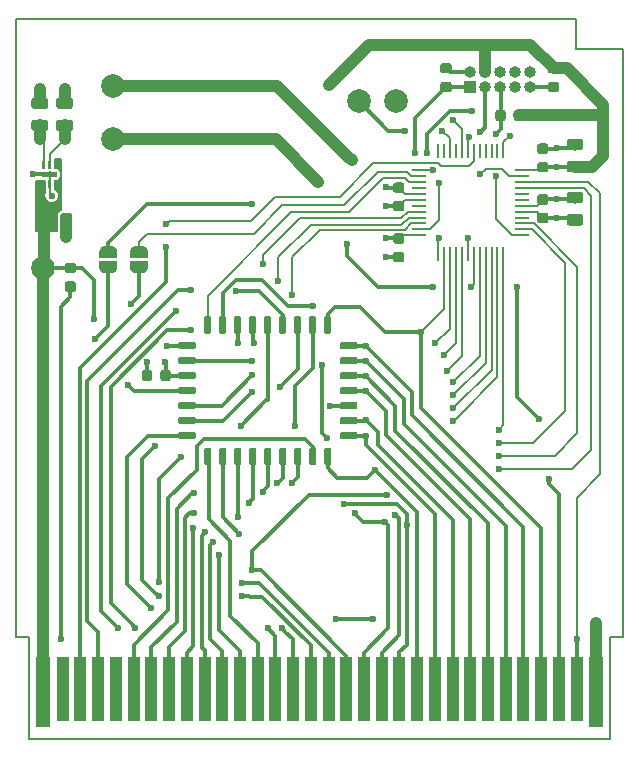
<source format=gbr>
G04 #@! TF.GenerationSoftware,KiCad,Pcbnew,5.0.1-33cea8e~68~ubuntu18.10.1*
G04 #@! TF.CreationDate,2018-11-26T23:49:52+02:00*
G04 #@! TF.ProjectId,GB-CART2M-A,47422D43415254324D2D412E6B696361,v1.0*
G04 #@! TF.SameCoordinates,Original*
G04 #@! TF.FileFunction,Copper,L1,Top,Signal*
G04 #@! TF.FilePolarity,Positive*
%FSLAX46Y46*%
G04 Gerber Fmt 4.6, Leading zero omitted, Abs format (unit mm)*
G04 Created by KiCad (PCBNEW 5.0.1-33cea8e~68~ubuntu18.10.1) date ma 26. marraskuuta 2018 23.49.52*
%MOMM*%
%LPD*%
G01*
G04 APERTURE LIST*
G04 #@! TA.AperFunction,NonConductor*
%ADD10C,0.150000*%
G04 #@! TD*
G04 #@! TA.AperFunction,Conductor*
%ADD11C,0.100000*%
G04 #@! TD*
G04 #@! TA.AperFunction,SMDPad,CuDef*
%ADD12C,0.875000*%
G04 #@! TD*
G04 #@! TA.AperFunction,SMDPad,CuDef*
%ADD13C,0.975000*%
G04 #@! TD*
G04 #@! TA.AperFunction,ComponentPad*
%ADD14R,1.000000X1.000000*%
G04 #@! TD*
G04 #@! TA.AperFunction,ComponentPad*
%ADD15O,1.000000X1.000000*%
G04 #@! TD*
G04 #@! TA.AperFunction,ConnectorPad*
%ADD16R,1.300000X6.000000*%
G04 #@! TD*
G04 #@! TA.AperFunction,ConnectorPad*
%ADD17R,1.000000X5.500000*%
G04 #@! TD*
G04 #@! TA.AperFunction,SMDPad,CuDef*
%ADD18C,0.500000*%
G04 #@! TD*
G04 #@! TA.AperFunction,SMDPad,CuDef*
%ADD19C,0.250000*%
G04 #@! TD*
G04 #@! TA.AperFunction,SMDPad,CuDef*
%ADD20C,0.600000*%
G04 #@! TD*
G04 #@! TA.AperFunction,SMDPad,CuDef*
%ADD21R,1.300000X0.250000*%
G04 #@! TD*
G04 #@! TA.AperFunction,SMDPad,CuDef*
%ADD22R,0.250000X1.300000*%
G04 #@! TD*
G04 #@! TA.AperFunction,ComponentPad*
%ADD23C,2.000000*%
G04 #@! TD*
G04 #@! TA.AperFunction,ViaPad*
%ADD24C,0.600000*%
G04 #@! TD*
G04 #@! TA.AperFunction,Conductor*
%ADD25C,0.200000*%
G04 #@! TD*
G04 #@! TA.AperFunction,Conductor*
%ADD26C,0.320000*%
G04 #@! TD*
G04 #@! TA.AperFunction,Conductor*
%ADD27C,1.000000*%
G04 #@! TD*
G04 APERTURE END LIST*
D10*
X121700000Y-39000000D02*
X121700000Y-41600000D01*
X74300000Y-39000000D02*
X121700000Y-39000000D01*
X125700000Y-41600000D02*
X121700000Y-41600000D01*
X74300000Y-91400000D02*
X74300000Y-39000000D01*
X75400000Y-91400000D02*
X74300000Y-91400000D01*
X75400000Y-100000000D02*
X75400000Y-91400000D01*
X125700000Y-91400000D02*
X125700000Y-41600000D01*
X124600000Y-91400000D02*
X125700000Y-91400000D01*
X124600000Y-100000000D02*
X124600000Y-91400000D01*
X75400000Y-100000000D02*
X124600000Y-100000000D01*
D11*
G04 #@! TO.N,+5V*
G04 #@! TO.C,C4*
G36*
X87190423Y-68732013D02*
X87211658Y-68735163D01*
X87232482Y-68740379D01*
X87252694Y-68747611D01*
X87272100Y-68756790D01*
X87290513Y-68767826D01*
X87307756Y-68780614D01*
X87323662Y-68795030D01*
X87338078Y-68810936D01*
X87350866Y-68828179D01*
X87361902Y-68846592D01*
X87371081Y-68865998D01*
X87378313Y-68886210D01*
X87383529Y-68907034D01*
X87386679Y-68928269D01*
X87387732Y-68949710D01*
X87387732Y-69462210D01*
X87386679Y-69483651D01*
X87383529Y-69504886D01*
X87378313Y-69525710D01*
X87371081Y-69545922D01*
X87361902Y-69565328D01*
X87350866Y-69583741D01*
X87338078Y-69600984D01*
X87323662Y-69616890D01*
X87307756Y-69631306D01*
X87290513Y-69644094D01*
X87272100Y-69655130D01*
X87252694Y-69664309D01*
X87232482Y-69671541D01*
X87211658Y-69676757D01*
X87190423Y-69679907D01*
X87168982Y-69680960D01*
X86731482Y-69680960D01*
X86710041Y-69679907D01*
X86688806Y-69676757D01*
X86667982Y-69671541D01*
X86647770Y-69664309D01*
X86628364Y-69655130D01*
X86609951Y-69644094D01*
X86592708Y-69631306D01*
X86576802Y-69616890D01*
X86562386Y-69600984D01*
X86549598Y-69583741D01*
X86538562Y-69565328D01*
X86529383Y-69545922D01*
X86522151Y-69525710D01*
X86516935Y-69504886D01*
X86513785Y-69483651D01*
X86512732Y-69462210D01*
X86512732Y-68949710D01*
X86513785Y-68928269D01*
X86516935Y-68907034D01*
X86522151Y-68886210D01*
X86529383Y-68865998D01*
X86538562Y-68846592D01*
X86549598Y-68828179D01*
X86562386Y-68810936D01*
X86576802Y-68795030D01*
X86592708Y-68780614D01*
X86609951Y-68767826D01*
X86628364Y-68756790D01*
X86647770Y-68747611D01*
X86667982Y-68740379D01*
X86688806Y-68735163D01*
X86710041Y-68732013D01*
X86731482Y-68730960D01*
X87168982Y-68730960D01*
X87190423Y-68732013D01*
X87190423Y-68732013D01*
G37*
D12*
G04 #@! TD*
G04 #@! TO.P,C4,1*
G04 #@! TO.N,+5V*
X86950232Y-69205960D03*
D11*
G04 #@! TO.N,GND*
G04 #@! TO.C,C4*
G36*
X85615423Y-68732013D02*
X85636658Y-68735163D01*
X85657482Y-68740379D01*
X85677694Y-68747611D01*
X85697100Y-68756790D01*
X85715513Y-68767826D01*
X85732756Y-68780614D01*
X85748662Y-68795030D01*
X85763078Y-68810936D01*
X85775866Y-68828179D01*
X85786902Y-68846592D01*
X85796081Y-68865998D01*
X85803313Y-68886210D01*
X85808529Y-68907034D01*
X85811679Y-68928269D01*
X85812732Y-68949710D01*
X85812732Y-69462210D01*
X85811679Y-69483651D01*
X85808529Y-69504886D01*
X85803313Y-69525710D01*
X85796081Y-69545922D01*
X85786902Y-69565328D01*
X85775866Y-69583741D01*
X85763078Y-69600984D01*
X85748662Y-69616890D01*
X85732756Y-69631306D01*
X85715513Y-69644094D01*
X85697100Y-69655130D01*
X85677694Y-69664309D01*
X85657482Y-69671541D01*
X85636658Y-69676757D01*
X85615423Y-69679907D01*
X85593982Y-69680960D01*
X85156482Y-69680960D01*
X85135041Y-69679907D01*
X85113806Y-69676757D01*
X85092982Y-69671541D01*
X85072770Y-69664309D01*
X85053364Y-69655130D01*
X85034951Y-69644094D01*
X85017708Y-69631306D01*
X85001802Y-69616890D01*
X84987386Y-69600984D01*
X84974598Y-69583741D01*
X84963562Y-69565328D01*
X84954383Y-69545922D01*
X84947151Y-69525710D01*
X84941935Y-69504886D01*
X84938785Y-69483651D01*
X84937732Y-69462210D01*
X84937732Y-68949710D01*
X84938785Y-68928269D01*
X84941935Y-68907034D01*
X84947151Y-68886210D01*
X84954383Y-68865998D01*
X84963562Y-68846592D01*
X84974598Y-68828179D01*
X84987386Y-68810936D01*
X85001802Y-68795030D01*
X85017708Y-68780614D01*
X85034951Y-68767826D01*
X85053364Y-68756790D01*
X85072770Y-68747611D01*
X85092982Y-68740379D01*
X85113806Y-68735163D01*
X85135041Y-68732013D01*
X85156482Y-68730960D01*
X85593982Y-68730960D01*
X85615423Y-68732013D01*
X85615423Y-68732013D01*
G37*
D12*
G04 #@! TD*
G04 #@! TO.P,C4,2*
G04 #@! TO.N,GND*
X85375232Y-69205960D03*
D11*
G04 #@! TO.N,GND*
G04 #@! TO.C,C6*
G36*
X119177691Y-55451053D02*
X119198926Y-55454203D01*
X119219750Y-55459419D01*
X119239962Y-55466651D01*
X119259368Y-55475830D01*
X119277781Y-55486866D01*
X119295024Y-55499654D01*
X119310930Y-55514070D01*
X119325346Y-55529976D01*
X119338134Y-55547219D01*
X119349170Y-55565632D01*
X119358349Y-55585038D01*
X119365581Y-55605250D01*
X119370797Y-55626074D01*
X119373947Y-55647309D01*
X119375000Y-55668750D01*
X119375000Y-56106250D01*
X119373947Y-56127691D01*
X119370797Y-56148926D01*
X119365581Y-56169750D01*
X119358349Y-56189962D01*
X119349170Y-56209368D01*
X119338134Y-56227781D01*
X119325346Y-56245024D01*
X119310930Y-56260930D01*
X119295024Y-56275346D01*
X119277781Y-56288134D01*
X119259368Y-56299170D01*
X119239962Y-56308349D01*
X119219750Y-56315581D01*
X119198926Y-56320797D01*
X119177691Y-56323947D01*
X119156250Y-56325000D01*
X118643750Y-56325000D01*
X118622309Y-56323947D01*
X118601074Y-56320797D01*
X118580250Y-56315581D01*
X118560038Y-56308349D01*
X118540632Y-56299170D01*
X118522219Y-56288134D01*
X118504976Y-56275346D01*
X118489070Y-56260930D01*
X118474654Y-56245024D01*
X118461866Y-56227781D01*
X118450830Y-56209368D01*
X118441651Y-56189962D01*
X118434419Y-56169750D01*
X118429203Y-56148926D01*
X118426053Y-56127691D01*
X118425000Y-56106250D01*
X118425000Y-55668750D01*
X118426053Y-55647309D01*
X118429203Y-55626074D01*
X118434419Y-55605250D01*
X118441651Y-55585038D01*
X118450830Y-55565632D01*
X118461866Y-55547219D01*
X118474654Y-55529976D01*
X118489070Y-55514070D01*
X118504976Y-55499654D01*
X118522219Y-55486866D01*
X118540632Y-55475830D01*
X118560038Y-55466651D01*
X118580250Y-55459419D01*
X118601074Y-55454203D01*
X118622309Y-55451053D01*
X118643750Y-55450000D01*
X119156250Y-55450000D01*
X119177691Y-55451053D01*
X119177691Y-55451053D01*
G37*
D12*
G04 #@! TD*
G04 #@! TO.P,C6,2*
G04 #@! TO.N,GND*
X118900000Y-55887500D03*
D11*
G04 #@! TO.N,+3V3*
G04 #@! TO.C,C6*
G36*
X119177691Y-53876053D02*
X119198926Y-53879203D01*
X119219750Y-53884419D01*
X119239962Y-53891651D01*
X119259368Y-53900830D01*
X119277781Y-53911866D01*
X119295024Y-53924654D01*
X119310930Y-53939070D01*
X119325346Y-53954976D01*
X119338134Y-53972219D01*
X119349170Y-53990632D01*
X119358349Y-54010038D01*
X119365581Y-54030250D01*
X119370797Y-54051074D01*
X119373947Y-54072309D01*
X119375000Y-54093750D01*
X119375000Y-54531250D01*
X119373947Y-54552691D01*
X119370797Y-54573926D01*
X119365581Y-54594750D01*
X119358349Y-54614962D01*
X119349170Y-54634368D01*
X119338134Y-54652781D01*
X119325346Y-54670024D01*
X119310930Y-54685930D01*
X119295024Y-54700346D01*
X119277781Y-54713134D01*
X119259368Y-54724170D01*
X119239962Y-54733349D01*
X119219750Y-54740581D01*
X119198926Y-54745797D01*
X119177691Y-54748947D01*
X119156250Y-54750000D01*
X118643750Y-54750000D01*
X118622309Y-54748947D01*
X118601074Y-54745797D01*
X118580250Y-54740581D01*
X118560038Y-54733349D01*
X118540632Y-54724170D01*
X118522219Y-54713134D01*
X118504976Y-54700346D01*
X118489070Y-54685930D01*
X118474654Y-54670024D01*
X118461866Y-54652781D01*
X118450830Y-54634368D01*
X118441651Y-54614962D01*
X118434419Y-54594750D01*
X118429203Y-54573926D01*
X118426053Y-54552691D01*
X118425000Y-54531250D01*
X118425000Y-54093750D01*
X118426053Y-54072309D01*
X118429203Y-54051074D01*
X118434419Y-54030250D01*
X118441651Y-54010038D01*
X118450830Y-53990632D01*
X118461866Y-53972219D01*
X118474654Y-53954976D01*
X118489070Y-53939070D01*
X118504976Y-53924654D01*
X118522219Y-53911866D01*
X118540632Y-53900830D01*
X118560038Y-53891651D01*
X118580250Y-53884419D01*
X118601074Y-53879203D01*
X118622309Y-53876053D01*
X118643750Y-53875000D01*
X119156250Y-53875000D01*
X119177691Y-53876053D01*
X119177691Y-53876053D01*
G37*
D12*
G04 #@! TD*
G04 #@! TO.P,C6,1*
G04 #@! TO.N,+3V3*
X118900000Y-54312500D03*
D11*
G04 #@! TO.N,+3V3*
G04 #@! TO.C,C7*
G36*
X106977691Y-54451053D02*
X106998926Y-54454203D01*
X107019750Y-54459419D01*
X107039962Y-54466651D01*
X107059368Y-54475830D01*
X107077781Y-54486866D01*
X107095024Y-54499654D01*
X107110930Y-54514070D01*
X107125346Y-54529976D01*
X107138134Y-54547219D01*
X107149170Y-54565632D01*
X107158349Y-54585038D01*
X107165581Y-54605250D01*
X107170797Y-54626074D01*
X107173947Y-54647309D01*
X107175000Y-54668750D01*
X107175000Y-55106250D01*
X107173947Y-55127691D01*
X107170797Y-55148926D01*
X107165581Y-55169750D01*
X107158349Y-55189962D01*
X107149170Y-55209368D01*
X107138134Y-55227781D01*
X107125346Y-55245024D01*
X107110930Y-55260930D01*
X107095024Y-55275346D01*
X107077781Y-55288134D01*
X107059368Y-55299170D01*
X107039962Y-55308349D01*
X107019750Y-55315581D01*
X106998926Y-55320797D01*
X106977691Y-55323947D01*
X106956250Y-55325000D01*
X106443750Y-55325000D01*
X106422309Y-55323947D01*
X106401074Y-55320797D01*
X106380250Y-55315581D01*
X106360038Y-55308349D01*
X106340632Y-55299170D01*
X106322219Y-55288134D01*
X106304976Y-55275346D01*
X106289070Y-55260930D01*
X106274654Y-55245024D01*
X106261866Y-55227781D01*
X106250830Y-55209368D01*
X106241651Y-55189962D01*
X106234419Y-55169750D01*
X106229203Y-55148926D01*
X106226053Y-55127691D01*
X106225000Y-55106250D01*
X106225000Y-54668750D01*
X106226053Y-54647309D01*
X106229203Y-54626074D01*
X106234419Y-54605250D01*
X106241651Y-54585038D01*
X106250830Y-54565632D01*
X106261866Y-54547219D01*
X106274654Y-54529976D01*
X106289070Y-54514070D01*
X106304976Y-54499654D01*
X106322219Y-54486866D01*
X106340632Y-54475830D01*
X106360038Y-54466651D01*
X106380250Y-54459419D01*
X106401074Y-54454203D01*
X106422309Y-54451053D01*
X106443750Y-54450000D01*
X106956250Y-54450000D01*
X106977691Y-54451053D01*
X106977691Y-54451053D01*
G37*
D12*
G04 #@! TD*
G04 #@! TO.P,C7,1*
G04 #@! TO.N,+3V3*
X106700000Y-54887500D03*
D11*
G04 #@! TO.N,GND*
G04 #@! TO.C,C7*
G36*
X106977691Y-52876053D02*
X106998926Y-52879203D01*
X107019750Y-52884419D01*
X107039962Y-52891651D01*
X107059368Y-52900830D01*
X107077781Y-52911866D01*
X107095024Y-52924654D01*
X107110930Y-52939070D01*
X107125346Y-52954976D01*
X107138134Y-52972219D01*
X107149170Y-52990632D01*
X107158349Y-53010038D01*
X107165581Y-53030250D01*
X107170797Y-53051074D01*
X107173947Y-53072309D01*
X107175000Y-53093750D01*
X107175000Y-53531250D01*
X107173947Y-53552691D01*
X107170797Y-53573926D01*
X107165581Y-53594750D01*
X107158349Y-53614962D01*
X107149170Y-53634368D01*
X107138134Y-53652781D01*
X107125346Y-53670024D01*
X107110930Y-53685930D01*
X107095024Y-53700346D01*
X107077781Y-53713134D01*
X107059368Y-53724170D01*
X107039962Y-53733349D01*
X107019750Y-53740581D01*
X106998926Y-53745797D01*
X106977691Y-53748947D01*
X106956250Y-53750000D01*
X106443750Y-53750000D01*
X106422309Y-53748947D01*
X106401074Y-53745797D01*
X106380250Y-53740581D01*
X106360038Y-53733349D01*
X106340632Y-53724170D01*
X106322219Y-53713134D01*
X106304976Y-53700346D01*
X106289070Y-53685930D01*
X106274654Y-53670024D01*
X106261866Y-53652781D01*
X106250830Y-53634368D01*
X106241651Y-53614962D01*
X106234419Y-53594750D01*
X106229203Y-53573926D01*
X106226053Y-53552691D01*
X106225000Y-53531250D01*
X106225000Y-53093750D01*
X106226053Y-53072309D01*
X106229203Y-53051074D01*
X106234419Y-53030250D01*
X106241651Y-53010038D01*
X106250830Y-52990632D01*
X106261866Y-52972219D01*
X106274654Y-52954976D01*
X106289070Y-52939070D01*
X106304976Y-52924654D01*
X106322219Y-52911866D01*
X106340632Y-52900830D01*
X106360038Y-52891651D01*
X106380250Y-52884419D01*
X106401074Y-52879203D01*
X106422309Y-52876053D01*
X106443750Y-52875000D01*
X106956250Y-52875000D01*
X106977691Y-52876053D01*
X106977691Y-52876053D01*
G37*
D12*
G04 #@! TD*
G04 #@! TO.P,C7,2*
G04 #@! TO.N,GND*
X106700000Y-53312500D03*
D11*
G04 #@! TO.N,GND*
G04 #@! TO.C,C9*
G36*
X106977691Y-58751053D02*
X106998926Y-58754203D01*
X107019750Y-58759419D01*
X107039962Y-58766651D01*
X107059368Y-58775830D01*
X107077781Y-58786866D01*
X107095024Y-58799654D01*
X107110930Y-58814070D01*
X107125346Y-58829976D01*
X107138134Y-58847219D01*
X107149170Y-58865632D01*
X107158349Y-58885038D01*
X107165581Y-58905250D01*
X107170797Y-58926074D01*
X107173947Y-58947309D01*
X107175000Y-58968750D01*
X107175000Y-59406250D01*
X107173947Y-59427691D01*
X107170797Y-59448926D01*
X107165581Y-59469750D01*
X107158349Y-59489962D01*
X107149170Y-59509368D01*
X107138134Y-59527781D01*
X107125346Y-59545024D01*
X107110930Y-59560930D01*
X107095024Y-59575346D01*
X107077781Y-59588134D01*
X107059368Y-59599170D01*
X107039962Y-59608349D01*
X107019750Y-59615581D01*
X106998926Y-59620797D01*
X106977691Y-59623947D01*
X106956250Y-59625000D01*
X106443750Y-59625000D01*
X106422309Y-59623947D01*
X106401074Y-59620797D01*
X106380250Y-59615581D01*
X106360038Y-59608349D01*
X106340632Y-59599170D01*
X106322219Y-59588134D01*
X106304976Y-59575346D01*
X106289070Y-59560930D01*
X106274654Y-59545024D01*
X106261866Y-59527781D01*
X106250830Y-59509368D01*
X106241651Y-59489962D01*
X106234419Y-59469750D01*
X106229203Y-59448926D01*
X106226053Y-59427691D01*
X106225000Y-59406250D01*
X106225000Y-58968750D01*
X106226053Y-58947309D01*
X106229203Y-58926074D01*
X106234419Y-58905250D01*
X106241651Y-58885038D01*
X106250830Y-58865632D01*
X106261866Y-58847219D01*
X106274654Y-58829976D01*
X106289070Y-58814070D01*
X106304976Y-58799654D01*
X106322219Y-58786866D01*
X106340632Y-58775830D01*
X106360038Y-58766651D01*
X106380250Y-58759419D01*
X106401074Y-58754203D01*
X106422309Y-58751053D01*
X106443750Y-58750000D01*
X106956250Y-58750000D01*
X106977691Y-58751053D01*
X106977691Y-58751053D01*
G37*
D12*
G04 #@! TD*
G04 #@! TO.P,C9,2*
G04 #@! TO.N,GND*
X106700000Y-59187500D03*
D11*
G04 #@! TO.N,+1V8*
G04 #@! TO.C,C9*
G36*
X106977691Y-57176053D02*
X106998926Y-57179203D01*
X107019750Y-57184419D01*
X107039962Y-57191651D01*
X107059368Y-57200830D01*
X107077781Y-57211866D01*
X107095024Y-57224654D01*
X107110930Y-57239070D01*
X107125346Y-57254976D01*
X107138134Y-57272219D01*
X107149170Y-57290632D01*
X107158349Y-57310038D01*
X107165581Y-57330250D01*
X107170797Y-57351074D01*
X107173947Y-57372309D01*
X107175000Y-57393750D01*
X107175000Y-57831250D01*
X107173947Y-57852691D01*
X107170797Y-57873926D01*
X107165581Y-57894750D01*
X107158349Y-57914962D01*
X107149170Y-57934368D01*
X107138134Y-57952781D01*
X107125346Y-57970024D01*
X107110930Y-57985930D01*
X107095024Y-58000346D01*
X107077781Y-58013134D01*
X107059368Y-58024170D01*
X107039962Y-58033349D01*
X107019750Y-58040581D01*
X106998926Y-58045797D01*
X106977691Y-58048947D01*
X106956250Y-58050000D01*
X106443750Y-58050000D01*
X106422309Y-58048947D01*
X106401074Y-58045797D01*
X106380250Y-58040581D01*
X106360038Y-58033349D01*
X106340632Y-58024170D01*
X106322219Y-58013134D01*
X106304976Y-58000346D01*
X106289070Y-57985930D01*
X106274654Y-57970024D01*
X106261866Y-57952781D01*
X106250830Y-57934368D01*
X106241651Y-57914962D01*
X106234419Y-57894750D01*
X106229203Y-57873926D01*
X106226053Y-57852691D01*
X106225000Y-57831250D01*
X106225000Y-57393750D01*
X106226053Y-57372309D01*
X106229203Y-57351074D01*
X106234419Y-57330250D01*
X106241651Y-57310038D01*
X106250830Y-57290632D01*
X106261866Y-57272219D01*
X106274654Y-57254976D01*
X106289070Y-57239070D01*
X106304976Y-57224654D01*
X106322219Y-57211866D01*
X106340632Y-57200830D01*
X106360038Y-57191651D01*
X106380250Y-57184419D01*
X106401074Y-57179203D01*
X106422309Y-57176053D01*
X106443750Y-57175000D01*
X106956250Y-57175000D01*
X106977691Y-57176053D01*
X106977691Y-57176053D01*
G37*
D12*
G04 #@! TD*
G04 #@! TO.P,C9,1*
G04 #@! TO.N,+1V8*
X106700000Y-57612500D03*
D11*
G04 #@! TO.N,+1V8*
G04 #@! TO.C,C10*
G36*
X119177691Y-51151053D02*
X119198926Y-51154203D01*
X119219750Y-51159419D01*
X119239962Y-51166651D01*
X119259368Y-51175830D01*
X119277781Y-51186866D01*
X119295024Y-51199654D01*
X119310930Y-51214070D01*
X119325346Y-51229976D01*
X119338134Y-51247219D01*
X119349170Y-51265632D01*
X119358349Y-51285038D01*
X119365581Y-51305250D01*
X119370797Y-51326074D01*
X119373947Y-51347309D01*
X119375000Y-51368750D01*
X119375000Y-51806250D01*
X119373947Y-51827691D01*
X119370797Y-51848926D01*
X119365581Y-51869750D01*
X119358349Y-51889962D01*
X119349170Y-51909368D01*
X119338134Y-51927781D01*
X119325346Y-51945024D01*
X119310930Y-51960930D01*
X119295024Y-51975346D01*
X119277781Y-51988134D01*
X119259368Y-51999170D01*
X119239962Y-52008349D01*
X119219750Y-52015581D01*
X119198926Y-52020797D01*
X119177691Y-52023947D01*
X119156250Y-52025000D01*
X118643750Y-52025000D01*
X118622309Y-52023947D01*
X118601074Y-52020797D01*
X118580250Y-52015581D01*
X118560038Y-52008349D01*
X118540632Y-51999170D01*
X118522219Y-51988134D01*
X118504976Y-51975346D01*
X118489070Y-51960930D01*
X118474654Y-51945024D01*
X118461866Y-51927781D01*
X118450830Y-51909368D01*
X118441651Y-51889962D01*
X118434419Y-51869750D01*
X118429203Y-51848926D01*
X118426053Y-51827691D01*
X118425000Y-51806250D01*
X118425000Y-51368750D01*
X118426053Y-51347309D01*
X118429203Y-51326074D01*
X118434419Y-51305250D01*
X118441651Y-51285038D01*
X118450830Y-51265632D01*
X118461866Y-51247219D01*
X118474654Y-51229976D01*
X118489070Y-51214070D01*
X118504976Y-51199654D01*
X118522219Y-51186866D01*
X118540632Y-51175830D01*
X118560038Y-51166651D01*
X118580250Y-51159419D01*
X118601074Y-51154203D01*
X118622309Y-51151053D01*
X118643750Y-51150000D01*
X119156250Y-51150000D01*
X119177691Y-51151053D01*
X119177691Y-51151053D01*
G37*
D12*
G04 #@! TD*
G04 #@! TO.P,C10,1*
G04 #@! TO.N,+1V8*
X118900000Y-51587500D03*
D11*
G04 #@! TO.N,GND*
G04 #@! TO.C,C10*
G36*
X119177691Y-49576053D02*
X119198926Y-49579203D01*
X119219750Y-49584419D01*
X119239962Y-49591651D01*
X119259368Y-49600830D01*
X119277781Y-49611866D01*
X119295024Y-49624654D01*
X119310930Y-49639070D01*
X119325346Y-49654976D01*
X119338134Y-49672219D01*
X119349170Y-49690632D01*
X119358349Y-49710038D01*
X119365581Y-49730250D01*
X119370797Y-49751074D01*
X119373947Y-49772309D01*
X119375000Y-49793750D01*
X119375000Y-50231250D01*
X119373947Y-50252691D01*
X119370797Y-50273926D01*
X119365581Y-50294750D01*
X119358349Y-50314962D01*
X119349170Y-50334368D01*
X119338134Y-50352781D01*
X119325346Y-50370024D01*
X119310930Y-50385930D01*
X119295024Y-50400346D01*
X119277781Y-50413134D01*
X119259368Y-50424170D01*
X119239962Y-50433349D01*
X119219750Y-50440581D01*
X119198926Y-50445797D01*
X119177691Y-50448947D01*
X119156250Y-50450000D01*
X118643750Y-50450000D01*
X118622309Y-50448947D01*
X118601074Y-50445797D01*
X118580250Y-50440581D01*
X118560038Y-50433349D01*
X118540632Y-50424170D01*
X118522219Y-50413134D01*
X118504976Y-50400346D01*
X118489070Y-50385930D01*
X118474654Y-50370024D01*
X118461866Y-50352781D01*
X118450830Y-50334368D01*
X118441651Y-50314962D01*
X118434419Y-50294750D01*
X118429203Y-50273926D01*
X118426053Y-50252691D01*
X118425000Y-50231250D01*
X118425000Y-49793750D01*
X118426053Y-49772309D01*
X118429203Y-49751074D01*
X118434419Y-49730250D01*
X118441651Y-49710038D01*
X118450830Y-49690632D01*
X118461866Y-49672219D01*
X118474654Y-49654976D01*
X118489070Y-49639070D01*
X118504976Y-49624654D01*
X118522219Y-49611866D01*
X118540632Y-49600830D01*
X118560038Y-49591651D01*
X118580250Y-49584419D01*
X118601074Y-49579203D01*
X118622309Y-49576053D01*
X118643750Y-49575000D01*
X119156250Y-49575000D01*
X119177691Y-49576053D01*
X119177691Y-49576053D01*
G37*
D12*
G04 #@! TD*
G04 #@! TO.P,C10,2*
G04 #@! TO.N,GND*
X118900000Y-50012500D03*
D11*
G04 #@! TO.N,+1V8*
G04 #@! TO.C,C2*
G36*
X78880142Y-47551174D02*
X78903803Y-47554684D01*
X78927007Y-47560496D01*
X78949529Y-47568554D01*
X78971153Y-47578782D01*
X78991670Y-47591079D01*
X79010883Y-47605329D01*
X79028607Y-47621393D01*
X79044671Y-47639117D01*
X79058921Y-47658330D01*
X79071218Y-47678847D01*
X79081446Y-47700471D01*
X79089504Y-47722993D01*
X79095316Y-47746197D01*
X79098826Y-47769858D01*
X79100000Y-47793750D01*
X79100000Y-48281250D01*
X79098826Y-48305142D01*
X79095316Y-48328803D01*
X79089504Y-48352007D01*
X79081446Y-48374529D01*
X79071218Y-48396153D01*
X79058921Y-48416670D01*
X79044671Y-48435883D01*
X79028607Y-48453607D01*
X79010883Y-48469671D01*
X78991670Y-48483921D01*
X78971153Y-48496218D01*
X78949529Y-48506446D01*
X78927007Y-48514504D01*
X78903803Y-48520316D01*
X78880142Y-48523826D01*
X78856250Y-48525000D01*
X77943750Y-48525000D01*
X77919858Y-48523826D01*
X77896197Y-48520316D01*
X77872993Y-48514504D01*
X77850471Y-48506446D01*
X77828847Y-48496218D01*
X77808330Y-48483921D01*
X77789117Y-48469671D01*
X77771393Y-48453607D01*
X77755329Y-48435883D01*
X77741079Y-48416670D01*
X77728782Y-48396153D01*
X77718554Y-48374529D01*
X77710496Y-48352007D01*
X77704684Y-48328803D01*
X77701174Y-48305142D01*
X77700000Y-48281250D01*
X77700000Y-47793750D01*
X77701174Y-47769858D01*
X77704684Y-47746197D01*
X77710496Y-47722993D01*
X77718554Y-47700471D01*
X77728782Y-47678847D01*
X77741079Y-47658330D01*
X77755329Y-47639117D01*
X77771393Y-47621393D01*
X77789117Y-47605329D01*
X77808330Y-47591079D01*
X77828847Y-47578782D01*
X77850471Y-47568554D01*
X77872993Y-47560496D01*
X77896197Y-47554684D01*
X77919858Y-47551174D01*
X77943750Y-47550000D01*
X78856250Y-47550000D01*
X78880142Y-47551174D01*
X78880142Y-47551174D01*
G37*
D13*
G04 #@! TD*
G04 #@! TO.P,C2,1*
G04 #@! TO.N,+1V8*
X78400000Y-48037500D03*
D11*
G04 #@! TO.N,GND*
G04 #@! TO.C,C2*
G36*
X78880142Y-45676174D02*
X78903803Y-45679684D01*
X78927007Y-45685496D01*
X78949529Y-45693554D01*
X78971153Y-45703782D01*
X78991670Y-45716079D01*
X79010883Y-45730329D01*
X79028607Y-45746393D01*
X79044671Y-45764117D01*
X79058921Y-45783330D01*
X79071218Y-45803847D01*
X79081446Y-45825471D01*
X79089504Y-45847993D01*
X79095316Y-45871197D01*
X79098826Y-45894858D01*
X79100000Y-45918750D01*
X79100000Y-46406250D01*
X79098826Y-46430142D01*
X79095316Y-46453803D01*
X79089504Y-46477007D01*
X79081446Y-46499529D01*
X79071218Y-46521153D01*
X79058921Y-46541670D01*
X79044671Y-46560883D01*
X79028607Y-46578607D01*
X79010883Y-46594671D01*
X78991670Y-46608921D01*
X78971153Y-46621218D01*
X78949529Y-46631446D01*
X78927007Y-46639504D01*
X78903803Y-46645316D01*
X78880142Y-46648826D01*
X78856250Y-46650000D01*
X77943750Y-46650000D01*
X77919858Y-46648826D01*
X77896197Y-46645316D01*
X77872993Y-46639504D01*
X77850471Y-46631446D01*
X77828847Y-46621218D01*
X77808330Y-46608921D01*
X77789117Y-46594671D01*
X77771393Y-46578607D01*
X77755329Y-46560883D01*
X77741079Y-46541670D01*
X77728782Y-46521153D01*
X77718554Y-46499529D01*
X77710496Y-46477007D01*
X77704684Y-46453803D01*
X77701174Y-46430142D01*
X77700000Y-46406250D01*
X77700000Y-45918750D01*
X77701174Y-45894858D01*
X77704684Y-45871197D01*
X77710496Y-45847993D01*
X77718554Y-45825471D01*
X77728782Y-45803847D01*
X77741079Y-45783330D01*
X77755329Y-45764117D01*
X77771393Y-45746393D01*
X77789117Y-45730329D01*
X77808330Y-45716079D01*
X77828847Y-45703782D01*
X77850471Y-45693554D01*
X77872993Y-45685496D01*
X77896197Y-45679684D01*
X77919858Y-45676174D01*
X77943750Y-45675000D01*
X78856250Y-45675000D01*
X78880142Y-45676174D01*
X78880142Y-45676174D01*
G37*
D13*
G04 #@! TD*
G04 #@! TO.P,C2,2*
G04 #@! TO.N,GND*
X78400000Y-46162500D03*
D11*
G04 #@! TO.N,GND*
G04 #@! TO.C,C3*
G36*
X76780142Y-45676174D02*
X76803803Y-45679684D01*
X76827007Y-45685496D01*
X76849529Y-45693554D01*
X76871153Y-45703782D01*
X76891670Y-45716079D01*
X76910883Y-45730329D01*
X76928607Y-45746393D01*
X76944671Y-45764117D01*
X76958921Y-45783330D01*
X76971218Y-45803847D01*
X76981446Y-45825471D01*
X76989504Y-45847993D01*
X76995316Y-45871197D01*
X76998826Y-45894858D01*
X77000000Y-45918750D01*
X77000000Y-46406250D01*
X76998826Y-46430142D01*
X76995316Y-46453803D01*
X76989504Y-46477007D01*
X76981446Y-46499529D01*
X76971218Y-46521153D01*
X76958921Y-46541670D01*
X76944671Y-46560883D01*
X76928607Y-46578607D01*
X76910883Y-46594671D01*
X76891670Y-46608921D01*
X76871153Y-46621218D01*
X76849529Y-46631446D01*
X76827007Y-46639504D01*
X76803803Y-46645316D01*
X76780142Y-46648826D01*
X76756250Y-46650000D01*
X75843750Y-46650000D01*
X75819858Y-46648826D01*
X75796197Y-46645316D01*
X75772993Y-46639504D01*
X75750471Y-46631446D01*
X75728847Y-46621218D01*
X75708330Y-46608921D01*
X75689117Y-46594671D01*
X75671393Y-46578607D01*
X75655329Y-46560883D01*
X75641079Y-46541670D01*
X75628782Y-46521153D01*
X75618554Y-46499529D01*
X75610496Y-46477007D01*
X75604684Y-46453803D01*
X75601174Y-46430142D01*
X75600000Y-46406250D01*
X75600000Y-45918750D01*
X75601174Y-45894858D01*
X75604684Y-45871197D01*
X75610496Y-45847993D01*
X75618554Y-45825471D01*
X75628782Y-45803847D01*
X75641079Y-45783330D01*
X75655329Y-45764117D01*
X75671393Y-45746393D01*
X75689117Y-45730329D01*
X75708330Y-45716079D01*
X75728847Y-45703782D01*
X75750471Y-45693554D01*
X75772993Y-45685496D01*
X75796197Y-45679684D01*
X75819858Y-45676174D01*
X75843750Y-45675000D01*
X76756250Y-45675000D01*
X76780142Y-45676174D01*
X76780142Y-45676174D01*
G37*
D13*
G04 #@! TD*
G04 #@! TO.P,C3,2*
G04 #@! TO.N,GND*
X76300000Y-46162500D03*
D11*
G04 #@! TO.N,+3V3*
G04 #@! TO.C,C3*
G36*
X76780142Y-47551174D02*
X76803803Y-47554684D01*
X76827007Y-47560496D01*
X76849529Y-47568554D01*
X76871153Y-47578782D01*
X76891670Y-47591079D01*
X76910883Y-47605329D01*
X76928607Y-47621393D01*
X76944671Y-47639117D01*
X76958921Y-47658330D01*
X76971218Y-47678847D01*
X76981446Y-47700471D01*
X76989504Y-47722993D01*
X76995316Y-47746197D01*
X76998826Y-47769858D01*
X77000000Y-47793750D01*
X77000000Y-48281250D01*
X76998826Y-48305142D01*
X76995316Y-48328803D01*
X76989504Y-48352007D01*
X76981446Y-48374529D01*
X76971218Y-48396153D01*
X76958921Y-48416670D01*
X76944671Y-48435883D01*
X76928607Y-48453607D01*
X76910883Y-48469671D01*
X76891670Y-48483921D01*
X76871153Y-48496218D01*
X76849529Y-48506446D01*
X76827007Y-48514504D01*
X76803803Y-48520316D01*
X76780142Y-48523826D01*
X76756250Y-48525000D01*
X75843750Y-48525000D01*
X75819858Y-48523826D01*
X75796197Y-48520316D01*
X75772993Y-48514504D01*
X75750471Y-48506446D01*
X75728847Y-48496218D01*
X75708330Y-48483921D01*
X75689117Y-48469671D01*
X75671393Y-48453607D01*
X75655329Y-48435883D01*
X75641079Y-48416670D01*
X75628782Y-48396153D01*
X75618554Y-48374529D01*
X75610496Y-48352007D01*
X75604684Y-48328803D01*
X75601174Y-48305142D01*
X75600000Y-48281250D01*
X75600000Y-47793750D01*
X75601174Y-47769858D01*
X75604684Y-47746197D01*
X75610496Y-47722993D01*
X75618554Y-47700471D01*
X75628782Y-47678847D01*
X75641079Y-47658330D01*
X75655329Y-47639117D01*
X75671393Y-47621393D01*
X75689117Y-47605329D01*
X75708330Y-47591079D01*
X75728847Y-47578782D01*
X75750471Y-47568554D01*
X75772993Y-47560496D01*
X75796197Y-47554684D01*
X75819858Y-47551174D01*
X75843750Y-47550000D01*
X76756250Y-47550000D01*
X76780142Y-47551174D01*
X76780142Y-47551174D01*
G37*
D13*
G04 #@! TD*
G04 #@! TO.P,C3,1*
G04 #@! TO.N,+3V3*
X76300000Y-48037500D03*
D11*
G04 #@! TO.N,+3V3*
G04 #@! TO.C,C5*
G36*
X122080142Y-53676174D02*
X122103803Y-53679684D01*
X122127007Y-53685496D01*
X122149529Y-53693554D01*
X122171153Y-53703782D01*
X122191670Y-53716079D01*
X122210883Y-53730329D01*
X122228607Y-53746393D01*
X122244671Y-53764117D01*
X122258921Y-53783330D01*
X122271218Y-53803847D01*
X122281446Y-53825471D01*
X122289504Y-53847993D01*
X122295316Y-53871197D01*
X122298826Y-53894858D01*
X122300000Y-53918750D01*
X122300000Y-54406250D01*
X122298826Y-54430142D01*
X122295316Y-54453803D01*
X122289504Y-54477007D01*
X122281446Y-54499529D01*
X122271218Y-54521153D01*
X122258921Y-54541670D01*
X122244671Y-54560883D01*
X122228607Y-54578607D01*
X122210883Y-54594671D01*
X122191670Y-54608921D01*
X122171153Y-54621218D01*
X122149529Y-54631446D01*
X122127007Y-54639504D01*
X122103803Y-54645316D01*
X122080142Y-54648826D01*
X122056250Y-54650000D01*
X121143750Y-54650000D01*
X121119858Y-54648826D01*
X121096197Y-54645316D01*
X121072993Y-54639504D01*
X121050471Y-54631446D01*
X121028847Y-54621218D01*
X121008330Y-54608921D01*
X120989117Y-54594671D01*
X120971393Y-54578607D01*
X120955329Y-54560883D01*
X120941079Y-54541670D01*
X120928782Y-54521153D01*
X120918554Y-54499529D01*
X120910496Y-54477007D01*
X120904684Y-54453803D01*
X120901174Y-54430142D01*
X120900000Y-54406250D01*
X120900000Y-53918750D01*
X120901174Y-53894858D01*
X120904684Y-53871197D01*
X120910496Y-53847993D01*
X120918554Y-53825471D01*
X120928782Y-53803847D01*
X120941079Y-53783330D01*
X120955329Y-53764117D01*
X120971393Y-53746393D01*
X120989117Y-53730329D01*
X121008330Y-53716079D01*
X121028847Y-53703782D01*
X121050471Y-53693554D01*
X121072993Y-53685496D01*
X121096197Y-53679684D01*
X121119858Y-53676174D01*
X121143750Y-53675000D01*
X122056250Y-53675000D01*
X122080142Y-53676174D01*
X122080142Y-53676174D01*
G37*
D13*
G04 #@! TD*
G04 #@! TO.P,C5,1*
G04 #@! TO.N,+3V3*
X121600000Y-54162500D03*
D11*
G04 #@! TO.N,GND*
G04 #@! TO.C,C5*
G36*
X122080142Y-55551174D02*
X122103803Y-55554684D01*
X122127007Y-55560496D01*
X122149529Y-55568554D01*
X122171153Y-55578782D01*
X122191670Y-55591079D01*
X122210883Y-55605329D01*
X122228607Y-55621393D01*
X122244671Y-55639117D01*
X122258921Y-55658330D01*
X122271218Y-55678847D01*
X122281446Y-55700471D01*
X122289504Y-55722993D01*
X122295316Y-55746197D01*
X122298826Y-55769858D01*
X122300000Y-55793750D01*
X122300000Y-56281250D01*
X122298826Y-56305142D01*
X122295316Y-56328803D01*
X122289504Y-56352007D01*
X122281446Y-56374529D01*
X122271218Y-56396153D01*
X122258921Y-56416670D01*
X122244671Y-56435883D01*
X122228607Y-56453607D01*
X122210883Y-56469671D01*
X122191670Y-56483921D01*
X122171153Y-56496218D01*
X122149529Y-56506446D01*
X122127007Y-56514504D01*
X122103803Y-56520316D01*
X122080142Y-56523826D01*
X122056250Y-56525000D01*
X121143750Y-56525000D01*
X121119858Y-56523826D01*
X121096197Y-56520316D01*
X121072993Y-56514504D01*
X121050471Y-56506446D01*
X121028847Y-56496218D01*
X121008330Y-56483921D01*
X120989117Y-56469671D01*
X120971393Y-56453607D01*
X120955329Y-56435883D01*
X120941079Y-56416670D01*
X120928782Y-56396153D01*
X120918554Y-56374529D01*
X120910496Y-56352007D01*
X120904684Y-56328803D01*
X120901174Y-56305142D01*
X120900000Y-56281250D01*
X120900000Y-55793750D01*
X120901174Y-55769858D01*
X120904684Y-55746197D01*
X120910496Y-55722993D01*
X120918554Y-55700471D01*
X120928782Y-55678847D01*
X120941079Y-55658330D01*
X120955329Y-55639117D01*
X120971393Y-55621393D01*
X120989117Y-55605329D01*
X121008330Y-55591079D01*
X121028847Y-55578782D01*
X121050471Y-55568554D01*
X121072993Y-55560496D01*
X121096197Y-55554684D01*
X121119858Y-55551174D01*
X121143750Y-55550000D01*
X122056250Y-55550000D01*
X122080142Y-55551174D01*
X122080142Y-55551174D01*
G37*
D13*
G04 #@! TD*
G04 #@! TO.P,C5,2*
G04 #@! TO.N,GND*
X121600000Y-56037500D03*
D11*
G04 #@! TO.N,GND*
G04 #@! TO.C,C8*
G36*
X122080142Y-49176174D02*
X122103803Y-49179684D01*
X122127007Y-49185496D01*
X122149529Y-49193554D01*
X122171153Y-49203782D01*
X122191670Y-49216079D01*
X122210883Y-49230329D01*
X122228607Y-49246393D01*
X122244671Y-49264117D01*
X122258921Y-49283330D01*
X122271218Y-49303847D01*
X122281446Y-49325471D01*
X122289504Y-49347993D01*
X122295316Y-49371197D01*
X122298826Y-49394858D01*
X122300000Y-49418750D01*
X122300000Y-49906250D01*
X122298826Y-49930142D01*
X122295316Y-49953803D01*
X122289504Y-49977007D01*
X122281446Y-49999529D01*
X122271218Y-50021153D01*
X122258921Y-50041670D01*
X122244671Y-50060883D01*
X122228607Y-50078607D01*
X122210883Y-50094671D01*
X122191670Y-50108921D01*
X122171153Y-50121218D01*
X122149529Y-50131446D01*
X122127007Y-50139504D01*
X122103803Y-50145316D01*
X122080142Y-50148826D01*
X122056250Y-50150000D01*
X121143750Y-50150000D01*
X121119858Y-50148826D01*
X121096197Y-50145316D01*
X121072993Y-50139504D01*
X121050471Y-50131446D01*
X121028847Y-50121218D01*
X121008330Y-50108921D01*
X120989117Y-50094671D01*
X120971393Y-50078607D01*
X120955329Y-50060883D01*
X120941079Y-50041670D01*
X120928782Y-50021153D01*
X120918554Y-49999529D01*
X120910496Y-49977007D01*
X120904684Y-49953803D01*
X120901174Y-49930142D01*
X120900000Y-49906250D01*
X120900000Y-49418750D01*
X120901174Y-49394858D01*
X120904684Y-49371197D01*
X120910496Y-49347993D01*
X120918554Y-49325471D01*
X120928782Y-49303847D01*
X120941079Y-49283330D01*
X120955329Y-49264117D01*
X120971393Y-49246393D01*
X120989117Y-49230329D01*
X121008330Y-49216079D01*
X121028847Y-49203782D01*
X121050471Y-49193554D01*
X121072993Y-49185496D01*
X121096197Y-49179684D01*
X121119858Y-49176174D01*
X121143750Y-49175000D01*
X122056250Y-49175000D01*
X122080142Y-49176174D01*
X122080142Y-49176174D01*
G37*
D13*
G04 #@! TD*
G04 #@! TO.P,C8,2*
G04 #@! TO.N,GND*
X121600000Y-49662500D03*
D11*
G04 #@! TO.N,+1V8*
G04 #@! TO.C,C8*
G36*
X122080142Y-51051174D02*
X122103803Y-51054684D01*
X122127007Y-51060496D01*
X122149529Y-51068554D01*
X122171153Y-51078782D01*
X122191670Y-51091079D01*
X122210883Y-51105329D01*
X122228607Y-51121393D01*
X122244671Y-51139117D01*
X122258921Y-51158330D01*
X122271218Y-51178847D01*
X122281446Y-51200471D01*
X122289504Y-51222993D01*
X122295316Y-51246197D01*
X122298826Y-51269858D01*
X122300000Y-51293750D01*
X122300000Y-51781250D01*
X122298826Y-51805142D01*
X122295316Y-51828803D01*
X122289504Y-51852007D01*
X122281446Y-51874529D01*
X122271218Y-51896153D01*
X122258921Y-51916670D01*
X122244671Y-51935883D01*
X122228607Y-51953607D01*
X122210883Y-51969671D01*
X122191670Y-51983921D01*
X122171153Y-51996218D01*
X122149529Y-52006446D01*
X122127007Y-52014504D01*
X122103803Y-52020316D01*
X122080142Y-52023826D01*
X122056250Y-52025000D01*
X121143750Y-52025000D01*
X121119858Y-52023826D01*
X121096197Y-52020316D01*
X121072993Y-52014504D01*
X121050471Y-52006446D01*
X121028847Y-51996218D01*
X121008330Y-51983921D01*
X120989117Y-51969671D01*
X120971393Y-51953607D01*
X120955329Y-51935883D01*
X120941079Y-51916670D01*
X120928782Y-51896153D01*
X120918554Y-51874529D01*
X120910496Y-51852007D01*
X120904684Y-51828803D01*
X120901174Y-51805142D01*
X120900000Y-51781250D01*
X120900000Y-51293750D01*
X120901174Y-51269858D01*
X120904684Y-51246197D01*
X120910496Y-51222993D01*
X120918554Y-51200471D01*
X120928782Y-51178847D01*
X120941079Y-51158330D01*
X120955329Y-51139117D01*
X120971393Y-51121393D01*
X120989117Y-51105329D01*
X121008330Y-51091079D01*
X121028847Y-51078782D01*
X121050471Y-51068554D01*
X121072993Y-51060496D01*
X121096197Y-51054684D01*
X121119858Y-51051174D01*
X121143750Y-51050000D01*
X122056250Y-51050000D01*
X122080142Y-51051174D01*
X122080142Y-51051174D01*
G37*
D13*
G04 #@! TD*
G04 #@! TO.P,C8,1*
G04 #@! TO.N,+1V8*
X121600000Y-51537500D03*
D11*
G04 #@! TO.N,+5V*
G04 #@! TO.C,C1*
G36*
X76930142Y-55451174D02*
X76953803Y-55454684D01*
X76977007Y-55460496D01*
X76999529Y-55468554D01*
X77021153Y-55478782D01*
X77041670Y-55491079D01*
X77060883Y-55505329D01*
X77078607Y-55521393D01*
X77094671Y-55539117D01*
X77108921Y-55558330D01*
X77121218Y-55578847D01*
X77131446Y-55600471D01*
X77139504Y-55622993D01*
X77145316Y-55646197D01*
X77148826Y-55669858D01*
X77150000Y-55693750D01*
X77150000Y-56606250D01*
X77148826Y-56630142D01*
X77145316Y-56653803D01*
X77139504Y-56677007D01*
X77131446Y-56699529D01*
X77121218Y-56721153D01*
X77108921Y-56741670D01*
X77094671Y-56760883D01*
X77078607Y-56778607D01*
X77060883Y-56794671D01*
X77041670Y-56808921D01*
X77021153Y-56821218D01*
X76999529Y-56831446D01*
X76977007Y-56839504D01*
X76953803Y-56845316D01*
X76930142Y-56848826D01*
X76906250Y-56850000D01*
X76418750Y-56850000D01*
X76394858Y-56848826D01*
X76371197Y-56845316D01*
X76347993Y-56839504D01*
X76325471Y-56831446D01*
X76303847Y-56821218D01*
X76283330Y-56808921D01*
X76264117Y-56794671D01*
X76246393Y-56778607D01*
X76230329Y-56760883D01*
X76216079Y-56741670D01*
X76203782Y-56721153D01*
X76193554Y-56699529D01*
X76185496Y-56677007D01*
X76179684Y-56653803D01*
X76176174Y-56630142D01*
X76175000Y-56606250D01*
X76175000Y-55693750D01*
X76176174Y-55669858D01*
X76179684Y-55646197D01*
X76185496Y-55622993D01*
X76193554Y-55600471D01*
X76203782Y-55578847D01*
X76216079Y-55558330D01*
X76230329Y-55539117D01*
X76246393Y-55521393D01*
X76264117Y-55505329D01*
X76283330Y-55491079D01*
X76303847Y-55478782D01*
X76325471Y-55468554D01*
X76347993Y-55460496D01*
X76371197Y-55454684D01*
X76394858Y-55451174D01*
X76418750Y-55450000D01*
X76906250Y-55450000D01*
X76930142Y-55451174D01*
X76930142Y-55451174D01*
G37*
D13*
G04 #@! TD*
G04 #@! TO.P,C1,1*
G04 #@! TO.N,+5V*
X76662500Y-56150000D03*
D11*
G04 #@! TO.N,GND*
G04 #@! TO.C,C1*
G36*
X78805142Y-55451174D02*
X78828803Y-55454684D01*
X78852007Y-55460496D01*
X78874529Y-55468554D01*
X78896153Y-55478782D01*
X78916670Y-55491079D01*
X78935883Y-55505329D01*
X78953607Y-55521393D01*
X78969671Y-55539117D01*
X78983921Y-55558330D01*
X78996218Y-55578847D01*
X79006446Y-55600471D01*
X79014504Y-55622993D01*
X79020316Y-55646197D01*
X79023826Y-55669858D01*
X79025000Y-55693750D01*
X79025000Y-56606250D01*
X79023826Y-56630142D01*
X79020316Y-56653803D01*
X79014504Y-56677007D01*
X79006446Y-56699529D01*
X78996218Y-56721153D01*
X78983921Y-56741670D01*
X78969671Y-56760883D01*
X78953607Y-56778607D01*
X78935883Y-56794671D01*
X78916670Y-56808921D01*
X78896153Y-56821218D01*
X78874529Y-56831446D01*
X78852007Y-56839504D01*
X78828803Y-56845316D01*
X78805142Y-56848826D01*
X78781250Y-56850000D01*
X78293750Y-56850000D01*
X78269858Y-56848826D01*
X78246197Y-56845316D01*
X78222993Y-56839504D01*
X78200471Y-56831446D01*
X78178847Y-56821218D01*
X78158330Y-56808921D01*
X78139117Y-56794671D01*
X78121393Y-56778607D01*
X78105329Y-56760883D01*
X78091079Y-56741670D01*
X78078782Y-56721153D01*
X78068554Y-56699529D01*
X78060496Y-56677007D01*
X78054684Y-56653803D01*
X78051174Y-56630142D01*
X78050000Y-56606250D01*
X78050000Y-55693750D01*
X78051174Y-55669858D01*
X78054684Y-55646197D01*
X78060496Y-55622993D01*
X78068554Y-55600471D01*
X78078782Y-55578847D01*
X78091079Y-55558330D01*
X78105329Y-55539117D01*
X78121393Y-55521393D01*
X78139117Y-55505329D01*
X78158330Y-55491079D01*
X78178847Y-55478782D01*
X78200471Y-55468554D01*
X78222993Y-55460496D01*
X78246197Y-55454684D01*
X78269858Y-55451174D01*
X78293750Y-55450000D01*
X78781250Y-55450000D01*
X78805142Y-55451174D01*
X78805142Y-55451174D01*
G37*
D13*
G04 #@! TD*
G04 #@! TO.P,C1,2*
G04 #@! TO.N,GND*
X78537500Y-56150000D03*
D14*
G04 #@! TO.P,J1,1*
G04 #@! TO.N,/TCK*
X112700000Y-44800000D03*
D15*
G04 #@! TO.P,J1,2*
G04 #@! TO.N,GND*
X112700000Y-43530000D03*
G04 #@! TO.P,J1,3*
G04 #@! TO.N,/TDO*
X113970000Y-44800000D03*
G04 #@! TO.P,J1,4*
G04 #@! TO.N,+1V8*
X113970000Y-43530000D03*
G04 #@! TO.P,J1,5*
G04 #@! TO.N,/TMS*
X115240000Y-44800000D03*
G04 #@! TO.P,J1,6*
G04 #@! TO.N,Net-(J1-Pad6)*
X115240000Y-43530000D03*
G04 #@! TO.P,J1,7*
G04 #@! TO.N,Net-(J1-Pad7)*
X116510000Y-44800000D03*
G04 #@! TO.P,J1,8*
G04 #@! TO.N,Net-(J1-Pad8)*
X116510000Y-43530000D03*
G04 #@! TO.P,J1,9*
G04 #@! TO.N,/TDI*
X117780000Y-44800000D03*
G04 #@! TO.P,J1,10*
G04 #@! TO.N,GND*
X117780000Y-43530000D03*
G04 #@! TD*
D16*
G04 #@! TO.P,J2,32*
G04 #@! TO.N,GND*
X123400000Y-96000000D03*
D17*
G04 #@! TO.P,J2,31*
G04 #@! TO.N,/~PRG*
X121750000Y-95750000D03*
G04 #@! TO.P,J2,30*
G04 #@! TO.N,/~RES*
X120250000Y-95750000D03*
G04 #@! TO.P,J2,29*
G04 #@! TO.N,/D7*
X118750000Y-95750000D03*
G04 #@! TO.P,J2,28*
G04 #@! TO.N,/D6*
X117250000Y-95750000D03*
G04 #@! TO.P,J2,27*
G04 #@! TO.N,/D5*
X115750000Y-95750000D03*
G04 #@! TO.P,J2,26*
G04 #@! TO.N,/D4*
X114250000Y-95750000D03*
G04 #@! TO.P,J2,25*
G04 #@! TO.N,/D3*
X112750000Y-95750000D03*
G04 #@! TO.P,J2,24*
G04 #@! TO.N,/D2*
X111250000Y-95750000D03*
G04 #@! TO.P,J2,23*
G04 #@! TO.N,/D1*
X109750000Y-95750000D03*
G04 #@! TO.P,J2,22*
G04 #@! TO.N,/D0*
X108250000Y-95750000D03*
G04 #@! TO.P,J2,21*
G04 #@! TO.N,/A15*
X106750000Y-95750000D03*
G04 #@! TO.P,J2,20*
G04 #@! TO.N,/A14*
X105250000Y-95750000D03*
G04 #@! TO.P,J2,19*
G04 #@! TO.N,/A13*
X103750000Y-95750000D03*
G04 #@! TO.P,J2,18*
G04 #@! TO.N,/A12*
X102250000Y-95750000D03*
G04 #@! TO.P,J2,17*
G04 #@! TO.N,/A11*
X100750000Y-95750000D03*
G04 #@! TO.P,J2,16*
G04 #@! TO.N,/A10*
X99250000Y-95750000D03*
G04 #@! TO.P,J2,15*
G04 #@! TO.N,/A9*
X97750000Y-95750000D03*
G04 #@! TO.P,J2,14*
G04 #@! TO.N,/A8*
X96250000Y-95750000D03*
G04 #@! TO.P,J2,13*
G04 #@! TO.N,/A7*
X94750000Y-95750000D03*
G04 #@! TO.P,J2,12*
G04 #@! TO.N,/A6*
X93250000Y-95750000D03*
G04 #@! TO.P,J2,11*
G04 #@! TO.N,/A5*
X91750000Y-95750000D03*
G04 #@! TO.P,J2,10*
G04 #@! TO.N,/A4*
X90250000Y-95750000D03*
G04 #@! TO.P,J2,9*
G04 #@! TO.N,/A3*
X88750000Y-95750000D03*
G04 #@! TO.P,J2,8*
G04 #@! TO.N,/A2*
X87250000Y-95750000D03*
G04 #@! TO.P,J2,7*
G04 #@! TO.N,/A1*
X85750000Y-95750000D03*
G04 #@! TO.P,J2,6*
G04 #@! TO.N,/A0*
X84250000Y-95750000D03*
G04 #@! TO.P,J2,5*
G04 #@! TO.N,Net-(J2-Pad5)*
X82750000Y-95750000D03*
G04 #@! TO.P,J2,4*
G04 #@! TO.N,/~RD*
X81250000Y-95750000D03*
G04 #@! TO.P,J2,3*
G04 #@! TO.N,/~WR*
X79750000Y-95750000D03*
D16*
G04 #@! TO.P,J2,1*
G04 #@! TO.N,+5V*
X76600000Y-96000000D03*
D17*
G04 #@! TO.P,J2,2*
G04 #@! TO.N,Net-(J2-Pad2)*
X78250000Y-95750000D03*
G04 #@! TD*
D18*
G04 #@! TO.P,JP2,2*
G04 #@! TO.N,Net-(JP2-Pad2)*
X82100000Y-60050000D03*
D11*
G04 #@! TD*
G04 #@! TO.N,Net-(JP2-Pad2)*
G04 #@! TO.C,JP2*
G36*
X82849398Y-60050000D02*
X82849398Y-60074534D01*
X82844588Y-60123365D01*
X82835016Y-60171490D01*
X82820772Y-60218445D01*
X82801995Y-60263778D01*
X82778864Y-60307051D01*
X82751604Y-60347850D01*
X82720476Y-60385779D01*
X82685779Y-60420476D01*
X82647850Y-60451604D01*
X82607051Y-60478864D01*
X82563778Y-60501995D01*
X82518445Y-60520772D01*
X82471490Y-60535016D01*
X82423365Y-60544588D01*
X82374534Y-60549398D01*
X82350000Y-60549398D01*
X82350000Y-60550000D01*
X81850000Y-60550000D01*
X81850000Y-60549398D01*
X81825466Y-60549398D01*
X81776635Y-60544588D01*
X81728510Y-60535016D01*
X81681555Y-60520772D01*
X81636222Y-60501995D01*
X81592949Y-60478864D01*
X81552150Y-60451604D01*
X81514221Y-60420476D01*
X81479524Y-60385779D01*
X81448396Y-60347850D01*
X81421136Y-60307051D01*
X81398005Y-60263778D01*
X81379228Y-60218445D01*
X81364984Y-60171490D01*
X81355412Y-60123365D01*
X81350602Y-60074534D01*
X81350602Y-60050000D01*
X81350000Y-60050000D01*
X81350000Y-59550000D01*
X82850000Y-59550000D01*
X82850000Y-60050000D01*
X82849398Y-60050000D01*
X82849398Y-60050000D01*
G37*
D18*
G04 #@! TO.P,JP2,1*
G04 #@! TO.N,/~RES*
X82100000Y-58750000D03*
D11*
G04 #@! TD*
G04 #@! TO.N,/~RES*
G04 #@! TO.C,JP2*
G36*
X81350000Y-59250000D02*
X81350000Y-58750000D01*
X81350602Y-58750000D01*
X81350602Y-58725466D01*
X81355412Y-58676635D01*
X81364984Y-58628510D01*
X81379228Y-58581555D01*
X81398005Y-58536222D01*
X81421136Y-58492949D01*
X81448396Y-58452150D01*
X81479524Y-58414221D01*
X81514221Y-58379524D01*
X81552150Y-58348396D01*
X81592949Y-58321136D01*
X81636222Y-58298005D01*
X81681555Y-58279228D01*
X81728510Y-58264984D01*
X81776635Y-58255412D01*
X81825466Y-58250602D01*
X81850000Y-58250602D01*
X81850000Y-58250000D01*
X82350000Y-58250000D01*
X82350000Y-58250602D01*
X82374534Y-58250602D01*
X82423365Y-58255412D01*
X82471490Y-58264984D01*
X82518445Y-58279228D01*
X82563778Y-58298005D01*
X82607051Y-58321136D01*
X82647850Y-58348396D01*
X82685779Y-58379524D01*
X82720476Y-58414221D01*
X82751604Y-58452150D01*
X82778864Y-58492949D01*
X82801995Y-58536222D01*
X82820772Y-58581555D01*
X82835016Y-58628510D01*
X82844588Y-58676635D01*
X82849398Y-58725466D01*
X82849398Y-58750000D01*
X82850000Y-58750000D01*
X82850000Y-59250000D01*
X81350000Y-59250000D01*
X81350000Y-59250000D01*
G37*
D18*
G04 #@! TO.P,JP1,1*
G04 #@! TO.N,/RA17*
X84700000Y-58750000D03*
D11*
G04 #@! TD*
G04 #@! TO.N,/RA17*
G04 #@! TO.C,JP1*
G36*
X83950000Y-59250000D02*
X83950000Y-58750000D01*
X83950602Y-58750000D01*
X83950602Y-58725466D01*
X83955412Y-58676635D01*
X83964984Y-58628510D01*
X83979228Y-58581555D01*
X83998005Y-58536222D01*
X84021136Y-58492949D01*
X84048396Y-58452150D01*
X84079524Y-58414221D01*
X84114221Y-58379524D01*
X84152150Y-58348396D01*
X84192949Y-58321136D01*
X84236222Y-58298005D01*
X84281555Y-58279228D01*
X84328510Y-58264984D01*
X84376635Y-58255412D01*
X84425466Y-58250602D01*
X84450000Y-58250602D01*
X84450000Y-58250000D01*
X84950000Y-58250000D01*
X84950000Y-58250602D01*
X84974534Y-58250602D01*
X85023365Y-58255412D01*
X85071490Y-58264984D01*
X85118445Y-58279228D01*
X85163778Y-58298005D01*
X85207051Y-58321136D01*
X85247850Y-58348396D01*
X85285779Y-58379524D01*
X85320476Y-58414221D01*
X85351604Y-58452150D01*
X85378864Y-58492949D01*
X85401995Y-58536222D01*
X85420772Y-58581555D01*
X85435016Y-58628510D01*
X85444588Y-58676635D01*
X85449398Y-58725466D01*
X85449398Y-58750000D01*
X85450000Y-58750000D01*
X85450000Y-59250000D01*
X83950000Y-59250000D01*
X83950000Y-59250000D01*
G37*
D18*
G04 #@! TO.P,JP1,2*
G04 #@! TO.N,Net-(JP1-Pad2)*
X84700000Y-60050000D03*
D11*
G04 #@! TD*
G04 #@! TO.N,Net-(JP1-Pad2)*
G04 #@! TO.C,JP1*
G36*
X85449398Y-60050000D02*
X85449398Y-60074534D01*
X85444588Y-60123365D01*
X85435016Y-60171490D01*
X85420772Y-60218445D01*
X85401995Y-60263778D01*
X85378864Y-60307051D01*
X85351604Y-60347850D01*
X85320476Y-60385779D01*
X85285779Y-60420476D01*
X85247850Y-60451604D01*
X85207051Y-60478864D01*
X85163778Y-60501995D01*
X85118445Y-60520772D01*
X85071490Y-60535016D01*
X85023365Y-60544588D01*
X84974534Y-60549398D01*
X84950000Y-60549398D01*
X84950000Y-60550000D01*
X84450000Y-60550000D01*
X84450000Y-60549398D01*
X84425466Y-60549398D01*
X84376635Y-60544588D01*
X84328510Y-60535016D01*
X84281555Y-60520772D01*
X84236222Y-60501995D01*
X84192949Y-60478864D01*
X84152150Y-60451604D01*
X84114221Y-60420476D01*
X84079524Y-60385779D01*
X84048396Y-60347850D01*
X84021136Y-60307051D01*
X83998005Y-60263778D01*
X83979228Y-60218445D01*
X83964984Y-60171490D01*
X83955412Y-60123365D01*
X83950602Y-60074534D01*
X83950602Y-60050000D01*
X83950000Y-60050000D01*
X83950000Y-59550000D01*
X85450000Y-59550000D01*
X85450000Y-60050000D01*
X85449398Y-60050000D01*
X85449398Y-60050000D01*
G37*
G04 #@! TO.N,GND*
G04 #@! TO.C,U2*
G36*
X77667252Y-51950602D02*
X77679386Y-51952402D01*
X77691286Y-51955382D01*
X77702835Y-51959515D01*
X77713925Y-51964760D01*
X77724446Y-51971066D01*
X77734299Y-51978374D01*
X77743388Y-51986612D01*
X77751626Y-51995701D01*
X77758934Y-52005554D01*
X77765240Y-52016075D01*
X77770485Y-52027165D01*
X77774618Y-52038714D01*
X77777598Y-52050614D01*
X77779398Y-52062748D01*
X77780000Y-52075000D01*
X77780000Y-52325000D01*
X77779398Y-52337252D01*
X77777598Y-52349386D01*
X77774618Y-52361286D01*
X77770485Y-52372835D01*
X77765240Y-52383925D01*
X77758934Y-52394446D01*
X77751626Y-52404299D01*
X77743388Y-52413388D01*
X77734299Y-52421626D01*
X77724446Y-52428934D01*
X77713925Y-52435240D01*
X77702835Y-52440485D01*
X77691286Y-52444618D01*
X77679386Y-52447598D01*
X77667252Y-52449398D01*
X77655000Y-52450000D01*
X76645000Y-52450000D01*
X76632748Y-52449398D01*
X76620614Y-52447598D01*
X76608714Y-52444618D01*
X76597165Y-52440485D01*
X76586075Y-52435240D01*
X76575554Y-52428934D01*
X76565701Y-52421626D01*
X76556612Y-52413388D01*
X76548374Y-52404299D01*
X76541066Y-52394446D01*
X76534760Y-52383925D01*
X76529515Y-52372835D01*
X76525382Y-52361286D01*
X76522402Y-52349386D01*
X76520602Y-52337252D01*
X76520000Y-52325000D01*
X76520000Y-52075000D01*
X76520602Y-52062748D01*
X76522402Y-52050614D01*
X76525382Y-52038714D01*
X76529515Y-52027165D01*
X76534760Y-52016075D01*
X76541066Y-52005554D01*
X76548374Y-51995701D01*
X76556612Y-51986612D01*
X76565701Y-51978374D01*
X76575554Y-51971066D01*
X76586075Y-51964760D01*
X76597165Y-51959515D01*
X76608714Y-51955382D01*
X76620614Y-51952402D01*
X76632748Y-51950602D01*
X76645000Y-51950000D01*
X77655000Y-51950000D01*
X77667252Y-51950602D01*
X77667252Y-51950602D01*
G37*
D18*
G04 #@! TD*
G04 #@! TO.P,U2,7*
G04 #@! TO.N,GND*
X77150000Y-52200000D03*
D11*
G04 #@! TO.N,+5V*
G04 #@! TO.C,U2*
G36*
X76718626Y-52650301D02*
X76724693Y-52651201D01*
X76730643Y-52652691D01*
X76736418Y-52654758D01*
X76741962Y-52657380D01*
X76747223Y-52660533D01*
X76752150Y-52664187D01*
X76756694Y-52668306D01*
X76760813Y-52672850D01*
X76764467Y-52677777D01*
X76767620Y-52683038D01*
X76770242Y-52688582D01*
X76772309Y-52694357D01*
X76773799Y-52700307D01*
X76774699Y-52706374D01*
X76775000Y-52712500D01*
X76775000Y-53287500D01*
X76774699Y-53293626D01*
X76773799Y-53299693D01*
X76772309Y-53305643D01*
X76770242Y-53311418D01*
X76767620Y-53316962D01*
X76764467Y-53322223D01*
X76760813Y-53327150D01*
X76756694Y-53331694D01*
X76752150Y-53335813D01*
X76747223Y-53339467D01*
X76741962Y-53342620D01*
X76736418Y-53345242D01*
X76730643Y-53347309D01*
X76724693Y-53348799D01*
X76718626Y-53349699D01*
X76712500Y-53350000D01*
X76587500Y-53350000D01*
X76581374Y-53349699D01*
X76575307Y-53348799D01*
X76569357Y-53347309D01*
X76563582Y-53345242D01*
X76558038Y-53342620D01*
X76552777Y-53339467D01*
X76547850Y-53335813D01*
X76543306Y-53331694D01*
X76539187Y-53327150D01*
X76535533Y-53322223D01*
X76532380Y-53316962D01*
X76529758Y-53311418D01*
X76527691Y-53305643D01*
X76526201Y-53299693D01*
X76525301Y-53293626D01*
X76525000Y-53287500D01*
X76525000Y-52712500D01*
X76525301Y-52706374D01*
X76526201Y-52700307D01*
X76527691Y-52694357D01*
X76529758Y-52688582D01*
X76532380Y-52683038D01*
X76535533Y-52677777D01*
X76539187Y-52672850D01*
X76543306Y-52668306D01*
X76547850Y-52664187D01*
X76552777Y-52660533D01*
X76558038Y-52657380D01*
X76563582Y-52654758D01*
X76569357Y-52652691D01*
X76575307Y-52651201D01*
X76581374Y-52650301D01*
X76587500Y-52650000D01*
X76712500Y-52650000D01*
X76718626Y-52650301D01*
X76718626Y-52650301D01*
G37*
D19*
G04 #@! TD*
G04 #@! TO.P,U2,1*
G04 #@! TO.N,+5V*
X76650000Y-53000000D03*
D11*
G04 #@! TO.N,GND*
G04 #@! TO.C,U2*
G36*
X77218626Y-52650301D02*
X77224693Y-52651201D01*
X77230643Y-52652691D01*
X77236418Y-52654758D01*
X77241962Y-52657380D01*
X77247223Y-52660533D01*
X77252150Y-52664187D01*
X77256694Y-52668306D01*
X77260813Y-52672850D01*
X77264467Y-52677777D01*
X77267620Y-52683038D01*
X77270242Y-52688582D01*
X77272309Y-52694357D01*
X77273799Y-52700307D01*
X77274699Y-52706374D01*
X77275000Y-52712500D01*
X77275000Y-53287500D01*
X77274699Y-53293626D01*
X77273799Y-53299693D01*
X77272309Y-53305643D01*
X77270242Y-53311418D01*
X77267620Y-53316962D01*
X77264467Y-53322223D01*
X77260813Y-53327150D01*
X77256694Y-53331694D01*
X77252150Y-53335813D01*
X77247223Y-53339467D01*
X77241962Y-53342620D01*
X77236418Y-53345242D01*
X77230643Y-53347309D01*
X77224693Y-53348799D01*
X77218626Y-53349699D01*
X77212500Y-53350000D01*
X77087500Y-53350000D01*
X77081374Y-53349699D01*
X77075307Y-53348799D01*
X77069357Y-53347309D01*
X77063582Y-53345242D01*
X77058038Y-53342620D01*
X77052777Y-53339467D01*
X77047850Y-53335813D01*
X77043306Y-53331694D01*
X77039187Y-53327150D01*
X77035533Y-53322223D01*
X77032380Y-53316962D01*
X77029758Y-53311418D01*
X77027691Y-53305643D01*
X77026201Y-53299693D01*
X77025301Y-53293626D01*
X77025000Y-53287500D01*
X77025000Y-52712500D01*
X77025301Y-52706374D01*
X77026201Y-52700307D01*
X77027691Y-52694357D01*
X77029758Y-52688582D01*
X77032380Y-52683038D01*
X77035533Y-52677777D01*
X77039187Y-52672850D01*
X77043306Y-52668306D01*
X77047850Y-52664187D01*
X77052777Y-52660533D01*
X77058038Y-52657380D01*
X77063582Y-52654758D01*
X77069357Y-52652691D01*
X77075307Y-52651201D01*
X77081374Y-52650301D01*
X77087500Y-52650000D01*
X77212500Y-52650000D01*
X77218626Y-52650301D01*
X77218626Y-52650301D01*
G37*
D19*
G04 #@! TD*
G04 #@! TO.P,U2,2*
G04 #@! TO.N,GND*
X77150000Y-53000000D03*
D11*
G04 #@! TO.N,+5V*
G04 #@! TO.C,U2*
G36*
X77718626Y-52650301D02*
X77724693Y-52651201D01*
X77730643Y-52652691D01*
X77736418Y-52654758D01*
X77741962Y-52657380D01*
X77747223Y-52660533D01*
X77752150Y-52664187D01*
X77756694Y-52668306D01*
X77760813Y-52672850D01*
X77764467Y-52677777D01*
X77767620Y-52683038D01*
X77770242Y-52688582D01*
X77772309Y-52694357D01*
X77773799Y-52700307D01*
X77774699Y-52706374D01*
X77775000Y-52712500D01*
X77775000Y-53287500D01*
X77774699Y-53293626D01*
X77773799Y-53299693D01*
X77772309Y-53305643D01*
X77770242Y-53311418D01*
X77767620Y-53316962D01*
X77764467Y-53322223D01*
X77760813Y-53327150D01*
X77756694Y-53331694D01*
X77752150Y-53335813D01*
X77747223Y-53339467D01*
X77741962Y-53342620D01*
X77736418Y-53345242D01*
X77730643Y-53347309D01*
X77724693Y-53348799D01*
X77718626Y-53349699D01*
X77712500Y-53350000D01*
X77587500Y-53350000D01*
X77581374Y-53349699D01*
X77575307Y-53348799D01*
X77569357Y-53347309D01*
X77563582Y-53345242D01*
X77558038Y-53342620D01*
X77552777Y-53339467D01*
X77547850Y-53335813D01*
X77543306Y-53331694D01*
X77539187Y-53327150D01*
X77535533Y-53322223D01*
X77532380Y-53316962D01*
X77529758Y-53311418D01*
X77527691Y-53305643D01*
X77526201Y-53299693D01*
X77525301Y-53293626D01*
X77525000Y-53287500D01*
X77525000Y-52712500D01*
X77525301Y-52706374D01*
X77526201Y-52700307D01*
X77527691Y-52694357D01*
X77529758Y-52688582D01*
X77532380Y-52683038D01*
X77535533Y-52677777D01*
X77539187Y-52672850D01*
X77543306Y-52668306D01*
X77547850Y-52664187D01*
X77552777Y-52660533D01*
X77558038Y-52657380D01*
X77563582Y-52654758D01*
X77569357Y-52652691D01*
X77575307Y-52651201D01*
X77581374Y-52650301D01*
X77587500Y-52650000D01*
X77712500Y-52650000D01*
X77718626Y-52650301D01*
X77718626Y-52650301D01*
G37*
D19*
G04 #@! TD*
G04 #@! TO.P,U2,3*
G04 #@! TO.N,+5V*
X77650000Y-53000000D03*
D11*
G04 #@! TO.N,+5V*
G04 #@! TO.C,U2*
G36*
X77718626Y-51050301D02*
X77724693Y-51051201D01*
X77730643Y-51052691D01*
X77736418Y-51054758D01*
X77741962Y-51057380D01*
X77747223Y-51060533D01*
X77752150Y-51064187D01*
X77756694Y-51068306D01*
X77760813Y-51072850D01*
X77764467Y-51077777D01*
X77767620Y-51083038D01*
X77770242Y-51088582D01*
X77772309Y-51094357D01*
X77773799Y-51100307D01*
X77774699Y-51106374D01*
X77775000Y-51112500D01*
X77775000Y-51687500D01*
X77774699Y-51693626D01*
X77773799Y-51699693D01*
X77772309Y-51705643D01*
X77770242Y-51711418D01*
X77767620Y-51716962D01*
X77764467Y-51722223D01*
X77760813Y-51727150D01*
X77756694Y-51731694D01*
X77752150Y-51735813D01*
X77747223Y-51739467D01*
X77741962Y-51742620D01*
X77736418Y-51745242D01*
X77730643Y-51747309D01*
X77724693Y-51748799D01*
X77718626Y-51749699D01*
X77712500Y-51750000D01*
X77587500Y-51750000D01*
X77581374Y-51749699D01*
X77575307Y-51748799D01*
X77569357Y-51747309D01*
X77563582Y-51745242D01*
X77558038Y-51742620D01*
X77552777Y-51739467D01*
X77547850Y-51735813D01*
X77543306Y-51731694D01*
X77539187Y-51727150D01*
X77535533Y-51722223D01*
X77532380Y-51716962D01*
X77529758Y-51711418D01*
X77527691Y-51705643D01*
X77526201Y-51699693D01*
X77525301Y-51693626D01*
X77525000Y-51687500D01*
X77525000Y-51112500D01*
X77525301Y-51106374D01*
X77526201Y-51100307D01*
X77527691Y-51094357D01*
X77529758Y-51088582D01*
X77532380Y-51083038D01*
X77535533Y-51077777D01*
X77539187Y-51072850D01*
X77543306Y-51068306D01*
X77547850Y-51064187D01*
X77552777Y-51060533D01*
X77558038Y-51057380D01*
X77563582Y-51054758D01*
X77569357Y-51052691D01*
X77575307Y-51051201D01*
X77581374Y-51050301D01*
X77587500Y-51050000D01*
X77712500Y-51050000D01*
X77718626Y-51050301D01*
X77718626Y-51050301D01*
G37*
D19*
G04 #@! TD*
G04 #@! TO.P,U2,4*
G04 #@! TO.N,+5V*
X77650000Y-51400000D03*
D11*
G04 #@! TO.N,+1V8*
G04 #@! TO.C,U2*
G36*
X77218626Y-51050301D02*
X77224693Y-51051201D01*
X77230643Y-51052691D01*
X77236418Y-51054758D01*
X77241962Y-51057380D01*
X77247223Y-51060533D01*
X77252150Y-51064187D01*
X77256694Y-51068306D01*
X77260813Y-51072850D01*
X77264467Y-51077777D01*
X77267620Y-51083038D01*
X77270242Y-51088582D01*
X77272309Y-51094357D01*
X77273799Y-51100307D01*
X77274699Y-51106374D01*
X77275000Y-51112500D01*
X77275000Y-51687500D01*
X77274699Y-51693626D01*
X77273799Y-51699693D01*
X77272309Y-51705643D01*
X77270242Y-51711418D01*
X77267620Y-51716962D01*
X77264467Y-51722223D01*
X77260813Y-51727150D01*
X77256694Y-51731694D01*
X77252150Y-51735813D01*
X77247223Y-51739467D01*
X77241962Y-51742620D01*
X77236418Y-51745242D01*
X77230643Y-51747309D01*
X77224693Y-51748799D01*
X77218626Y-51749699D01*
X77212500Y-51750000D01*
X77087500Y-51750000D01*
X77081374Y-51749699D01*
X77075307Y-51748799D01*
X77069357Y-51747309D01*
X77063582Y-51745242D01*
X77058038Y-51742620D01*
X77052777Y-51739467D01*
X77047850Y-51735813D01*
X77043306Y-51731694D01*
X77039187Y-51727150D01*
X77035533Y-51722223D01*
X77032380Y-51716962D01*
X77029758Y-51711418D01*
X77027691Y-51705643D01*
X77026201Y-51699693D01*
X77025301Y-51693626D01*
X77025000Y-51687500D01*
X77025000Y-51112500D01*
X77025301Y-51106374D01*
X77026201Y-51100307D01*
X77027691Y-51094357D01*
X77029758Y-51088582D01*
X77032380Y-51083038D01*
X77035533Y-51077777D01*
X77039187Y-51072850D01*
X77043306Y-51068306D01*
X77047850Y-51064187D01*
X77052777Y-51060533D01*
X77058038Y-51057380D01*
X77063582Y-51054758D01*
X77069357Y-51052691D01*
X77075307Y-51051201D01*
X77081374Y-51050301D01*
X77087500Y-51050000D01*
X77212500Y-51050000D01*
X77218626Y-51050301D01*
X77218626Y-51050301D01*
G37*
D19*
G04 #@! TD*
G04 #@! TO.P,U2,5*
G04 #@! TO.N,+1V8*
X77150000Y-51400000D03*
D11*
G04 #@! TO.N,+3V3*
G04 #@! TO.C,U2*
G36*
X76718626Y-51050301D02*
X76724693Y-51051201D01*
X76730643Y-51052691D01*
X76736418Y-51054758D01*
X76741962Y-51057380D01*
X76747223Y-51060533D01*
X76752150Y-51064187D01*
X76756694Y-51068306D01*
X76760813Y-51072850D01*
X76764467Y-51077777D01*
X76767620Y-51083038D01*
X76770242Y-51088582D01*
X76772309Y-51094357D01*
X76773799Y-51100307D01*
X76774699Y-51106374D01*
X76775000Y-51112500D01*
X76775000Y-51687500D01*
X76774699Y-51693626D01*
X76773799Y-51699693D01*
X76772309Y-51705643D01*
X76770242Y-51711418D01*
X76767620Y-51716962D01*
X76764467Y-51722223D01*
X76760813Y-51727150D01*
X76756694Y-51731694D01*
X76752150Y-51735813D01*
X76747223Y-51739467D01*
X76741962Y-51742620D01*
X76736418Y-51745242D01*
X76730643Y-51747309D01*
X76724693Y-51748799D01*
X76718626Y-51749699D01*
X76712500Y-51750000D01*
X76587500Y-51750000D01*
X76581374Y-51749699D01*
X76575307Y-51748799D01*
X76569357Y-51747309D01*
X76563582Y-51745242D01*
X76558038Y-51742620D01*
X76552777Y-51739467D01*
X76547850Y-51735813D01*
X76543306Y-51731694D01*
X76539187Y-51727150D01*
X76535533Y-51722223D01*
X76532380Y-51716962D01*
X76529758Y-51711418D01*
X76527691Y-51705643D01*
X76526201Y-51699693D01*
X76525301Y-51693626D01*
X76525000Y-51687500D01*
X76525000Y-51112500D01*
X76525301Y-51106374D01*
X76526201Y-51100307D01*
X76527691Y-51094357D01*
X76529758Y-51088582D01*
X76532380Y-51083038D01*
X76535533Y-51077777D01*
X76539187Y-51072850D01*
X76543306Y-51068306D01*
X76547850Y-51064187D01*
X76552777Y-51060533D01*
X76558038Y-51057380D01*
X76563582Y-51054758D01*
X76569357Y-51052691D01*
X76575307Y-51051201D01*
X76581374Y-51050301D01*
X76587500Y-51050000D01*
X76712500Y-51050000D01*
X76718626Y-51050301D01*
X76718626Y-51050301D01*
G37*
D19*
G04 #@! TD*
G04 #@! TO.P,U2,6*
G04 #@! TO.N,+3V3*
X76650000Y-51400000D03*
D11*
G04 #@! TO.N,Net-(JP2-Pad2)*
G04 #@! TO.C,U3*
G36*
X89377435Y-70206682D02*
X89391996Y-70208842D01*
X89406275Y-70212419D01*
X89420135Y-70217378D01*
X89433442Y-70223672D01*
X89446068Y-70231240D01*
X89457891Y-70240008D01*
X89468798Y-70249894D01*
X89478684Y-70260801D01*
X89487452Y-70272624D01*
X89495020Y-70285250D01*
X89501314Y-70298557D01*
X89506273Y-70312417D01*
X89509850Y-70326696D01*
X89512010Y-70341257D01*
X89512732Y-70355960D01*
X89512732Y-70655960D01*
X89512010Y-70670663D01*
X89509850Y-70685224D01*
X89506273Y-70699503D01*
X89501314Y-70713363D01*
X89495020Y-70726670D01*
X89487452Y-70739296D01*
X89478684Y-70751119D01*
X89468798Y-70762026D01*
X89457891Y-70771912D01*
X89446068Y-70780680D01*
X89433442Y-70788248D01*
X89420135Y-70794542D01*
X89406275Y-70799501D01*
X89391996Y-70803078D01*
X89377435Y-70805238D01*
X89362732Y-70805960D01*
X88187732Y-70805960D01*
X88173029Y-70805238D01*
X88158468Y-70803078D01*
X88144189Y-70799501D01*
X88130329Y-70794542D01*
X88117022Y-70788248D01*
X88104396Y-70780680D01*
X88092573Y-70771912D01*
X88081666Y-70762026D01*
X88071780Y-70751119D01*
X88063012Y-70739296D01*
X88055444Y-70726670D01*
X88049150Y-70713363D01*
X88044191Y-70699503D01*
X88040614Y-70685224D01*
X88038454Y-70670663D01*
X88037732Y-70655960D01*
X88037732Y-70355960D01*
X88038454Y-70341257D01*
X88040614Y-70326696D01*
X88044191Y-70312417D01*
X88049150Y-70298557D01*
X88055444Y-70285250D01*
X88063012Y-70272624D01*
X88071780Y-70260801D01*
X88081666Y-70249894D01*
X88092573Y-70240008D01*
X88104396Y-70231240D01*
X88117022Y-70223672D01*
X88130329Y-70217378D01*
X88144189Y-70212419D01*
X88158468Y-70208842D01*
X88173029Y-70206682D01*
X88187732Y-70205960D01*
X89362732Y-70205960D01*
X89377435Y-70206682D01*
X89377435Y-70206682D01*
G37*
D20*
G04 #@! TD*
G04 #@! TO.P,U3,1*
G04 #@! TO.N,Net-(JP2-Pad2)*
X88775232Y-70505960D03*
D11*
G04 #@! TO.N,/RA16*
G04 #@! TO.C,U3*
G36*
X89377435Y-71476682D02*
X89391996Y-71478842D01*
X89406275Y-71482419D01*
X89420135Y-71487378D01*
X89433442Y-71493672D01*
X89446068Y-71501240D01*
X89457891Y-71510008D01*
X89468798Y-71519894D01*
X89478684Y-71530801D01*
X89487452Y-71542624D01*
X89495020Y-71555250D01*
X89501314Y-71568557D01*
X89506273Y-71582417D01*
X89509850Y-71596696D01*
X89512010Y-71611257D01*
X89512732Y-71625960D01*
X89512732Y-71925960D01*
X89512010Y-71940663D01*
X89509850Y-71955224D01*
X89506273Y-71969503D01*
X89501314Y-71983363D01*
X89495020Y-71996670D01*
X89487452Y-72009296D01*
X89478684Y-72021119D01*
X89468798Y-72032026D01*
X89457891Y-72041912D01*
X89446068Y-72050680D01*
X89433442Y-72058248D01*
X89420135Y-72064542D01*
X89406275Y-72069501D01*
X89391996Y-72073078D01*
X89377435Y-72075238D01*
X89362732Y-72075960D01*
X88187732Y-72075960D01*
X88173029Y-72075238D01*
X88158468Y-72073078D01*
X88144189Y-72069501D01*
X88130329Y-72064542D01*
X88117022Y-72058248D01*
X88104396Y-72050680D01*
X88092573Y-72041912D01*
X88081666Y-72032026D01*
X88071780Y-72021119D01*
X88063012Y-72009296D01*
X88055444Y-71996670D01*
X88049150Y-71983363D01*
X88044191Y-71969503D01*
X88040614Y-71955224D01*
X88038454Y-71940663D01*
X88037732Y-71925960D01*
X88037732Y-71625960D01*
X88038454Y-71611257D01*
X88040614Y-71596696D01*
X88044191Y-71582417D01*
X88049150Y-71568557D01*
X88055444Y-71555250D01*
X88063012Y-71542624D01*
X88071780Y-71530801D01*
X88081666Y-71519894D01*
X88092573Y-71510008D01*
X88104396Y-71501240D01*
X88117022Y-71493672D01*
X88130329Y-71487378D01*
X88144189Y-71482419D01*
X88158468Y-71478842D01*
X88173029Y-71476682D01*
X88187732Y-71475960D01*
X89362732Y-71475960D01*
X89377435Y-71476682D01*
X89377435Y-71476682D01*
G37*
D20*
G04 #@! TD*
G04 #@! TO.P,U3,2*
G04 #@! TO.N,/RA16*
X88775232Y-71775960D03*
D11*
G04 #@! TO.N,/RA15*
G04 #@! TO.C,U3*
G36*
X89377435Y-72746682D02*
X89391996Y-72748842D01*
X89406275Y-72752419D01*
X89420135Y-72757378D01*
X89433442Y-72763672D01*
X89446068Y-72771240D01*
X89457891Y-72780008D01*
X89468798Y-72789894D01*
X89478684Y-72800801D01*
X89487452Y-72812624D01*
X89495020Y-72825250D01*
X89501314Y-72838557D01*
X89506273Y-72852417D01*
X89509850Y-72866696D01*
X89512010Y-72881257D01*
X89512732Y-72895960D01*
X89512732Y-73195960D01*
X89512010Y-73210663D01*
X89509850Y-73225224D01*
X89506273Y-73239503D01*
X89501314Y-73253363D01*
X89495020Y-73266670D01*
X89487452Y-73279296D01*
X89478684Y-73291119D01*
X89468798Y-73302026D01*
X89457891Y-73311912D01*
X89446068Y-73320680D01*
X89433442Y-73328248D01*
X89420135Y-73334542D01*
X89406275Y-73339501D01*
X89391996Y-73343078D01*
X89377435Y-73345238D01*
X89362732Y-73345960D01*
X88187732Y-73345960D01*
X88173029Y-73345238D01*
X88158468Y-73343078D01*
X88144189Y-73339501D01*
X88130329Y-73334542D01*
X88117022Y-73328248D01*
X88104396Y-73320680D01*
X88092573Y-73311912D01*
X88081666Y-73302026D01*
X88071780Y-73291119D01*
X88063012Y-73279296D01*
X88055444Y-73266670D01*
X88049150Y-73253363D01*
X88044191Y-73239503D01*
X88040614Y-73225224D01*
X88038454Y-73210663D01*
X88037732Y-73195960D01*
X88037732Y-72895960D01*
X88038454Y-72881257D01*
X88040614Y-72866696D01*
X88044191Y-72852417D01*
X88049150Y-72838557D01*
X88055444Y-72825250D01*
X88063012Y-72812624D01*
X88071780Y-72800801D01*
X88081666Y-72789894D01*
X88092573Y-72780008D01*
X88104396Y-72771240D01*
X88117022Y-72763672D01*
X88130329Y-72757378D01*
X88144189Y-72752419D01*
X88158468Y-72748842D01*
X88173029Y-72746682D01*
X88187732Y-72745960D01*
X89362732Y-72745960D01*
X89377435Y-72746682D01*
X89377435Y-72746682D01*
G37*
D20*
G04 #@! TD*
G04 #@! TO.P,U3,3*
G04 #@! TO.N,/RA15*
X88775232Y-73045960D03*
D11*
G04 #@! TO.N,/A12*
G04 #@! TO.C,U3*
G36*
X89377435Y-74016682D02*
X89391996Y-74018842D01*
X89406275Y-74022419D01*
X89420135Y-74027378D01*
X89433442Y-74033672D01*
X89446068Y-74041240D01*
X89457891Y-74050008D01*
X89468798Y-74059894D01*
X89478684Y-74070801D01*
X89487452Y-74082624D01*
X89495020Y-74095250D01*
X89501314Y-74108557D01*
X89506273Y-74122417D01*
X89509850Y-74136696D01*
X89512010Y-74151257D01*
X89512732Y-74165960D01*
X89512732Y-74465960D01*
X89512010Y-74480663D01*
X89509850Y-74495224D01*
X89506273Y-74509503D01*
X89501314Y-74523363D01*
X89495020Y-74536670D01*
X89487452Y-74549296D01*
X89478684Y-74561119D01*
X89468798Y-74572026D01*
X89457891Y-74581912D01*
X89446068Y-74590680D01*
X89433442Y-74598248D01*
X89420135Y-74604542D01*
X89406275Y-74609501D01*
X89391996Y-74613078D01*
X89377435Y-74615238D01*
X89362732Y-74615960D01*
X88187732Y-74615960D01*
X88173029Y-74615238D01*
X88158468Y-74613078D01*
X88144189Y-74609501D01*
X88130329Y-74604542D01*
X88117022Y-74598248D01*
X88104396Y-74590680D01*
X88092573Y-74581912D01*
X88081666Y-74572026D01*
X88071780Y-74561119D01*
X88063012Y-74549296D01*
X88055444Y-74536670D01*
X88049150Y-74523363D01*
X88044191Y-74509503D01*
X88040614Y-74495224D01*
X88038454Y-74480663D01*
X88037732Y-74465960D01*
X88037732Y-74165960D01*
X88038454Y-74151257D01*
X88040614Y-74136696D01*
X88044191Y-74122417D01*
X88049150Y-74108557D01*
X88055444Y-74095250D01*
X88063012Y-74082624D01*
X88071780Y-74070801D01*
X88081666Y-74059894D01*
X88092573Y-74050008D01*
X88104396Y-74041240D01*
X88117022Y-74033672D01*
X88130329Y-74027378D01*
X88144189Y-74022419D01*
X88158468Y-74018842D01*
X88173029Y-74016682D01*
X88187732Y-74015960D01*
X89362732Y-74015960D01*
X89377435Y-74016682D01*
X89377435Y-74016682D01*
G37*
D20*
G04 #@! TD*
G04 #@! TO.P,U3,4*
G04 #@! TO.N,/A12*
X88775232Y-74315960D03*
D11*
G04 #@! TO.N,/A7*
G04 #@! TO.C,U3*
G36*
X90697435Y-75331682D02*
X90711996Y-75333842D01*
X90726275Y-75337419D01*
X90740135Y-75342378D01*
X90753442Y-75348672D01*
X90766068Y-75356240D01*
X90777891Y-75365008D01*
X90788798Y-75374894D01*
X90798684Y-75385801D01*
X90807452Y-75397624D01*
X90815020Y-75410250D01*
X90821314Y-75423557D01*
X90826273Y-75437417D01*
X90829850Y-75451696D01*
X90832010Y-75466257D01*
X90832732Y-75480960D01*
X90832732Y-76655960D01*
X90832010Y-76670663D01*
X90829850Y-76685224D01*
X90826273Y-76699503D01*
X90821314Y-76713363D01*
X90815020Y-76726670D01*
X90807452Y-76739296D01*
X90798684Y-76751119D01*
X90788798Y-76762026D01*
X90777891Y-76771912D01*
X90766068Y-76780680D01*
X90753442Y-76788248D01*
X90740135Y-76794542D01*
X90726275Y-76799501D01*
X90711996Y-76803078D01*
X90697435Y-76805238D01*
X90682732Y-76805960D01*
X90382732Y-76805960D01*
X90368029Y-76805238D01*
X90353468Y-76803078D01*
X90339189Y-76799501D01*
X90325329Y-76794542D01*
X90312022Y-76788248D01*
X90299396Y-76780680D01*
X90287573Y-76771912D01*
X90276666Y-76762026D01*
X90266780Y-76751119D01*
X90258012Y-76739296D01*
X90250444Y-76726670D01*
X90244150Y-76713363D01*
X90239191Y-76699503D01*
X90235614Y-76685224D01*
X90233454Y-76670663D01*
X90232732Y-76655960D01*
X90232732Y-75480960D01*
X90233454Y-75466257D01*
X90235614Y-75451696D01*
X90239191Y-75437417D01*
X90244150Y-75423557D01*
X90250444Y-75410250D01*
X90258012Y-75397624D01*
X90266780Y-75385801D01*
X90276666Y-75374894D01*
X90287573Y-75365008D01*
X90299396Y-75356240D01*
X90312022Y-75348672D01*
X90325329Y-75342378D01*
X90339189Y-75337419D01*
X90353468Y-75333842D01*
X90368029Y-75331682D01*
X90382732Y-75330960D01*
X90682732Y-75330960D01*
X90697435Y-75331682D01*
X90697435Y-75331682D01*
G37*
D20*
G04 #@! TD*
G04 #@! TO.P,U3,5*
G04 #@! TO.N,/A7*
X90532732Y-76068460D03*
D11*
G04 #@! TO.N,/A6*
G04 #@! TO.C,U3*
G36*
X91967435Y-75331682D02*
X91981996Y-75333842D01*
X91996275Y-75337419D01*
X92010135Y-75342378D01*
X92023442Y-75348672D01*
X92036068Y-75356240D01*
X92047891Y-75365008D01*
X92058798Y-75374894D01*
X92068684Y-75385801D01*
X92077452Y-75397624D01*
X92085020Y-75410250D01*
X92091314Y-75423557D01*
X92096273Y-75437417D01*
X92099850Y-75451696D01*
X92102010Y-75466257D01*
X92102732Y-75480960D01*
X92102732Y-76655960D01*
X92102010Y-76670663D01*
X92099850Y-76685224D01*
X92096273Y-76699503D01*
X92091314Y-76713363D01*
X92085020Y-76726670D01*
X92077452Y-76739296D01*
X92068684Y-76751119D01*
X92058798Y-76762026D01*
X92047891Y-76771912D01*
X92036068Y-76780680D01*
X92023442Y-76788248D01*
X92010135Y-76794542D01*
X91996275Y-76799501D01*
X91981996Y-76803078D01*
X91967435Y-76805238D01*
X91952732Y-76805960D01*
X91652732Y-76805960D01*
X91638029Y-76805238D01*
X91623468Y-76803078D01*
X91609189Y-76799501D01*
X91595329Y-76794542D01*
X91582022Y-76788248D01*
X91569396Y-76780680D01*
X91557573Y-76771912D01*
X91546666Y-76762026D01*
X91536780Y-76751119D01*
X91528012Y-76739296D01*
X91520444Y-76726670D01*
X91514150Y-76713363D01*
X91509191Y-76699503D01*
X91505614Y-76685224D01*
X91503454Y-76670663D01*
X91502732Y-76655960D01*
X91502732Y-75480960D01*
X91503454Y-75466257D01*
X91505614Y-75451696D01*
X91509191Y-75437417D01*
X91514150Y-75423557D01*
X91520444Y-75410250D01*
X91528012Y-75397624D01*
X91536780Y-75385801D01*
X91546666Y-75374894D01*
X91557573Y-75365008D01*
X91569396Y-75356240D01*
X91582022Y-75348672D01*
X91595329Y-75342378D01*
X91609189Y-75337419D01*
X91623468Y-75333842D01*
X91638029Y-75331682D01*
X91652732Y-75330960D01*
X91952732Y-75330960D01*
X91967435Y-75331682D01*
X91967435Y-75331682D01*
G37*
D20*
G04 #@! TD*
G04 #@! TO.P,U3,6*
G04 #@! TO.N,/A6*
X91802732Y-76068460D03*
D11*
G04 #@! TO.N,/A5*
G04 #@! TO.C,U3*
G36*
X93237435Y-75331682D02*
X93251996Y-75333842D01*
X93266275Y-75337419D01*
X93280135Y-75342378D01*
X93293442Y-75348672D01*
X93306068Y-75356240D01*
X93317891Y-75365008D01*
X93328798Y-75374894D01*
X93338684Y-75385801D01*
X93347452Y-75397624D01*
X93355020Y-75410250D01*
X93361314Y-75423557D01*
X93366273Y-75437417D01*
X93369850Y-75451696D01*
X93372010Y-75466257D01*
X93372732Y-75480960D01*
X93372732Y-76655960D01*
X93372010Y-76670663D01*
X93369850Y-76685224D01*
X93366273Y-76699503D01*
X93361314Y-76713363D01*
X93355020Y-76726670D01*
X93347452Y-76739296D01*
X93338684Y-76751119D01*
X93328798Y-76762026D01*
X93317891Y-76771912D01*
X93306068Y-76780680D01*
X93293442Y-76788248D01*
X93280135Y-76794542D01*
X93266275Y-76799501D01*
X93251996Y-76803078D01*
X93237435Y-76805238D01*
X93222732Y-76805960D01*
X92922732Y-76805960D01*
X92908029Y-76805238D01*
X92893468Y-76803078D01*
X92879189Y-76799501D01*
X92865329Y-76794542D01*
X92852022Y-76788248D01*
X92839396Y-76780680D01*
X92827573Y-76771912D01*
X92816666Y-76762026D01*
X92806780Y-76751119D01*
X92798012Y-76739296D01*
X92790444Y-76726670D01*
X92784150Y-76713363D01*
X92779191Y-76699503D01*
X92775614Y-76685224D01*
X92773454Y-76670663D01*
X92772732Y-76655960D01*
X92772732Y-75480960D01*
X92773454Y-75466257D01*
X92775614Y-75451696D01*
X92779191Y-75437417D01*
X92784150Y-75423557D01*
X92790444Y-75410250D01*
X92798012Y-75397624D01*
X92806780Y-75385801D01*
X92816666Y-75374894D01*
X92827573Y-75365008D01*
X92839396Y-75356240D01*
X92852022Y-75348672D01*
X92865329Y-75342378D01*
X92879189Y-75337419D01*
X92893468Y-75333842D01*
X92908029Y-75331682D01*
X92922732Y-75330960D01*
X93222732Y-75330960D01*
X93237435Y-75331682D01*
X93237435Y-75331682D01*
G37*
D20*
G04 #@! TD*
G04 #@! TO.P,U3,7*
G04 #@! TO.N,/A5*
X93072732Y-76068460D03*
D11*
G04 #@! TO.N,/A4*
G04 #@! TO.C,U3*
G36*
X94507435Y-75331682D02*
X94521996Y-75333842D01*
X94536275Y-75337419D01*
X94550135Y-75342378D01*
X94563442Y-75348672D01*
X94576068Y-75356240D01*
X94587891Y-75365008D01*
X94598798Y-75374894D01*
X94608684Y-75385801D01*
X94617452Y-75397624D01*
X94625020Y-75410250D01*
X94631314Y-75423557D01*
X94636273Y-75437417D01*
X94639850Y-75451696D01*
X94642010Y-75466257D01*
X94642732Y-75480960D01*
X94642732Y-76655960D01*
X94642010Y-76670663D01*
X94639850Y-76685224D01*
X94636273Y-76699503D01*
X94631314Y-76713363D01*
X94625020Y-76726670D01*
X94617452Y-76739296D01*
X94608684Y-76751119D01*
X94598798Y-76762026D01*
X94587891Y-76771912D01*
X94576068Y-76780680D01*
X94563442Y-76788248D01*
X94550135Y-76794542D01*
X94536275Y-76799501D01*
X94521996Y-76803078D01*
X94507435Y-76805238D01*
X94492732Y-76805960D01*
X94192732Y-76805960D01*
X94178029Y-76805238D01*
X94163468Y-76803078D01*
X94149189Y-76799501D01*
X94135329Y-76794542D01*
X94122022Y-76788248D01*
X94109396Y-76780680D01*
X94097573Y-76771912D01*
X94086666Y-76762026D01*
X94076780Y-76751119D01*
X94068012Y-76739296D01*
X94060444Y-76726670D01*
X94054150Y-76713363D01*
X94049191Y-76699503D01*
X94045614Y-76685224D01*
X94043454Y-76670663D01*
X94042732Y-76655960D01*
X94042732Y-75480960D01*
X94043454Y-75466257D01*
X94045614Y-75451696D01*
X94049191Y-75437417D01*
X94054150Y-75423557D01*
X94060444Y-75410250D01*
X94068012Y-75397624D01*
X94076780Y-75385801D01*
X94086666Y-75374894D01*
X94097573Y-75365008D01*
X94109396Y-75356240D01*
X94122022Y-75348672D01*
X94135329Y-75342378D01*
X94149189Y-75337419D01*
X94163468Y-75333842D01*
X94178029Y-75331682D01*
X94192732Y-75330960D01*
X94492732Y-75330960D01*
X94507435Y-75331682D01*
X94507435Y-75331682D01*
G37*
D20*
G04 #@! TD*
G04 #@! TO.P,U3,8*
G04 #@! TO.N,/A4*
X94342732Y-76068460D03*
D11*
G04 #@! TO.N,/A3*
G04 #@! TO.C,U3*
G36*
X95777435Y-75331682D02*
X95791996Y-75333842D01*
X95806275Y-75337419D01*
X95820135Y-75342378D01*
X95833442Y-75348672D01*
X95846068Y-75356240D01*
X95857891Y-75365008D01*
X95868798Y-75374894D01*
X95878684Y-75385801D01*
X95887452Y-75397624D01*
X95895020Y-75410250D01*
X95901314Y-75423557D01*
X95906273Y-75437417D01*
X95909850Y-75451696D01*
X95912010Y-75466257D01*
X95912732Y-75480960D01*
X95912732Y-76655960D01*
X95912010Y-76670663D01*
X95909850Y-76685224D01*
X95906273Y-76699503D01*
X95901314Y-76713363D01*
X95895020Y-76726670D01*
X95887452Y-76739296D01*
X95878684Y-76751119D01*
X95868798Y-76762026D01*
X95857891Y-76771912D01*
X95846068Y-76780680D01*
X95833442Y-76788248D01*
X95820135Y-76794542D01*
X95806275Y-76799501D01*
X95791996Y-76803078D01*
X95777435Y-76805238D01*
X95762732Y-76805960D01*
X95462732Y-76805960D01*
X95448029Y-76805238D01*
X95433468Y-76803078D01*
X95419189Y-76799501D01*
X95405329Y-76794542D01*
X95392022Y-76788248D01*
X95379396Y-76780680D01*
X95367573Y-76771912D01*
X95356666Y-76762026D01*
X95346780Y-76751119D01*
X95338012Y-76739296D01*
X95330444Y-76726670D01*
X95324150Y-76713363D01*
X95319191Y-76699503D01*
X95315614Y-76685224D01*
X95313454Y-76670663D01*
X95312732Y-76655960D01*
X95312732Y-75480960D01*
X95313454Y-75466257D01*
X95315614Y-75451696D01*
X95319191Y-75437417D01*
X95324150Y-75423557D01*
X95330444Y-75410250D01*
X95338012Y-75397624D01*
X95346780Y-75385801D01*
X95356666Y-75374894D01*
X95367573Y-75365008D01*
X95379396Y-75356240D01*
X95392022Y-75348672D01*
X95405329Y-75342378D01*
X95419189Y-75337419D01*
X95433468Y-75333842D01*
X95448029Y-75331682D01*
X95462732Y-75330960D01*
X95762732Y-75330960D01*
X95777435Y-75331682D01*
X95777435Y-75331682D01*
G37*
D20*
G04 #@! TD*
G04 #@! TO.P,U3,9*
G04 #@! TO.N,/A3*
X95612732Y-76068460D03*
D11*
G04 #@! TO.N,/A2*
G04 #@! TO.C,U3*
G36*
X97047435Y-75331682D02*
X97061996Y-75333842D01*
X97076275Y-75337419D01*
X97090135Y-75342378D01*
X97103442Y-75348672D01*
X97116068Y-75356240D01*
X97127891Y-75365008D01*
X97138798Y-75374894D01*
X97148684Y-75385801D01*
X97157452Y-75397624D01*
X97165020Y-75410250D01*
X97171314Y-75423557D01*
X97176273Y-75437417D01*
X97179850Y-75451696D01*
X97182010Y-75466257D01*
X97182732Y-75480960D01*
X97182732Y-76655960D01*
X97182010Y-76670663D01*
X97179850Y-76685224D01*
X97176273Y-76699503D01*
X97171314Y-76713363D01*
X97165020Y-76726670D01*
X97157452Y-76739296D01*
X97148684Y-76751119D01*
X97138798Y-76762026D01*
X97127891Y-76771912D01*
X97116068Y-76780680D01*
X97103442Y-76788248D01*
X97090135Y-76794542D01*
X97076275Y-76799501D01*
X97061996Y-76803078D01*
X97047435Y-76805238D01*
X97032732Y-76805960D01*
X96732732Y-76805960D01*
X96718029Y-76805238D01*
X96703468Y-76803078D01*
X96689189Y-76799501D01*
X96675329Y-76794542D01*
X96662022Y-76788248D01*
X96649396Y-76780680D01*
X96637573Y-76771912D01*
X96626666Y-76762026D01*
X96616780Y-76751119D01*
X96608012Y-76739296D01*
X96600444Y-76726670D01*
X96594150Y-76713363D01*
X96589191Y-76699503D01*
X96585614Y-76685224D01*
X96583454Y-76670663D01*
X96582732Y-76655960D01*
X96582732Y-75480960D01*
X96583454Y-75466257D01*
X96585614Y-75451696D01*
X96589191Y-75437417D01*
X96594150Y-75423557D01*
X96600444Y-75410250D01*
X96608012Y-75397624D01*
X96616780Y-75385801D01*
X96626666Y-75374894D01*
X96637573Y-75365008D01*
X96649396Y-75356240D01*
X96662022Y-75348672D01*
X96675329Y-75342378D01*
X96689189Y-75337419D01*
X96703468Y-75333842D01*
X96718029Y-75331682D01*
X96732732Y-75330960D01*
X97032732Y-75330960D01*
X97047435Y-75331682D01*
X97047435Y-75331682D01*
G37*
D20*
G04 #@! TD*
G04 #@! TO.P,U3,10*
G04 #@! TO.N,/A2*
X96882732Y-76068460D03*
D11*
G04 #@! TO.N,/A1*
G04 #@! TO.C,U3*
G36*
X98317435Y-75331682D02*
X98331996Y-75333842D01*
X98346275Y-75337419D01*
X98360135Y-75342378D01*
X98373442Y-75348672D01*
X98386068Y-75356240D01*
X98397891Y-75365008D01*
X98408798Y-75374894D01*
X98418684Y-75385801D01*
X98427452Y-75397624D01*
X98435020Y-75410250D01*
X98441314Y-75423557D01*
X98446273Y-75437417D01*
X98449850Y-75451696D01*
X98452010Y-75466257D01*
X98452732Y-75480960D01*
X98452732Y-76655960D01*
X98452010Y-76670663D01*
X98449850Y-76685224D01*
X98446273Y-76699503D01*
X98441314Y-76713363D01*
X98435020Y-76726670D01*
X98427452Y-76739296D01*
X98418684Y-76751119D01*
X98408798Y-76762026D01*
X98397891Y-76771912D01*
X98386068Y-76780680D01*
X98373442Y-76788248D01*
X98360135Y-76794542D01*
X98346275Y-76799501D01*
X98331996Y-76803078D01*
X98317435Y-76805238D01*
X98302732Y-76805960D01*
X98002732Y-76805960D01*
X97988029Y-76805238D01*
X97973468Y-76803078D01*
X97959189Y-76799501D01*
X97945329Y-76794542D01*
X97932022Y-76788248D01*
X97919396Y-76780680D01*
X97907573Y-76771912D01*
X97896666Y-76762026D01*
X97886780Y-76751119D01*
X97878012Y-76739296D01*
X97870444Y-76726670D01*
X97864150Y-76713363D01*
X97859191Y-76699503D01*
X97855614Y-76685224D01*
X97853454Y-76670663D01*
X97852732Y-76655960D01*
X97852732Y-75480960D01*
X97853454Y-75466257D01*
X97855614Y-75451696D01*
X97859191Y-75437417D01*
X97864150Y-75423557D01*
X97870444Y-75410250D01*
X97878012Y-75397624D01*
X97886780Y-75385801D01*
X97896666Y-75374894D01*
X97907573Y-75365008D01*
X97919396Y-75356240D01*
X97932022Y-75348672D01*
X97945329Y-75342378D01*
X97959189Y-75337419D01*
X97973468Y-75333842D01*
X97988029Y-75331682D01*
X98002732Y-75330960D01*
X98302732Y-75330960D01*
X98317435Y-75331682D01*
X98317435Y-75331682D01*
G37*
D20*
G04 #@! TD*
G04 #@! TO.P,U3,11*
G04 #@! TO.N,/A1*
X98152732Y-76068460D03*
D11*
G04 #@! TO.N,/A0*
G04 #@! TO.C,U3*
G36*
X99587435Y-75331682D02*
X99601996Y-75333842D01*
X99616275Y-75337419D01*
X99630135Y-75342378D01*
X99643442Y-75348672D01*
X99656068Y-75356240D01*
X99667891Y-75365008D01*
X99678798Y-75374894D01*
X99688684Y-75385801D01*
X99697452Y-75397624D01*
X99705020Y-75410250D01*
X99711314Y-75423557D01*
X99716273Y-75437417D01*
X99719850Y-75451696D01*
X99722010Y-75466257D01*
X99722732Y-75480960D01*
X99722732Y-76655960D01*
X99722010Y-76670663D01*
X99719850Y-76685224D01*
X99716273Y-76699503D01*
X99711314Y-76713363D01*
X99705020Y-76726670D01*
X99697452Y-76739296D01*
X99688684Y-76751119D01*
X99678798Y-76762026D01*
X99667891Y-76771912D01*
X99656068Y-76780680D01*
X99643442Y-76788248D01*
X99630135Y-76794542D01*
X99616275Y-76799501D01*
X99601996Y-76803078D01*
X99587435Y-76805238D01*
X99572732Y-76805960D01*
X99272732Y-76805960D01*
X99258029Y-76805238D01*
X99243468Y-76803078D01*
X99229189Y-76799501D01*
X99215329Y-76794542D01*
X99202022Y-76788248D01*
X99189396Y-76780680D01*
X99177573Y-76771912D01*
X99166666Y-76762026D01*
X99156780Y-76751119D01*
X99148012Y-76739296D01*
X99140444Y-76726670D01*
X99134150Y-76713363D01*
X99129191Y-76699503D01*
X99125614Y-76685224D01*
X99123454Y-76670663D01*
X99122732Y-76655960D01*
X99122732Y-75480960D01*
X99123454Y-75466257D01*
X99125614Y-75451696D01*
X99129191Y-75437417D01*
X99134150Y-75423557D01*
X99140444Y-75410250D01*
X99148012Y-75397624D01*
X99156780Y-75385801D01*
X99166666Y-75374894D01*
X99177573Y-75365008D01*
X99189396Y-75356240D01*
X99202022Y-75348672D01*
X99215329Y-75342378D01*
X99229189Y-75337419D01*
X99243468Y-75333842D01*
X99258029Y-75331682D01*
X99272732Y-75330960D01*
X99572732Y-75330960D01*
X99587435Y-75331682D01*
X99587435Y-75331682D01*
G37*
D20*
G04 #@! TD*
G04 #@! TO.P,U3,12*
G04 #@! TO.N,/A0*
X99422732Y-76068460D03*
D11*
G04 #@! TO.N,/D0*
G04 #@! TO.C,U3*
G36*
X100857435Y-75331682D02*
X100871996Y-75333842D01*
X100886275Y-75337419D01*
X100900135Y-75342378D01*
X100913442Y-75348672D01*
X100926068Y-75356240D01*
X100937891Y-75365008D01*
X100948798Y-75374894D01*
X100958684Y-75385801D01*
X100967452Y-75397624D01*
X100975020Y-75410250D01*
X100981314Y-75423557D01*
X100986273Y-75437417D01*
X100989850Y-75451696D01*
X100992010Y-75466257D01*
X100992732Y-75480960D01*
X100992732Y-76655960D01*
X100992010Y-76670663D01*
X100989850Y-76685224D01*
X100986273Y-76699503D01*
X100981314Y-76713363D01*
X100975020Y-76726670D01*
X100967452Y-76739296D01*
X100958684Y-76751119D01*
X100948798Y-76762026D01*
X100937891Y-76771912D01*
X100926068Y-76780680D01*
X100913442Y-76788248D01*
X100900135Y-76794542D01*
X100886275Y-76799501D01*
X100871996Y-76803078D01*
X100857435Y-76805238D01*
X100842732Y-76805960D01*
X100542732Y-76805960D01*
X100528029Y-76805238D01*
X100513468Y-76803078D01*
X100499189Y-76799501D01*
X100485329Y-76794542D01*
X100472022Y-76788248D01*
X100459396Y-76780680D01*
X100447573Y-76771912D01*
X100436666Y-76762026D01*
X100426780Y-76751119D01*
X100418012Y-76739296D01*
X100410444Y-76726670D01*
X100404150Y-76713363D01*
X100399191Y-76699503D01*
X100395614Y-76685224D01*
X100393454Y-76670663D01*
X100392732Y-76655960D01*
X100392732Y-75480960D01*
X100393454Y-75466257D01*
X100395614Y-75451696D01*
X100399191Y-75437417D01*
X100404150Y-75423557D01*
X100410444Y-75410250D01*
X100418012Y-75397624D01*
X100426780Y-75385801D01*
X100436666Y-75374894D01*
X100447573Y-75365008D01*
X100459396Y-75356240D01*
X100472022Y-75348672D01*
X100485329Y-75342378D01*
X100499189Y-75337419D01*
X100513468Y-75333842D01*
X100528029Y-75331682D01*
X100542732Y-75330960D01*
X100842732Y-75330960D01*
X100857435Y-75331682D01*
X100857435Y-75331682D01*
G37*
D20*
G04 #@! TD*
G04 #@! TO.P,U3,13*
G04 #@! TO.N,/D0*
X100692732Y-76068460D03*
D11*
G04 #@! TO.N,/D1*
G04 #@! TO.C,U3*
G36*
X103052435Y-74016682D02*
X103066996Y-74018842D01*
X103081275Y-74022419D01*
X103095135Y-74027378D01*
X103108442Y-74033672D01*
X103121068Y-74041240D01*
X103132891Y-74050008D01*
X103143798Y-74059894D01*
X103153684Y-74070801D01*
X103162452Y-74082624D01*
X103170020Y-74095250D01*
X103176314Y-74108557D01*
X103181273Y-74122417D01*
X103184850Y-74136696D01*
X103187010Y-74151257D01*
X103187732Y-74165960D01*
X103187732Y-74465960D01*
X103187010Y-74480663D01*
X103184850Y-74495224D01*
X103181273Y-74509503D01*
X103176314Y-74523363D01*
X103170020Y-74536670D01*
X103162452Y-74549296D01*
X103153684Y-74561119D01*
X103143798Y-74572026D01*
X103132891Y-74581912D01*
X103121068Y-74590680D01*
X103108442Y-74598248D01*
X103095135Y-74604542D01*
X103081275Y-74609501D01*
X103066996Y-74613078D01*
X103052435Y-74615238D01*
X103037732Y-74615960D01*
X101862732Y-74615960D01*
X101848029Y-74615238D01*
X101833468Y-74613078D01*
X101819189Y-74609501D01*
X101805329Y-74604542D01*
X101792022Y-74598248D01*
X101779396Y-74590680D01*
X101767573Y-74581912D01*
X101756666Y-74572026D01*
X101746780Y-74561119D01*
X101738012Y-74549296D01*
X101730444Y-74536670D01*
X101724150Y-74523363D01*
X101719191Y-74509503D01*
X101715614Y-74495224D01*
X101713454Y-74480663D01*
X101712732Y-74465960D01*
X101712732Y-74165960D01*
X101713454Y-74151257D01*
X101715614Y-74136696D01*
X101719191Y-74122417D01*
X101724150Y-74108557D01*
X101730444Y-74095250D01*
X101738012Y-74082624D01*
X101746780Y-74070801D01*
X101756666Y-74059894D01*
X101767573Y-74050008D01*
X101779396Y-74041240D01*
X101792022Y-74033672D01*
X101805329Y-74027378D01*
X101819189Y-74022419D01*
X101833468Y-74018842D01*
X101848029Y-74016682D01*
X101862732Y-74015960D01*
X103037732Y-74015960D01*
X103052435Y-74016682D01*
X103052435Y-74016682D01*
G37*
D20*
G04 #@! TD*
G04 #@! TO.P,U3,14*
G04 #@! TO.N,/D1*
X102450232Y-74315960D03*
D11*
G04 #@! TO.N,/D2*
G04 #@! TO.C,U3*
G36*
X103052435Y-72746682D02*
X103066996Y-72748842D01*
X103081275Y-72752419D01*
X103095135Y-72757378D01*
X103108442Y-72763672D01*
X103121068Y-72771240D01*
X103132891Y-72780008D01*
X103143798Y-72789894D01*
X103153684Y-72800801D01*
X103162452Y-72812624D01*
X103170020Y-72825250D01*
X103176314Y-72838557D01*
X103181273Y-72852417D01*
X103184850Y-72866696D01*
X103187010Y-72881257D01*
X103187732Y-72895960D01*
X103187732Y-73195960D01*
X103187010Y-73210663D01*
X103184850Y-73225224D01*
X103181273Y-73239503D01*
X103176314Y-73253363D01*
X103170020Y-73266670D01*
X103162452Y-73279296D01*
X103153684Y-73291119D01*
X103143798Y-73302026D01*
X103132891Y-73311912D01*
X103121068Y-73320680D01*
X103108442Y-73328248D01*
X103095135Y-73334542D01*
X103081275Y-73339501D01*
X103066996Y-73343078D01*
X103052435Y-73345238D01*
X103037732Y-73345960D01*
X101862732Y-73345960D01*
X101848029Y-73345238D01*
X101833468Y-73343078D01*
X101819189Y-73339501D01*
X101805329Y-73334542D01*
X101792022Y-73328248D01*
X101779396Y-73320680D01*
X101767573Y-73311912D01*
X101756666Y-73302026D01*
X101746780Y-73291119D01*
X101738012Y-73279296D01*
X101730444Y-73266670D01*
X101724150Y-73253363D01*
X101719191Y-73239503D01*
X101715614Y-73225224D01*
X101713454Y-73210663D01*
X101712732Y-73195960D01*
X101712732Y-72895960D01*
X101713454Y-72881257D01*
X101715614Y-72866696D01*
X101719191Y-72852417D01*
X101724150Y-72838557D01*
X101730444Y-72825250D01*
X101738012Y-72812624D01*
X101746780Y-72800801D01*
X101756666Y-72789894D01*
X101767573Y-72780008D01*
X101779396Y-72771240D01*
X101792022Y-72763672D01*
X101805329Y-72757378D01*
X101819189Y-72752419D01*
X101833468Y-72748842D01*
X101848029Y-72746682D01*
X101862732Y-72745960D01*
X103037732Y-72745960D01*
X103052435Y-72746682D01*
X103052435Y-72746682D01*
G37*
D20*
G04 #@! TD*
G04 #@! TO.P,U3,15*
G04 #@! TO.N,/D2*
X102450232Y-73045960D03*
D11*
G04 #@! TO.N,GND*
G04 #@! TO.C,U3*
G36*
X103052435Y-71476682D02*
X103066996Y-71478842D01*
X103081275Y-71482419D01*
X103095135Y-71487378D01*
X103108442Y-71493672D01*
X103121068Y-71501240D01*
X103132891Y-71510008D01*
X103143798Y-71519894D01*
X103153684Y-71530801D01*
X103162452Y-71542624D01*
X103170020Y-71555250D01*
X103176314Y-71568557D01*
X103181273Y-71582417D01*
X103184850Y-71596696D01*
X103187010Y-71611257D01*
X103187732Y-71625960D01*
X103187732Y-71925960D01*
X103187010Y-71940663D01*
X103184850Y-71955224D01*
X103181273Y-71969503D01*
X103176314Y-71983363D01*
X103170020Y-71996670D01*
X103162452Y-72009296D01*
X103153684Y-72021119D01*
X103143798Y-72032026D01*
X103132891Y-72041912D01*
X103121068Y-72050680D01*
X103108442Y-72058248D01*
X103095135Y-72064542D01*
X103081275Y-72069501D01*
X103066996Y-72073078D01*
X103052435Y-72075238D01*
X103037732Y-72075960D01*
X101862732Y-72075960D01*
X101848029Y-72075238D01*
X101833468Y-72073078D01*
X101819189Y-72069501D01*
X101805329Y-72064542D01*
X101792022Y-72058248D01*
X101779396Y-72050680D01*
X101767573Y-72041912D01*
X101756666Y-72032026D01*
X101746780Y-72021119D01*
X101738012Y-72009296D01*
X101730444Y-71996670D01*
X101724150Y-71983363D01*
X101719191Y-71969503D01*
X101715614Y-71955224D01*
X101713454Y-71940663D01*
X101712732Y-71925960D01*
X101712732Y-71625960D01*
X101713454Y-71611257D01*
X101715614Y-71596696D01*
X101719191Y-71582417D01*
X101724150Y-71568557D01*
X101730444Y-71555250D01*
X101738012Y-71542624D01*
X101746780Y-71530801D01*
X101756666Y-71519894D01*
X101767573Y-71510008D01*
X101779396Y-71501240D01*
X101792022Y-71493672D01*
X101805329Y-71487378D01*
X101819189Y-71482419D01*
X101833468Y-71478842D01*
X101848029Y-71476682D01*
X101862732Y-71475960D01*
X103037732Y-71475960D01*
X103052435Y-71476682D01*
X103052435Y-71476682D01*
G37*
D20*
G04 #@! TD*
G04 #@! TO.P,U3,16*
G04 #@! TO.N,GND*
X102450232Y-71775960D03*
D11*
G04 #@! TO.N,/D3*
G04 #@! TO.C,U3*
G36*
X103052435Y-70206682D02*
X103066996Y-70208842D01*
X103081275Y-70212419D01*
X103095135Y-70217378D01*
X103108442Y-70223672D01*
X103121068Y-70231240D01*
X103132891Y-70240008D01*
X103143798Y-70249894D01*
X103153684Y-70260801D01*
X103162452Y-70272624D01*
X103170020Y-70285250D01*
X103176314Y-70298557D01*
X103181273Y-70312417D01*
X103184850Y-70326696D01*
X103187010Y-70341257D01*
X103187732Y-70355960D01*
X103187732Y-70655960D01*
X103187010Y-70670663D01*
X103184850Y-70685224D01*
X103181273Y-70699503D01*
X103176314Y-70713363D01*
X103170020Y-70726670D01*
X103162452Y-70739296D01*
X103153684Y-70751119D01*
X103143798Y-70762026D01*
X103132891Y-70771912D01*
X103121068Y-70780680D01*
X103108442Y-70788248D01*
X103095135Y-70794542D01*
X103081275Y-70799501D01*
X103066996Y-70803078D01*
X103052435Y-70805238D01*
X103037732Y-70805960D01*
X101862732Y-70805960D01*
X101848029Y-70805238D01*
X101833468Y-70803078D01*
X101819189Y-70799501D01*
X101805329Y-70794542D01*
X101792022Y-70788248D01*
X101779396Y-70780680D01*
X101767573Y-70771912D01*
X101756666Y-70762026D01*
X101746780Y-70751119D01*
X101738012Y-70739296D01*
X101730444Y-70726670D01*
X101724150Y-70713363D01*
X101719191Y-70699503D01*
X101715614Y-70685224D01*
X101713454Y-70670663D01*
X101712732Y-70655960D01*
X101712732Y-70355960D01*
X101713454Y-70341257D01*
X101715614Y-70326696D01*
X101719191Y-70312417D01*
X101724150Y-70298557D01*
X101730444Y-70285250D01*
X101738012Y-70272624D01*
X101746780Y-70260801D01*
X101756666Y-70249894D01*
X101767573Y-70240008D01*
X101779396Y-70231240D01*
X101792022Y-70223672D01*
X101805329Y-70217378D01*
X101819189Y-70212419D01*
X101833468Y-70208842D01*
X101848029Y-70206682D01*
X101862732Y-70205960D01*
X103037732Y-70205960D01*
X103052435Y-70206682D01*
X103052435Y-70206682D01*
G37*
D20*
G04 #@! TD*
G04 #@! TO.P,U3,17*
G04 #@! TO.N,/D3*
X102450232Y-70505960D03*
D11*
G04 #@! TO.N,/D4*
G04 #@! TO.C,U3*
G36*
X103052435Y-68936682D02*
X103066996Y-68938842D01*
X103081275Y-68942419D01*
X103095135Y-68947378D01*
X103108442Y-68953672D01*
X103121068Y-68961240D01*
X103132891Y-68970008D01*
X103143798Y-68979894D01*
X103153684Y-68990801D01*
X103162452Y-69002624D01*
X103170020Y-69015250D01*
X103176314Y-69028557D01*
X103181273Y-69042417D01*
X103184850Y-69056696D01*
X103187010Y-69071257D01*
X103187732Y-69085960D01*
X103187732Y-69385960D01*
X103187010Y-69400663D01*
X103184850Y-69415224D01*
X103181273Y-69429503D01*
X103176314Y-69443363D01*
X103170020Y-69456670D01*
X103162452Y-69469296D01*
X103153684Y-69481119D01*
X103143798Y-69492026D01*
X103132891Y-69501912D01*
X103121068Y-69510680D01*
X103108442Y-69518248D01*
X103095135Y-69524542D01*
X103081275Y-69529501D01*
X103066996Y-69533078D01*
X103052435Y-69535238D01*
X103037732Y-69535960D01*
X101862732Y-69535960D01*
X101848029Y-69535238D01*
X101833468Y-69533078D01*
X101819189Y-69529501D01*
X101805329Y-69524542D01*
X101792022Y-69518248D01*
X101779396Y-69510680D01*
X101767573Y-69501912D01*
X101756666Y-69492026D01*
X101746780Y-69481119D01*
X101738012Y-69469296D01*
X101730444Y-69456670D01*
X101724150Y-69443363D01*
X101719191Y-69429503D01*
X101715614Y-69415224D01*
X101713454Y-69400663D01*
X101712732Y-69385960D01*
X101712732Y-69085960D01*
X101713454Y-69071257D01*
X101715614Y-69056696D01*
X101719191Y-69042417D01*
X101724150Y-69028557D01*
X101730444Y-69015250D01*
X101738012Y-69002624D01*
X101746780Y-68990801D01*
X101756666Y-68979894D01*
X101767573Y-68970008D01*
X101779396Y-68961240D01*
X101792022Y-68953672D01*
X101805329Y-68947378D01*
X101819189Y-68942419D01*
X101833468Y-68938842D01*
X101848029Y-68936682D01*
X101862732Y-68935960D01*
X103037732Y-68935960D01*
X103052435Y-68936682D01*
X103052435Y-68936682D01*
G37*
D20*
G04 #@! TD*
G04 #@! TO.P,U3,18*
G04 #@! TO.N,/D4*
X102450232Y-69235960D03*
D11*
G04 #@! TO.N,/D5*
G04 #@! TO.C,U3*
G36*
X103052435Y-67666682D02*
X103066996Y-67668842D01*
X103081275Y-67672419D01*
X103095135Y-67677378D01*
X103108442Y-67683672D01*
X103121068Y-67691240D01*
X103132891Y-67700008D01*
X103143798Y-67709894D01*
X103153684Y-67720801D01*
X103162452Y-67732624D01*
X103170020Y-67745250D01*
X103176314Y-67758557D01*
X103181273Y-67772417D01*
X103184850Y-67786696D01*
X103187010Y-67801257D01*
X103187732Y-67815960D01*
X103187732Y-68115960D01*
X103187010Y-68130663D01*
X103184850Y-68145224D01*
X103181273Y-68159503D01*
X103176314Y-68173363D01*
X103170020Y-68186670D01*
X103162452Y-68199296D01*
X103153684Y-68211119D01*
X103143798Y-68222026D01*
X103132891Y-68231912D01*
X103121068Y-68240680D01*
X103108442Y-68248248D01*
X103095135Y-68254542D01*
X103081275Y-68259501D01*
X103066996Y-68263078D01*
X103052435Y-68265238D01*
X103037732Y-68265960D01*
X101862732Y-68265960D01*
X101848029Y-68265238D01*
X101833468Y-68263078D01*
X101819189Y-68259501D01*
X101805329Y-68254542D01*
X101792022Y-68248248D01*
X101779396Y-68240680D01*
X101767573Y-68231912D01*
X101756666Y-68222026D01*
X101746780Y-68211119D01*
X101738012Y-68199296D01*
X101730444Y-68186670D01*
X101724150Y-68173363D01*
X101719191Y-68159503D01*
X101715614Y-68145224D01*
X101713454Y-68130663D01*
X101712732Y-68115960D01*
X101712732Y-67815960D01*
X101713454Y-67801257D01*
X101715614Y-67786696D01*
X101719191Y-67772417D01*
X101724150Y-67758557D01*
X101730444Y-67745250D01*
X101738012Y-67732624D01*
X101746780Y-67720801D01*
X101756666Y-67709894D01*
X101767573Y-67700008D01*
X101779396Y-67691240D01*
X101792022Y-67683672D01*
X101805329Y-67677378D01*
X101819189Y-67672419D01*
X101833468Y-67668842D01*
X101848029Y-67666682D01*
X101862732Y-67665960D01*
X103037732Y-67665960D01*
X103052435Y-67666682D01*
X103052435Y-67666682D01*
G37*
D20*
G04 #@! TD*
G04 #@! TO.P,U3,19*
G04 #@! TO.N,/D5*
X102450232Y-67965960D03*
D11*
G04 #@! TO.N,/D6*
G04 #@! TO.C,U3*
G36*
X103052435Y-66396682D02*
X103066996Y-66398842D01*
X103081275Y-66402419D01*
X103095135Y-66407378D01*
X103108442Y-66413672D01*
X103121068Y-66421240D01*
X103132891Y-66430008D01*
X103143798Y-66439894D01*
X103153684Y-66450801D01*
X103162452Y-66462624D01*
X103170020Y-66475250D01*
X103176314Y-66488557D01*
X103181273Y-66502417D01*
X103184850Y-66516696D01*
X103187010Y-66531257D01*
X103187732Y-66545960D01*
X103187732Y-66845960D01*
X103187010Y-66860663D01*
X103184850Y-66875224D01*
X103181273Y-66889503D01*
X103176314Y-66903363D01*
X103170020Y-66916670D01*
X103162452Y-66929296D01*
X103153684Y-66941119D01*
X103143798Y-66952026D01*
X103132891Y-66961912D01*
X103121068Y-66970680D01*
X103108442Y-66978248D01*
X103095135Y-66984542D01*
X103081275Y-66989501D01*
X103066996Y-66993078D01*
X103052435Y-66995238D01*
X103037732Y-66995960D01*
X101862732Y-66995960D01*
X101848029Y-66995238D01*
X101833468Y-66993078D01*
X101819189Y-66989501D01*
X101805329Y-66984542D01*
X101792022Y-66978248D01*
X101779396Y-66970680D01*
X101767573Y-66961912D01*
X101756666Y-66952026D01*
X101746780Y-66941119D01*
X101738012Y-66929296D01*
X101730444Y-66916670D01*
X101724150Y-66903363D01*
X101719191Y-66889503D01*
X101715614Y-66875224D01*
X101713454Y-66860663D01*
X101712732Y-66845960D01*
X101712732Y-66545960D01*
X101713454Y-66531257D01*
X101715614Y-66516696D01*
X101719191Y-66502417D01*
X101724150Y-66488557D01*
X101730444Y-66475250D01*
X101738012Y-66462624D01*
X101746780Y-66450801D01*
X101756666Y-66439894D01*
X101767573Y-66430008D01*
X101779396Y-66421240D01*
X101792022Y-66413672D01*
X101805329Y-66407378D01*
X101819189Y-66402419D01*
X101833468Y-66398842D01*
X101848029Y-66396682D01*
X101862732Y-66395960D01*
X103037732Y-66395960D01*
X103052435Y-66396682D01*
X103052435Y-66396682D01*
G37*
D20*
G04 #@! TD*
G04 #@! TO.P,U3,20*
G04 #@! TO.N,/D6*
X102450232Y-66695960D03*
D11*
G04 #@! TO.N,/D7*
G04 #@! TO.C,U3*
G36*
X100857435Y-64206682D02*
X100871996Y-64208842D01*
X100886275Y-64212419D01*
X100900135Y-64217378D01*
X100913442Y-64223672D01*
X100926068Y-64231240D01*
X100937891Y-64240008D01*
X100948798Y-64249894D01*
X100958684Y-64260801D01*
X100967452Y-64272624D01*
X100975020Y-64285250D01*
X100981314Y-64298557D01*
X100986273Y-64312417D01*
X100989850Y-64326696D01*
X100992010Y-64341257D01*
X100992732Y-64355960D01*
X100992732Y-65530960D01*
X100992010Y-65545663D01*
X100989850Y-65560224D01*
X100986273Y-65574503D01*
X100981314Y-65588363D01*
X100975020Y-65601670D01*
X100967452Y-65614296D01*
X100958684Y-65626119D01*
X100948798Y-65637026D01*
X100937891Y-65646912D01*
X100926068Y-65655680D01*
X100913442Y-65663248D01*
X100900135Y-65669542D01*
X100886275Y-65674501D01*
X100871996Y-65678078D01*
X100857435Y-65680238D01*
X100842732Y-65680960D01*
X100542732Y-65680960D01*
X100528029Y-65680238D01*
X100513468Y-65678078D01*
X100499189Y-65674501D01*
X100485329Y-65669542D01*
X100472022Y-65663248D01*
X100459396Y-65655680D01*
X100447573Y-65646912D01*
X100436666Y-65637026D01*
X100426780Y-65626119D01*
X100418012Y-65614296D01*
X100410444Y-65601670D01*
X100404150Y-65588363D01*
X100399191Y-65574503D01*
X100395614Y-65560224D01*
X100393454Y-65545663D01*
X100392732Y-65530960D01*
X100392732Y-64355960D01*
X100393454Y-64341257D01*
X100395614Y-64326696D01*
X100399191Y-64312417D01*
X100404150Y-64298557D01*
X100410444Y-64285250D01*
X100418012Y-64272624D01*
X100426780Y-64260801D01*
X100436666Y-64249894D01*
X100447573Y-64240008D01*
X100459396Y-64231240D01*
X100472022Y-64223672D01*
X100485329Y-64217378D01*
X100499189Y-64212419D01*
X100513468Y-64208842D01*
X100528029Y-64206682D01*
X100542732Y-64205960D01*
X100842732Y-64205960D01*
X100857435Y-64206682D01*
X100857435Y-64206682D01*
G37*
D20*
G04 #@! TD*
G04 #@! TO.P,U3,21*
G04 #@! TO.N,/D7*
X100692732Y-64943460D03*
D11*
G04 #@! TO.N,/A15*
G04 #@! TO.C,U3*
G36*
X99587435Y-64206682D02*
X99601996Y-64208842D01*
X99616275Y-64212419D01*
X99630135Y-64217378D01*
X99643442Y-64223672D01*
X99656068Y-64231240D01*
X99667891Y-64240008D01*
X99678798Y-64249894D01*
X99688684Y-64260801D01*
X99697452Y-64272624D01*
X99705020Y-64285250D01*
X99711314Y-64298557D01*
X99716273Y-64312417D01*
X99719850Y-64326696D01*
X99722010Y-64341257D01*
X99722732Y-64355960D01*
X99722732Y-65530960D01*
X99722010Y-65545663D01*
X99719850Y-65560224D01*
X99716273Y-65574503D01*
X99711314Y-65588363D01*
X99705020Y-65601670D01*
X99697452Y-65614296D01*
X99688684Y-65626119D01*
X99678798Y-65637026D01*
X99667891Y-65646912D01*
X99656068Y-65655680D01*
X99643442Y-65663248D01*
X99630135Y-65669542D01*
X99616275Y-65674501D01*
X99601996Y-65678078D01*
X99587435Y-65680238D01*
X99572732Y-65680960D01*
X99272732Y-65680960D01*
X99258029Y-65680238D01*
X99243468Y-65678078D01*
X99229189Y-65674501D01*
X99215329Y-65669542D01*
X99202022Y-65663248D01*
X99189396Y-65655680D01*
X99177573Y-65646912D01*
X99166666Y-65637026D01*
X99156780Y-65626119D01*
X99148012Y-65614296D01*
X99140444Y-65601670D01*
X99134150Y-65588363D01*
X99129191Y-65574503D01*
X99125614Y-65560224D01*
X99123454Y-65545663D01*
X99122732Y-65530960D01*
X99122732Y-64355960D01*
X99123454Y-64341257D01*
X99125614Y-64326696D01*
X99129191Y-64312417D01*
X99134150Y-64298557D01*
X99140444Y-64285250D01*
X99148012Y-64272624D01*
X99156780Y-64260801D01*
X99166666Y-64249894D01*
X99177573Y-64240008D01*
X99189396Y-64231240D01*
X99202022Y-64223672D01*
X99215329Y-64217378D01*
X99229189Y-64212419D01*
X99243468Y-64208842D01*
X99258029Y-64206682D01*
X99272732Y-64205960D01*
X99572732Y-64205960D01*
X99587435Y-64206682D01*
X99587435Y-64206682D01*
G37*
D20*
G04 #@! TD*
G04 #@! TO.P,U3,22*
G04 #@! TO.N,/A15*
X99422732Y-64943460D03*
D11*
G04 #@! TO.N,/A10*
G04 #@! TO.C,U3*
G36*
X98317435Y-64206682D02*
X98331996Y-64208842D01*
X98346275Y-64212419D01*
X98360135Y-64217378D01*
X98373442Y-64223672D01*
X98386068Y-64231240D01*
X98397891Y-64240008D01*
X98408798Y-64249894D01*
X98418684Y-64260801D01*
X98427452Y-64272624D01*
X98435020Y-64285250D01*
X98441314Y-64298557D01*
X98446273Y-64312417D01*
X98449850Y-64326696D01*
X98452010Y-64341257D01*
X98452732Y-64355960D01*
X98452732Y-65530960D01*
X98452010Y-65545663D01*
X98449850Y-65560224D01*
X98446273Y-65574503D01*
X98441314Y-65588363D01*
X98435020Y-65601670D01*
X98427452Y-65614296D01*
X98418684Y-65626119D01*
X98408798Y-65637026D01*
X98397891Y-65646912D01*
X98386068Y-65655680D01*
X98373442Y-65663248D01*
X98360135Y-65669542D01*
X98346275Y-65674501D01*
X98331996Y-65678078D01*
X98317435Y-65680238D01*
X98302732Y-65680960D01*
X98002732Y-65680960D01*
X97988029Y-65680238D01*
X97973468Y-65678078D01*
X97959189Y-65674501D01*
X97945329Y-65669542D01*
X97932022Y-65663248D01*
X97919396Y-65655680D01*
X97907573Y-65646912D01*
X97896666Y-65637026D01*
X97886780Y-65626119D01*
X97878012Y-65614296D01*
X97870444Y-65601670D01*
X97864150Y-65588363D01*
X97859191Y-65574503D01*
X97855614Y-65560224D01*
X97853454Y-65545663D01*
X97852732Y-65530960D01*
X97852732Y-64355960D01*
X97853454Y-64341257D01*
X97855614Y-64326696D01*
X97859191Y-64312417D01*
X97864150Y-64298557D01*
X97870444Y-64285250D01*
X97878012Y-64272624D01*
X97886780Y-64260801D01*
X97896666Y-64249894D01*
X97907573Y-64240008D01*
X97919396Y-64231240D01*
X97932022Y-64223672D01*
X97945329Y-64217378D01*
X97959189Y-64212419D01*
X97973468Y-64208842D01*
X97988029Y-64206682D01*
X98002732Y-64205960D01*
X98302732Y-64205960D01*
X98317435Y-64206682D01*
X98317435Y-64206682D01*
G37*
D20*
G04 #@! TD*
G04 #@! TO.P,U3,23*
G04 #@! TO.N,/A10*
X98152732Y-64943460D03*
D11*
G04 #@! TO.N,/~RD*
G04 #@! TO.C,U3*
G36*
X97047435Y-64206682D02*
X97061996Y-64208842D01*
X97076275Y-64212419D01*
X97090135Y-64217378D01*
X97103442Y-64223672D01*
X97116068Y-64231240D01*
X97127891Y-64240008D01*
X97138798Y-64249894D01*
X97148684Y-64260801D01*
X97157452Y-64272624D01*
X97165020Y-64285250D01*
X97171314Y-64298557D01*
X97176273Y-64312417D01*
X97179850Y-64326696D01*
X97182010Y-64341257D01*
X97182732Y-64355960D01*
X97182732Y-65530960D01*
X97182010Y-65545663D01*
X97179850Y-65560224D01*
X97176273Y-65574503D01*
X97171314Y-65588363D01*
X97165020Y-65601670D01*
X97157452Y-65614296D01*
X97148684Y-65626119D01*
X97138798Y-65637026D01*
X97127891Y-65646912D01*
X97116068Y-65655680D01*
X97103442Y-65663248D01*
X97090135Y-65669542D01*
X97076275Y-65674501D01*
X97061996Y-65678078D01*
X97047435Y-65680238D01*
X97032732Y-65680960D01*
X96732732Y-65680960D01*
X96718029Y-65680238D01*
X96703468Y-65678078D01*
X96689189Y-65674501D01*
X96675329Y-65669542D01*
X96662022Y-65663248D01*
X96649396Y-65655680D01*
X96637573Y-65646912D01*
X96626666Y-65637026D01*
X96616780Y-65626119D01*
X96608012Y-65614296D01*
X96600444Y-65601670D01*
X96594150Y-65588363D01*
X96589191Y-65574503D01*
X96585614Y-65560224D01*
X96583454Y-65545663D01*
X96582732Y-65530960D01*
X96582732Y-64355960D01*
X96583454Y-64341257D01*
X96585614Y-64326696D01*
X96589191Y-64312417D01*
X96594150Y-64298557D01*
X96600444Y-64285250D01*
X96608012Y-64272624D01*
X96616780Y-64260801D01*
X96626666Y-64249894D01*
X96637573Y-64240008D01*
X96649396Y-64231240D01*
X96662022Y-64223672D01*
X96675329Y-64217378D01*
X96689189Y-64212419D01*
X96703468Y-64208842D01*
X96718029Y-64206682D01*
X96732732Y-64205960D01*
X97032732Y-64205960D01*
X97047435Y-64206682D01*
X97047435Y-64206682D01*
G37*
D20*
G04 #@! TD*
G04 #@! TO.P,U3,24*
G04 #@! TO.N,/~RD*
X96882732Y-64943460D03*
D11*
G04 #@! TO.N,/A11*
G04 #@! TO.C,U3*
G36*
X95777435Y-64206682D02*
X95791996Y-64208842D01*
X95806275Y-64212419D01*
X95820135Y-64217378D01*
X95833442Y-64223672D01*
X95846068Y-64231240D01*
X95857891Y-64240008D01*
X95868798Y-64249894D01*
X95878684Y-64260801D01*
X95887452Y-64272624D01*
X95895020Y-64285250D01*
X95901314Y-64298557D01*
X95906273Y-64312417D01*
X95909850Y-64326696D01*
X95912010Y-64341257D01*
X95912732Y-64355960D01*
X95912732Y-65530960D01*
X95912010Y-65545663D01*
X95909850Y-65560224D01*
X95906273Y-65574503D01*
X95901314Y-65588363D01*
X95895020Y-65601670D01*
X95887452Y-65614296D01*
X95878684Y-65626119D01*
X95868798Y-65637026D01*
X95857891Y-65646912D01*
X95846068Y-65655680D01*
X95833442Y-65663248D01*
X95820135Y-65669542D01*
X95806275Y-65674501D01*
X95791996Y-65678078D01*
X95777435Y-65680238D01*
X95762732Y-65680960D01*
X95462732Y-65680960D01*
X95448029Y-65680238D01*
X95433468Y-65678078D01*
X95419189Y-65674501D01*
X95405329Y-65669542D01*
X95392022Y-65663248D01*
X95379396Y-65655680D01*
X95367573Y-65646912D01*
X95356666Y-65637026D01*
X95346780Y-65626119D01*
X95338012Y-65614296D01*
X95330444Y-65601670D01*
X95324150Y-65588363D01*
X95319191Y-65574503D01*
X95315614Y-65560224D01*
X95313454Y-65545663D01*
X95312732Y-65530960D01*
X95312732Y-64355960D01*
X95313454Y-64341257D01*
X95315614Y-64326696D01*
X95319191Y-64312417D01*
X95324150Y-64298557D01*
X95330444Y-64285250D01*
X95338012Y-64272624D01*
X95346780Y-64260801D01*
X95356666Y-64249894D01*
X95367573Y-64240008D01*
X95379396Y-64231240D01*
X95392022Y-64223672D01*
X95405329Y-64217378D01*
X95419189Y-64212419D01*
X95433468Y-64208842D01*
X95448029Y-64206682D01*
X95462732Y-64205960D01*
X95762732Y-64205960D01*
X95777435Y-64206682D01*
X95777435Y-64206682D01*
G37*
D20*
G04 #@! TD*
G04 #@! TO.P,U3,25*
G04 #@! TO.N,/A11*
X95612732Y-64943460D03*
D11*
G04 #@! TO.N,/A9*
G04 #@! TO.C,U3*
G36*
X94507435Y-64206682D02*
X94521996Y-64208842D01*
X94536275Y-64212419D01*
X94550135Y-64217378D01*
X94563442Y-64223672D01*
X94576068Y-64231240D01*
X94587891Y-64240008D01*
X94598798Y-64249894D01*
X94608684Y-64260801D01*
X94617452Y-64272624D01*
X94625020Y-64285250D01*
X94631314Y-64298557D01*
X94636273Y-64312417D01*
X94639850Y-64326696D01*
X94642010Y-64341257D01*
X94642732Y-64355960D01*
X94642732Y-65530960D01*
X94642010Y-65545663D01*
X94639850Y-65560224D01*
X94636273Y-65574503D01*
X94631314Y-65588363D01*
X94625020Y-65601670D01*
X94617452Y-65614296D01*
X94608684Y-65626119D01*
X94598798Y-65637026D01*
X94587891Y-65646912D01*
X94576068Y-65655680D01*
X94563442Y-65663248D01*
X94550135Y-65669542D01*
X94536275Y-65674501D01*
X94521996Y-65678078D01*
X94507435Y-65680238D01*
X94492732Y-65680960D01*
X94192732Y-65680960D01*
X94178029Y-65680238D01*
X94163468Y-65678078D01*
X94149189Y-65674501D01*
X94135329Y-65669542D01*
X94122022Y-65663248D01*
X94109396Y-65655680D01*
X94097573Y-65646912D01*
X94086666Y-65637026D01*
X94076780Y-65626119D01*
X94068012Y-65614296D01*
X94060444Y-65601670D01*
X94054150Y-65588363D01*
X94049191Y-65574503D01*
X94045614Y-65560224D01*
X94043454Y-65545663D01*
X94042732Y-65530960D01*
X94042732Y-64355960D01*
X94043454Y-64341257D01*
X94045614Y-64326696D01*
X94049191Y-64312417D01*
X94054150Y-64298557D01*
X94060444Y-64285250D01*
X94068012Y-64272624D01*
X94076780Y-64260801D01*
X94086666Y-64249894D01*
X94097573Y-64240008D01*
X94109396Y-64231240D01*
X94122022Y-64223672D01*
X94135329Y-64217378D01*
X94149189Y-64212419D01*
X94163468Y-64208842D01*
X94178029Y-64206682D01*
X94192732Y-64205960D01*
X94492732Y-64205960D01*
X94507435Y-64206682D01*
X94507435Y-64206682D01*
G37*
D20*
G04 #@! TD*
G04 #@! TO.P,U3,26*
G04 #@! TO.N,/A9*
X94342732Y-64943460D03*
D11*
G04 #@! TO.N,/A8*
G04 #@! TO.C,U3*
G36*
X93237435Y-64206682D02*
X93251996Y-64208842D01*
X93266275Y-64212419D01*
X93280135Y-64217378D01*
X93293442Y-64223672D01*
X93306068Y-64231240D01*
X93317891Y-64240008D01*
X93328798Y-64249894D01*
X93338684Y-64260801D01*
X93347452Y-64272624D01*
X93355020Y-64285250D01*
X93361314Y-64298557D01*
X93366273Y-64312417D01*
X93369850Y-64326696D01*
X93372010Y-64341257D01*
X93372732Y-64355960D01*
X93372732Y-65530960D01*
X93372010Y-65545663D01*
X93369850Y-65560224D01*
X93366273Y-65574503D01*
X93361314Y-65588363D01*
X93355020Y-65601670D01*
X93347452Y-65614296D01*
X93338684Y-65626119D01*
X93328798Y-65637026D01*
X93317891Y-65646912D01*
X93306068Y-65655680D01*
X93293442Y-65663248D01*
X93280135Y-65669542D01*
X93266275Y-65674501D01*
X93251996Y-65678078D01*
X93237435Y-65680238D01*
X93222732Y-65680960D01*
X92922732Y-65680960D01*
X92908029Y-65680238D01*
X92893468Y-65678078D01*
X92879189Y-65674501D01*
X92865329Y-65669542D01*
X92852022Y-65663248D01*
X92839396Y-65655680D01*
X92827573Y-65646912D01*
X92816666Y-65637026D01*
X92806780Y-65626119D01*
X92798012Y-65614296D01*
X92790444Y-65601670D01*
X92784150Y-65588363D01*
X92779191Y-65574503D01*
X92775614Y-65560224D01*
X92773454Y-65545663D01*
X92772732Y-65530960D01*
X92772732Y-64355960D01*
X92773454Y-64341257D01*
X92775614Y-64326696D01*
X92779191Y-64312417D01*
X92784150Y-64298557D01*
X92790444Y-64285250D01*
X92798012Y-64272624D01*
X92806780Y-64260801D01*
X92816666Y-64249894D01*
X92827573Y-64240008D01*
X92839396Y-64231240D01*
X92852022Y-64223672D01*
X92865329Y-64217378D01*
X92879189Y-64212419D01*
X92893468Y-64208842D01*
X92908029Y-64206682D01*
X92922732Y-64205960D01*
X93222732Y-64205960D01*
X93237435Y-64206682D01*
X93237435Y-64206682D01*
G37*
D20*
G04 #@! TD*
G04 #@! TO.P,U3,27*
G04 #@! TO.N,/A8*
X93072732Y-64943460D03*
D11*
G04 #@! TO.N,/A13*
G04 #@! TO.C,U3*
G36*
X91967435Y-64206682D02*
X91981996Y-64208842D01*
X91996275Y-64212419D01*
X92010135Y-64217378D01*
X92023442Y-64223672D01*
X92036068Y-64231240D01*
X92047891Y-64240008D01*
X92058798Y-64249894D01*
X92068684Y-64260801D01*
X92077452Y-64272624D01*
X92085020Y-64285250D01*
X92091314Y-64298557D01*
X92096273Y-64312417D01*
X92099850Y-64326696D01*
X92102010Y-64341257D01*
X92102732Y-64355960D01*
X92102732Y-65530960D01*
X92102010Y-65545663D01*
X92099850Y-65560224D01*
X92096273Y-65574503D01*
X92091314Y-65588363D01*
X92085020Y-65601670D01*
X92077452Y-65614296D01*
X92068684Y-65626119D01*
X92058798Y-65637026D01*
X92047891Y-65646912D01*
X92036068Y-65655680D01*
X92023442Y-65663248D01*
X92010135Y-65669542D01*
X91996275Y-65674501D01*
X91981996Y-65678078D01*
X91967435Y-65680238D01*
X91952732Y-65680960D01*
X91652732Y-65680960D01*
X91638029Y-65680238D01*
X91623468Y-65678078D01*
X91609189Y-65674501D01*
X91595329Y-65669542D01*
X91582022Y-65663248D01*
X91569396Y-65655680D01*
X91557573Y-65646912D01*
X91546666Y-65637026D01*
X91536780Y-65626119D01*
X91528012Y-65614296D01*
X91520444Y-65601670D01*
X91514150Y-65588363D01*
X91509191Y-65574503D01*
X91505614Y-65560224D01*
X91503454Y-65545663D01*
X91502732Y-65530960D01*
X91502732Y-64355960D01*
X91503454Y-64341257D01*
X91505614Y-64326696D01*
X91509191Y-64312417D01*
X91514150Y-64298557D01*
X91520444Y-64285250D01*
X91528012Y-64272624D01*
X91536780Y-64260801D01*
X91546666Y-64249894D01*
X91557573Y-64240008D01*
X91569396Y-64231240D01*
X91582022Y-64223672D01*
X91595329Y-64217378D01*
X91609189Y-64212419D01*
X91623468Y-64208842D01*
X91638029Y-64206682D01*
X91652732Y-64205960D01*
X91952732Y-64205960D01*
X91967435Y-64206682D01*
X91967435Y-64206682D01*
G37*
D20*
G04 #@! TD*
G04 #@! TO.P,U3,28*
G04 #@! TO.N,/A13*
X91802732Y-64943460D03*
D11*
G04 #@! TO.N,/RA14*
G04 #@! TO.C,U3*
G36*
X90697435Y-64206682D02*
X90711996Y-64208842D01*
X90726275Y-64212419D01*
X90740135Y-64217378D01*
X90753442Y-64223672D01*
X90766068Y-64231240D01*
X90777891Y-64240008D01*
X90788798Y-64249894D01*
X90798684Y-64260801D01*
X90807452Y-64272624D01*
X90815020Y-64285250D01*
X90821314Y-64298557D01*
X90826273Y-64312417D01*
X90829850Y-64326696D01*
X90832010Y-64341257D01*
X90832732Y-64355960D01*
X90832732Y-65530960D01*
X90832010Y-65545663D01*
X90829850Y-65560224D01*
X90826273Y-65574503D01*
X90821314Y-65588363D01*
X90815020Y-65601670D01*
X90807452Y-65614296D01*
X90798684Y-65626119D01*
X90788798Y-65637026D01*
X90777891Y-65646912D01*
X90766068Y-65655680D01*
X90753442Y-65663248D01*
X90740135Y-65669542D01*
X90726275Y-65674501D01*
X90711996Y-65678078D01*
X90697435Y-65680238D01*
X90682732Y-65680960D01*
X90382732Y-65680960D01*
X90368029Y-65680238D01*
X90353468Y-65678078D01*
X90339189Y-65674501D01*
X90325329Y-65669542D01*
X90312022Y-65663248D01*
X90299396Y-65655680D01*
X90287573Y-65646912D01*
X90276666Y-65637026D01*
X90266780Y-65626119D01*
X90258012Y-65614296D01*
X90250444Y-65601670D01*
X90244150Y-65588363D01*
X90239191Y-65574503D01*
X90235614Y-65560224D01*
X90233454Y-65545663D01*
X90232732Y-65530960D01*
X90232732Y-64355960D01*
X90233454Y-64341257D01*
X90235614Y-64326696D01*
X90239191Y-64312417D01*
X90244150Y-64298557D01*
X90250444Y-64285250D01*
X90258012Y-64272624D01*
X90266780Y-64260801D01*
X90276666Y-64249894D01*
X90287573Y-64240008D01*
X90299396Y-64231240D01*
X90312022Y-64223672D01*
X90325329Y-64217378D01*
X90339189Y-64212419D01*
X90353468Y-64208842D01*
X90368029Y-64206682D01*
X90382732Y-64205960D01*
X90682732Y-64205960D01*
X90697435Y-64206682D01*
X90697435Y-64206682D01*
G37*
D20*
G04 #@! TD*
G04 #@! TO.P,U3,29*
G04 #@! TO.N,/RA14*
X90532732Y-64943460D03*
D11*
G04 #@! TO.N,Net-(JP1-Pad2)*
G04 #@! TO.C,U3*
G36*
X89377435Y-66396682D02*
X89391996Y-66398842D01*
X89406275Y-66402419D01*
X89420135Y-66407378D01*
X89433442Y-66413672D01*
X89446068Y-66421240D01*
X89457891Y-66430008D01*
X89468798Y-66439894D01*
X89478684Y-66450801D01*
X89487452Y-66462624D01*
X89495020Y-66475250D01*
X89501314Y-66488557D01*
X89506273Y-66502417D01*
X89509850Y-66516696D01*
X89512010Y-66531257D01*
X89512732Y-66545960D01*
X89512732Y-66845960D01*
X89512010Y-66860663D01*
X89509850Y-66875224D01*
X89506273Y-66889503D01*
X89501314Y-66903363D01*
X89495020Y-66916670D01*
X89487452Y-66929296D01*
X89478684Y-66941119D01*
X89468798Y-66952026D01*
X89457891Y-66961912D01*
X89446068Y-66970680D01*
X89433442Y-66978248D01*
X89420135Y-66984542D01*
X89406275Y-66989501D01*
X89391996Y-66993078D01*
X89377435Y-66995238D01*
X89362732Y-66995960D01*
X88187732Y-66995960D01*
X88173029Y-66995238D01*
X88158468Y-66993078D01*
X88144189Y-66989501D01*
X88130329Y-66984542D01*
X88117022Y-66978248D01*
X88104396Y-66970680D01*
X88092573Y-66961912D01*
X88081666Y-66952026D01*
X88071780Y-66941119D01*
X88063012Y-66929296D01*
X88055444Y-66916670D01*
X88049150Y-66903363D01*
X88044191Y-66889503D01*
X88040614Y-66875224D01*
X88038454Y-66860663D01*
X88037732Y-66845960D01*
X88037732Y-66545960D01*
X88038454Y-66531257D01*
X88040614Y-66516696D01*
X88044191Y-66502417D01*
X88049150Y-66488557D01*
X88055444Y-66475250D01*
X88063012Y-66462624D01*
X88071780Y-66450801D01*
X88081666Y-66439894D01*
X88092573Y-66430008D01*
X88104396Y-66421240D01*
X88117022Y-66413672D01*
X88130329Y-66407378D01*
X88144189Y-66402419D01*
X88158468Y-66398842D01*
X88173029Y-66396682D01*
X88187732Y-66395960D01*
X89362732Y-66395960D01*
X89377435Y-66396682D01*
X89377435Y-66396682D01*
G37*
D20*
G04 #@! TD*
G04 #@! TO.P,U3,30*
G04 #@! TO.N,Net-(JP1-Pad2)*
X88775232Y-66695960D03*
D11*
G04 #@! TO.N,/~RWR*
G04 #@! TO.C,U3*
G36*
X89377435Y-67666682D02*
X89391996Y-67668842D01*
X89406275Y-67672419D01*
X89420135Y-67677378D01*
X89433442Y-67683672D01*
X89446068Y-67691240D01*
X89457891Y-67700008D01*
X89468798Y-67709894D01*
X89478684Y-67720801D01*
X89487452Y-67732624D01*
X89495020Y-67745250D01*
X89501314Y-67758557D01*
X89506273Y-67772417D01*
X89509850Y-67786696D01*
X89512010Y-67801257D01*
X89512732Y-67815960D01*
X89512732Y-68115960D01*
X89512010Y-68130663D01*
X89509850Y-68145224D01*
X89506273Y-68159503D01*
X89501314Y-68173363D01*
X89495020Y-68186670D01*
X89487452Y-68199296D01*
X89478684Y-68211119D01*
X89468798Y-68222026D01*
X89457891Y-68231912D01*
X89446068Y-68240680D01*
X89433442Y-68248248D01*
X89420135Y-68254542D01*
X89406275Y-68259501D01*
X89391996Y-68263078D01*
X89377435Y-68265238D01*
X89362732Y-68265960D01*
X88187732Y-68265960D01*
X88173029Y-68265238D01*
X88158468Y-68263078D01*
X88144189Y-68259501D01*
X88130329Y-68254542D01*
X88117022Y-68248248D01*
X88104396Y-68240680D01*
X88092573Y-68231912D01*
X88081666Y-68222026D01*
X88071780Y-68211119D01*
X88063012Y-68199296D01*
X88055444Y-68186670D01*
X88049150Y-68173363D01*
X88044191Y-68159503D01*
X88040614Y-68145224D01*
X88038454Y-68130663D01*
X88037732Y-68115960D01*
X88037732Y-67815960D01*
X88038454Y-67801257D01*
X88040614Y-67786696D01*
X88044191Y-67772417D01*
X88049150Y-67758557D01*
X88055444Y-67745250D01*
X88063012Y-67732624D01*
X88071780Y-67720801D01*
X88081666Y-67709894D01*
X88092573Y-67700008D01*
X88104396Y-67691240D01*
X88117022Y-67683672D01*
X88130329Y-67677378D01*
X88144189Y-67672419D01*
X88158468Y-67668842D01*
X88173029Y-67666682D01*
X88187732Y-67665960D01*
X89362732Y-67665960D01*
X89377435Y-67666682D01*
X89377435Y-67666682D01*
G37*
D20*
G04 #@! TD*
G04 #@! TO.P,U3,31*
G04 #@! TO.N,/~RWR*
X88775232Y-67965960D03*
D11*
G04 #@! TO.N,+5V*
G04 #@! TO.C,U3*
G36*
X89377435Y-68936682D02*
X89391996Y-68938842D01*
X89406275Y-68942419D01*
X89420135Y-68947378D01*
X89433442Y-68953672D01*
X89446068Y-68961240D01*
X89457891Y-68970008D01*
X89468798Y-68979894D01*
X89478684Y-68990801D01*
X89487452Y-69002624D01*
X89495020Y-69015250D01*
X89501314Y-69028557D01*
X89506273Y-69042417D01*
X89509850Y-69056696D01*
X89512010Y-69071257D01*
X89512732Y-69085960D01*
X89512732Y-69385960D01*
X89512010Y-69400663D01*
X89509850Y-69415224D01*
X89506273Y-69429503D01*
X89501314Y-69443363D01*
X89495020Y-69456670D01*
X89487452Y-69469296D01*
X89478684Y-69481119D01*
X89468798Y-69492026D01*
X89457891Y-69501912D01*
X89446068Y-69510680D01*
X89433442Y-69518248D01*
X89420135Y-69524542D01*
X89406275Y-69529501D01*
X89391996Y-69533078D01*
X89377435Y-69535238D01*
X89362732Y-69535960D01*
X88187732Y-69535960D01*
X88173029Y-69535238D01*
X88158468Y-69533078D01*
X88144189Y-69529501D01*
X88130329Y-69524542D01*
X88117022Y-69518248D01*
X88104396Y-69510680D01*
X88092573Y-69501912D01*
X88081666Y-69492026D01*
X88071780Y-69481119D01*
X88063012Y-69469296D01*
X88055444Y-69456670D01*
X88049150Y-69443363D01*
X88044191Y-69429503D01*
X88040614Y-69415224D01*
X88038454Y-69400663D01*
X88037732Y-69385960D01*
X88037732Y-69085960D01*
X88038454Y-69071257D01*
X88040614Y-69056696D01*
X88044191Y-69042417D01*
X88049150Y-69028557D01*
X88055444Y-69015250D01*
X88063012Y-69002624D01*
X88071780Y-68990801D01*
X88081666Y-68979894D01*
X88092573Y-68970008D01*
X88104396Y-68961240D01*
X88117022Y-68953672D01*
X88130329Y-68947378D01*
X88144189Y-68942419D01*
X88158468Y-68938842D01*
X88173029Y-68936682D01*
X88187732Y-68935960D01*
X89362732Y-68935960D01*
X89377435Y-68936682D01*
X89377435Y-68936682D01*
G37*
D20*
G04 #@! TD*
G04 #@! TO.P,U3,32*
G04 #@! TO.N,+5V*
X88775232Y-69235960D03*
D21*
G04 #@! TO.P,U1,1*
G04 #@! TO.N,/TDI*
X108450000Y-51850000D03*
G04 #@! TO.P,U1,2*
G04 #@! TO.N,/RA17*
X108450000Y-52350000D03*
G04 #@! TO.P,U1,3*
G04 #@! TO.N,/RA14*
X108450000Y-52850000D03*
G04 #@! TO.P,U1,4*
G04 #@! TO.N,Net-(U1-Pad4)*
X108450000Y-53350000D03*
G04 #@! TO.P,U1,5*
G04 #@! TO.N,GND*
X108450000Y-53850000D03*
G04 #@! TO.P,U1,6*
G04 #@! TO.N,+3V3*
X108450000Y-54350000D03*
G04 #@! TO.P,U1,7*
G04 #@! TO.N,Net-(U1-Pad7)*
X108450000Y-54850000D03*
G04 #@! TO.P,U1,8*
G04 #@! TO.N,/~RWR*
X108450000Y-55350000D03*
G04 #@! TO.P,U1,9*
G04 #@! TO.N,/RA16*
X108450000Y-55850000D03*
G04 #@! TO.P,U1,10*
G04 #@! TO.N,/RA15*
X108450000Y-56350000D03*
G04 #@! TO.P,U1,11*
G04 #@! TO.N,/TCK*
X108450000Y-56850000D03*
G04 #@! TO.P,U1,12*
G04 #@! TO.N,+1V8*
X108450000Y-57350000D03*
D22*
G04 #@! TO.P,U1,13*
G04 #@! TO.N,GND*
X110050000Y-58950000D03*
G04 #@! TO.P,U1,14*
G04 #@! TO.N,/D7*
X110550000Y-58950000D03*
G04 #@! TO.P,U1,15*
G04 #@! TO.N,/D6*
X111050000Y-58950000D03*
G04 #@! TO.P,U1,16*
G04 #@! TO.N,/D5*
X111550000Y-58950000D03*
G04 #@! TO.P,U1,17*
G04 #@! TO.N,/D4*
X112050000Y-58950000D03*
G04 #@! TO.P,U1,18*
G04 #@! TO.N,GND*
X112550000Y-58950000D03*
G04 #@! TO.P,U1,19*
G04 #@! TO.N,/~RES*
X113050000Y-58950000D03*
G04 #@! TO.P,U1,20*
G04 #@! TO.N,/D3*
X113550000Y-58950000D03*
G04 #@! TO.P,U1,21*
G04 #@! TO.N,/D2*
X114050000Y-58950000D03*
G04 #@! TO.P,U1,22*
G04 #@! TO.N,/D1*
X114550000Y-58950000D03*
G04 #@! TO.P,U1,23*
G04 #@! TO.N,/D0*
X115050000Y-58950000D03*
G04 #@! TO.P,U1,24*
G04 #@! TO.N,/A12*
X115550000Y-58950000D03*
D21*
G04 #@! TO.P,U1,25*
G04 #@! TO.N,/TMS*
X117150000Y-57350000D03*
G04 #@! TO.P,U1,26*
G04 #@! TO.N,/A13*
X117150000Y-56850000D03*
G04 #@! TO.P,U1,27*
G04 #@! TO.N,/A14*
X117150000Y-56350000D03*
G04 #@! TO.P,U1,28*
G04 #@! TO.N,Net-(U1-Pad28)*
X117150000Y-55850000D03*
G04 #@! TO.P,U1,29*
G04 #@! TO.N,GND*
X117150000Y-55350000D03*
G04 #@! TO.P,U1,30*
G04 #@! TO.N,+3V3*
X117150000Y-54850000D03*
G04 #@! TO.P,U1,31*
G04 #@! TO.N,Net-(U1-Pad31)*
X117150000Y-54350000D03*
G04 #@! TO.P,U1,32*
G04 #@! TO.N,Net-(U1-Pad32)*
X117150000Y-53850000D03*
G04 #@! TO.P,U1,33*
G04 #@! TO.N,/A15*
X117150000Y-53350000D03*
G04 #@! TO.P,U1,34*
G04 #@! TO.N,/~PRG*
X117150000Y-52850000D03*
G04 #@! TO.P,U1,35*
G04 #@! TO.N,/TDO*
X117150000Y-52350000D03*
G04 #@! TO.P,U1,36*
G04 #@! TO.N,+1V8*
X117150000Y-51850000D03*
D22*
G04 #@! TO.P,U1,37*
G04 #@! TO.N,GND*
X115550000Y-50250000D03*
G04 #@! TO.P,U1,38*
G04 #@! TO.N,Net-(U1-Pad38)*
X115050000Y-50250000D03*
G04 #@! TO.P,U1,39*
G04 #@! TO.N,Net-(U1-Pad39)*
X114550000Y-50250000D03*
G04 #@! TO.P,U1,40*
G04 #@! TO.N,Net-(U1-Pad40)*
X114050000Y-50250000D03*
G04 #@! TO.P,U1,41*
G04 #@! TO.N,Net-(U1-Pad41)*
X113550000Y-50250000D03*
G04 #@! TO.P,U1,42*
G04 #@! TO.N,/~WR*
X113050000Y-50250000D03*
G04 #@! TO.P,U1,43*
G04 #@! TO.N,GND*
X112550000Y-50250000D03*
G04 #@! TO.P,U1,44*
G04 #@! TO.N,Net-(TP2-Pad1)*
X112050000Y-50250000D03*
G04 #@! TO.P,U1,45*
G04 #@! TO.N,Net-(U1-Pad45)*
X111550000Y-50250000D03*
G04 #@! TO.P,U1,46*
G04 #@! TO.N,Net-(TP4-Pad1)*
X111050000Y-50250000D03*
G04 #@! TO.P,U1,47*
G04 #@! TO.N,Net-(U1-Pad47)*
X110550000Y-50250000D03*
G04 #@! TO.P,U1,48*
G04 #@! TO.N,Net-(U1-Pad48)*
X110050000Y-50250000D03*
G04 #@! TD*
D11*
G04 #@! TO.N,/TDI*
G04 #@! TO.C,R1*
G36*
X120077691Y-44351053D02*
X120098926Y-44354203D01*
X120119750Y-44359419D01*
X120139962Y-44366651D01*
X120159368Y-44375830D01*
X120177781Y-44386866D01*
X120195024Y-44399654D01*
X120210930Y-44414070D01*
X120225346Y-44429976D01*
X120238134Y-44447219D01*
X120249170Y-44465632D01*
X120258349Y-44485038D01*
X120265581Y-44505250D01*
X120270797Y-44526074D01*
X120273947Y-44547309D01*
X120275000Y-44568750D01*
X120275000Y-45006250D01*
X120273947Y-45027691D01*
X120270797Y-45048926D01*
X120265581Y-45069750D01*
X120258349Y-45089962D01*
X120249170Y-45109368D01*
X120238134Y-45127781D01*
X120225346Y-45145024D01*
X120210930Y-45160930D01*
X120195024Y-45175346D01*
X120177781Y-45188134D01*
X120159368Y-45199170D01*
X120139962Y-45208349D01*
X120119750Y-45215581D01*
X120098926Y-45220797D01*
X120077691Y-45223947D01*
X120056250Y-45225000D01*
X119543750Y-45225000D01*
X119522309Y-45223947D01*
X119501074Y-45220797D01*
X119480250Y-45215581D01*
X119460038Y-45208349D01*
X119440632Y-45199170D01*
X119422219Y-45188134D01*
X119404976Y-45175346D01*
X119389070Y-45160930D01*
X119374654Y-45145024D01*
X119361866Y-45127781D01*
X119350830Y-45109368D01*
X119341651Y-45089962D01*
X119334419Y-45069750D01*
X119329203Y-45048926D01*
X119326053Y-45027691D01*
X119325000Y-45006250D01*
X119325000Y-44568750D01*
X119326053Y-44547309D01*
X119329203Y-44526074D01*
X119334419Y-44505250D01*
X119341651Y-44485038D01*
X119350830Y-44465632D01*
X119361866Y-44447219D01*
X119374654Y-44429976D01*
X119389070Y-44414070D01*
X119404976Y-44399654D01*
X119422219Y-44386866D01*
X119440632Y-44375830D01*
X119460038Y-44366651D01*
X119480250Y-44359419D01*
X119501074Y-44354203D01*
X119522309Y-44351053D01*
X119543750Y-44350000D01*
X120056250Y-44350000D01*
X120077691Y-44351053D01*
X120077691Y-44351053D01*
G37*
D12*
G04 #@! TD*
G04 #@! TO.P,R1,2*
G04 #@! TO.N,/TDI*
X119800000Y-44787500D03*
D11*
G04 #@! TO.N,+1V8*
G04 #@! TO.C,R1*
G36*
X120077691Y-42776053D02*
X120098926Y-42779203D01*
X120119750Y-42784419D01*
X120139962Y-42791651D01*
X120159368Y-42800830D01*
X120177781Y-42811866D01*
X120195024Y-42824654D01*
X120210930Y-42839070D01*
X120225346Y-42854976D01*
X120238134Y-42872219D01*
X120249170Y-42890632D01*
X120258349Y-42910038D01*
X120265581Y-42930250D01*
X120270797Y-42951074D01*
X120273947Y-42972309D01*
X120275000Y-42993750D01*
X120275000Y-43431250D01*
X120273947Y-43452691D01*
X120270797Y-43473926D01*
X120265581Y-43494750D01*
X120258349Y-43514962D01*
X120249170Y-43534368D01*
X120238134Y-43552781D01*
X120225346Y-43570024D01*
X120210930Y-43585930D01*
X120195024Y-43600346D01*
X120177781Y-43613134D01*
X120159368Y-43624170D01*
X120139962Y-43633349D01*
X120119750Y-43640581D01*
X120098926Y-43645797D01*
X120077691Y-43648947D01*
X120056250Y-43650000D01*
X119543750Y-43650000D01*
X119522309Y-43648947D01*
X119501074Y-43645797D01*
X119480250Y-43640581D01*
X119460038Y-43633349D01*
X119440632Y-43624170D01*
X119422219Y-43613134D01*
X119404976Y-43600346D01*
X119389070Y-43585930D01*
X119374654Y-43570024D01*
X119361866Y-43552781D01*
X119350830Y-43534368D01*
X119341651Y-43514962D01*
X119334419Y-43494750D01*
X119329203Y-43473926D01*
X119326053Y-43452691D01*
X119325000Y-43431250D01*
X119325000Y-42993750D01*
X119326053Y-42972309D01*
X119329203Y-42951074D01*
X119334419Y-42930250D01*
X119341651Y-42910038D01*
X119350830Y-42890632D01*
X119361866Y-42872219D01*
X119374654Y-42854976D01*
X119389070Y-42839070D01*
X119404976Y-42824654D01*
X119422219Y-42811866D01*
X119440632Y-42800830D01*
X119460038Y-42791651D01*
X119480250Y-42784419D01*
X119501074Y-42779203D01*
X119522309Y-42776053D01*
X119543750Y-42775000D01*
X120056250Y-42775000D01*
X120077691Y-42776053D01*
X120077691Y-42776053D01*
G37*
D12*
G04 #@! TD*
G04 #@! TO.P,R1,1*
G04 #@! TO.N,+1V8*
X119800000Y-43212500D03*
D11*
G04 #@! TO.N,+1V8*
G04 #@! TO.C,R2*
G36*
X117127691Y-46726053D02*
X117148926Y-46729203D01*
X117169750Y-46734419D01*
X117189962Y-46741651D01*
X117209368Y-46750830D01*
X117227781Y-46761866D01*
X117245024Y-46774654D01*
X117260930Y-46789070D01*
X117275346Y-46804976D01*
X117288134Y-46822219D01*
X117299170Y-46840632D01*
X117308349Y-46860038D01*
X117315581Y-46880250D01*
X117320797Y-46901074D01*
X117323947Y-46922309D01*
X117325000Y-46943750D01*
X117325000Y-47456250D01*
X117323947Y-47477691D01*
X117320797Y-47498926D01*
X117315581Y-47519750D01*
X117308349Y-47539962D01*
X117299170Y-47559368D01*
X117288134Y-47577781D01*
X117275346Y-47595024D01*
X117260930Y-47610930D01*
X117245024Y-47625346D01*
X117227781Y-47638134D01*
X117209368Y-47649170D01*
X117189962Y-47658349D01*
X117169750Y-47665581D01*
X117148926Y-47670797D01*
X117127691Y-47673947D01*
X117106250Y-47675000D01*
X116668750Y-47675000D01*
X116647309Y-47673947D01*
X116626074Y-47670797D01*
X116605250Y-47665581D01*
X116585038Y-47658349D01*
X116565632Y-47649170D01*
X116547219Y-47638134D01*
X116529976Y-47625346D01*
X116514070Y-47610930D01*
X116499654Y-47595024D01*
X116486866Y-47577781D01*
X116475830Y-47559368D01*
X116466651Y-47539962D01*
X116459419Y-47519750D01*
X116454203Y-47498926D01*
X116451053Y-47477691D01*
X116450000Y-47456250D01*
X116450000Y-46943750D01*
X116451053Y-46922309D01*
X116454203Y-46901074D01*
X116459419Y-46880250D01*
X116466651Y-46860038D01*
X116475830Y-46840632D01*
X116486866Y-46822219D01*
X116499654Y-46804976D01*
X116514070Y-46789070D01*
X116529976Y-46774654D01*
X116547219Y-46761866D01*
X116565632Y-46750830D01*
X116585038Y-46741651D01*
X116605250Y-46734419D01*
X116626074Y-46729203D01*
X116647309Y-46726053D01*
X116668750Y-46725000D01*
X117106250Y-46725000D01*
X117127691Y-46726053D01*
X117127691Y-46726053D01*
G37*
D12*
G04 #@! TD*
G04 #@! TO.P,R2,1*
G04 #@! TO.N,+1V8*
X116887500Y-47200000D03*
D11*
G04 #@! TO.N,/TMS*
G04 #@! TO.C,R2*
G36*
X115552691Y-46726053D02*
X115573926Y-46729203D01*
X115594750Y-46734419D01*
X115614962Y-46741651D01*
X115634368Y-46750830D01*
X115652781Y-46761866D01*
X115670024Y-46774654D01*
X115685930Y-46789070D01*
X115700346Y-46804976D01*
X115713134Y-46822219D01*
X115724170Y-46840632D01*
X115733349Y-46860038D01*
X115740581Y-46880250D01*
X115745797Y-46901074D01*
X115748947Y-46922309D01*
X115750000Y-46943750D01*
X115750000Y-47456250D01*
X115748947Y-47477691D01*
X115745797Y-47498926D01*
X115740581Y-47519750D01*
X115733349Y-47539962D01*
X115724170Y-47559368D01*
X115713134Y-47577781D01*
X115700346Y-47595024D01*
X115685930Y-47610930D01*
X115670024Y-47625346D01*
X115652781Y-47638134D01*
X115634368Y-47649170D01*
X115614962Y-47658349D01*
X115594750Y-47665581D01*
X115573926Y-47670797D01*
X115552691Y-47673947D01*
X115531250Y-47675000D01*
X115093750Y-47675000D01*
X115072309Y-47673947D01*
X115051074Y-47670797D01*
X115030250Y-47665581D01*
X115010038Y-47658349D01*
X114990632Y-47649170D01*
X114972219Y-47638134D01*
X114954976Y-47625346D01*
X114939070Y-47610930D01*
X114924654Y-47595024D01*
X114911866Y-47577781D01*
X114900830Y-47559368D01*
X114891651Y-47539962D01*
X114884419Y-47519750D01*
X114879203Y-47498926D01*
X114876053Y-47477691D01*
X114875000Y-47456250D01*
X114875000Y-46943750D01*
X114876053Y-46922309D01*
X114879203Y-46901074D01*
X114884419Y-46880250D01*
X114891651Y-46860038D01*
X114900830Y-46840632D01*
X114911866Y-46822219D01*
X114924654Y-46804976D01*
X114939070Y-46789070D01*
X114954976Y-46774654D01*
X114972219Y-46761866D01*
X114990632Y-46750830D01*
X115010038Y-46741651D01*
X115030250Y-46734419D01*
X115051074Y-46729203D01*
X115072309Y-46726053D01*
X115093750Y-46725000D01*
X115531250Y-46725000D01*
X115552691Y-46726053D01*
X115552691Y-46726053D01*
G37*
D12*
G04 #@! TD*
G04 #@! TO.P,R2,2*
G04 #@! TO.N,/TMS*
X115312500Y-47200000D03*
D11*
G04 #@! TO.N,GND*
G04 #@! TO.C,R3*
G36*
X110977691Y-42776053D02*
X110998926Y-42779203D01*
X111019750Y-42784419D01*
X111039962Y-42791651D01*
X111059368Y-42800830D01*
X111077781Y-42811866D01*
X111095024Y-42824654D01*
X111110930Y-42839070D01*
X111125346Y-42854976D01*
X111138134Y-42872219D01*
X111149170Y-42890632D01*
X111158349Y-42910038D01*
X111165581Y-42930250D01*
X111170797Y-42951074D01*
X111173947Y-42972309D01*
X111175000Y-42993750D01*
X111175000Y-43431250D01*
X111173947Y-43452691D01*
X111170797Y-43473926D01*
X111165581Y-43494750D01*
X111158349Y-43514962D01*
X111149170Y-43534368D01*
X111138134Y-43552781D01*
X111125346Y-43570024D01*
X111110930Y-43585930D01*
X111095024Y-43600346D01*
X111077781Y-43613134D01*
X111059368Y-43624170D01*
X111039962Y-43633349D01*
X111019750Y-43640581D01*
X110998926Y-43645797D01*
X110977691Y-43648947D01*
X110956250Y-43650000D01*
X110443750Y-43650000D01*
X110422309Y-43648947D01*
X110401074Y-43645797D01*
X110380250Y-43640581D01*
X110360038Y-43633349D01*
X110340632Y-43624170D01*
X110322219Y-43613134D01*
X110304976Y-43600346D01*
X110289070Y-43585930D01*
X110274654Y-43570024D01*
X110261866Y-43552781D01*
X110250830Y-43534368D01*
X110241651Y-43514962D01*
X110234419Y-43494750D01*
X110229203Y-43473926D01*
X110226053Y-43452691D01*
X110225000Y-43431250D01*
X110225000Y-42993750D01*
X110226053Y-42972309D01*
X110229203Y-42951074D01*
X110234419Y-42930250D01*
X110241651Y-42910038D01*
X110250830Y-42890632D01*
X110261866Y-42872219D01*
X110274654Y-42854976D01*
X110289070Y-42839070D01*
X110304976Y-42824654D01*
X110322219Y-42811866D01*
X110340632Y-42800830D01*
X110360038Y-42791651D01*
X110380250Y-42784419D01*
X110401074Y-42779203D01*
X110422309Y-42776053D01*
X110443750Y-42775000D01*
X110956250Y-42775000D01*
X110977691Y-42776053D01*
X110977691Y-42776053D01*
G37*
D12*
G04 #@! TD*
G04 #@! TO.P,R3,2*
G04 #@! TO.N,GND*
X110700000Y-43212500D03*
D11*
G04 #@! TO.N,/TCK*
G04 #@! TO.C,R3*
G36*
X110977691Y-44351053D02*
X110998926Y-44354203D01*
X111019750Y-44359419D01*
X111039962Y-44366651D01*
X111059368Y-44375830D01*
X111077781Y-44386866D01*
X111095024Y-44399654D01*
X111110930Y-44414070D01*
X111125346Y-44429976D01*
X111138134Y-44447219D01*
X111149170Y-44465632D01*
X111158349Y-44485038D01*
X111165581Y-44505250D01*
X111170797Y-44526074D01*
X111173947Y-44547309D01*
X111175000Y-44568750D01*
X111175000Y-45006250D01*
X111173947Y-45027691D01*
X111170797Y-45048926D01*
X111165581Y-45069750D01*
X111158349Y-45089962D01*
X111149170Y-45109368D01*
X111138134Y-45127781D01*
X111125346Y-45145024D01*
X111110930Y-45160930D01*
X111095024Y-45175346D01*
X111077781Y-45188134D01*
X111059368Y-45199170D01*
X111039962Y-45208349D01*
X111019750Y-45215581D01*
X110998926Y-45220797D01*
X110977691Y-45223947D01*
X110956250Y-45225000D01*
X110443750Y-45225000D01*
X110422309Y-45223947D01*
X110401074Y-45220797D01*
X110380250Y-45215581D01*
X110360038Y-45208349D01*
X110340632Y-45199170D01*
X110322219Y-45188134D01*
X110304976Y-45175346D01*
X110289070Y-45160930D01*
X110274654Y-45145024D01*
X110261866Y-45127781D01*
X110250830Y-45109368D01*
X110241651Y-45089962D01*
X110234419Y-45069750D01*
X110229203Y-45048926D01*
X110226053Y-45027691D01*
X110225000Y-45006250D01*
X110225000Y-44568750D01*
X110226053Y-44547309D01*
X110229203Y-44526074D01*
X110234419Y-44505250D01*
X110241651Y-44485038D01*
X110250830Y-44465632D01*
X110261866Y-44447219D01*
X110274654Y-44429976D01*
X110289070Y-44414070D01*
X110304976Y-44399654D01*
X110322219Y-44386866D01*
X110340632Y-44375830D01*
X110360038Y-44366651D01*
X110380250Y-44359419D01*
X110401074Y-44354203D01*
X110422309Y-44351053D01*
X110443750Y-44350000D01*
X110956250Y-44350000D01*
X110977691Y-44351053D01*
X110977691Y-44351053D01*
G37*
D12*
G04 #@! TD*
G04 #@! TO.P,R3,1*
G04 #@! TO.N,/TCK*
X110700000Y-44787500D03*
D11*
G04 #@! TO.N,+5V*
G04 #@! TO.C,R4*
G36*
X79177691Y-59676053D02*
X79198926Y-59679203D01*
X79219750Y-59684419D01*
X79239962Y-59691651D01*
X79259368Y-59700830D01*
X79277781Y-59711866D01*
X79295024Y-59724654D01*
X79310930Y-59739070D01*
X79325346Y-59754976D01*
X79338134Y-59772219D01*
X79349170Y-59790632D01*
X79358349Y-59810038D01*
X79365581Y-59830250D01*
X79370797Y-59851074D01*
X79373947Y-59872309D01*
X79375000Y-59893750D01*
X79375000Y-60331250D01*
X79373947Y-60352691D01*
X79370797Y-60373926D01*
X79365581Y-60394750D01*
X79358349Y-60414962D01*
X79349170Y-60434368D01*
X79338134Y-60452781D01*
X79325346Y-60470024D01*
X79310930Y-60485930D01*
X79295024Y-60500346D01*
X79277781Y-60513134D01*
X79259368Y-60524170D01*
X79239962Y-60533349D01*
X79219750Y-60540581D01*
X79198926Y-60545797D01*
X79177691Y-60548947D01*
X79156250Y-60550000D01*
X78643750Y-60550000D01*
X78622309Y-60548947D01*
X78601074Y-60545797D01*
X78580250Y-60540581D01*
X78560038Y-60533349D01*
X78540632Y-60524170D01*
X78522219Y-60513134D01*
X78504976Y-60500346D01*
X78489070Y-60485930D01*
X78474654Y-60470024D01*
X78461866Y-60452781D01*
X78450830Y-60434368D01*
X78441651Y-60414962D01*
X78434419Y-60394750D01*
X78429203Y-60373926D01*
X78426053Y-60352691D01*
X78425000Y-60331250D01*
X78425000Y-59893750D01*
X78426053Y-59872309D01*
X78429203Y-59851074D01*
X78434419Y-59830250D01*
X78441651Y-59810038D01*
X78450830Y-59790632D01*
X78461866Y-59772219D01*
X78474654Y-59754976D01*
X78489070Y-59739070D01*
X78504976Y-59724654D01*
X78522219Y-59711866D01*
X78540632Y-59700830D01*
X78560038Y-59691651D01*
X78580250Y-59684419D01*
X78601074Y-59679203D01*
X78622309Y-59676053D01*
X78643750Y-59675000D01*
X79156250Y-59675000D01*
X79177691Y-59676053D01*
X79177691Y-59676053D01*
G37*
D12*
G04 #@! TD*
G04 #@! TO.P,R4,1*
G04 #@! TO.N,+5V*
X78900000Y-60112500D03*
D11*
G04 #@! TO.N,/~PRG*
G04 #@! TO.C,R4*
G36*
X79177691Y-61251053D02*
X79198926Y-61254203D01*
X79219750Y-61259419D01*
X79239962Y-61266651D01*
X79259368Y-61275830D01*
X79277781Y-61286866D01*
X79295024Y-61299654D01*
X79310930Y-61314070D01*
X79325346Y-61329976D01*
X79338134Y-61347219D01*
X79349170Y-61365632D01*
X79358349Y-61385038D01*
X79365581Y-61405250D01*
X79370797Y-61426074D01*
X79373947Y-61447309D01*
X79375000Y-61468750D01*
X79375000Y-61906250D01*
X79373947Y-61927691D01*
X79370797Y-61948926D01*
X79365581Y-61969750D01*
X79358349Y-61989962D01*
X79349170Y-62009368D01*
X79338134Y-62027781D01*
X79325346Y-62045024D01*
X79310930Y-62060930D01*
X79295024Y-62075346D01*
X79277781Y-62088134D01*
X79259368Y-62099170D01*
X79239962Y-62108349D01*
X79219750Y-62115581D01*
X79198926Y-62120797D01*
X79177691Y-62123947D01*
X79156250Y-62125000D01*
X78643750Y-62125000D01*
X78622309Y-62123947D01*
X78601074Y-62120797D01*
X78580250Y-62115581D01*
X78560038Y-62108349D01*
X78540632Y-62099170D01*
X78522219Y-62088134D01*
X78504976Y-62075346D01*
X78489070Y-62060930D01*
X78474654Y-62045024D01*
X78461866Y-62027781D01*
X78450830Y-62009368D01*
X78441651Y-61989962D01*
X78434419Y-61969750D01*
X78429203Y-61948926D01*
X78426053Y-61927691D01*
X78425000Y-61906250D01*
X78425000Y-61468750D01*
X78426053Y-61447309D01*
X78429203Y-61426074D01*
X78434419Y-61405250D01*
X78441651Y-61385038D01*
X78450830Y-61365632D01*
X78461866Y-61347219D01*
X78474654Y-61329976D01*
X78489070Y-61314070D01*
X78504976Y-61299654D01*
X78522219Y-61286866D01*
X78540632Y-61275830D01*
X78560038Y-61266651D01*
X78580250Y-61259419D01*
X78601074Y-61254203D01*
X78622309Y-61251053D01*
X78643750Y-61250000D01*
X79156250Y-61250000D01*
X79177691Y-61251053D01*
X79177691Y-61251053D01*
G37*
D12*
G04 #@! TD*
G04 #@! TO.P,R4,2*
G04 #@! TO.N,/~PRG*
X78900000Y-61687500D03*
D23*
G04 #@! TO.P,TP5,1*
G04 #@! TO.N,+3V3*
X82500000Y-44700000D03*
G04 #@! TD*
G04 #@! TO.P,TP1,1*
G04 #@! TO.N,+5V*
X76600000Y-60100000D03*
G04 #@! TD*
G04 #@! TO.P,TP2,1*
G04 #@! TO.N,Net-(TP2-Pad1)*
X106500000Y-46000000D03*
G04 #@! TD*
G04 #@! TO.P,TP3,1*
G04 #@! TO.N,+1V8*
X82500000Y-49200000D03*
G04 #@! TD*
G04 #@! TO.P,TP4,1*
G04 #@! TO.N,Net-(TP4-Pad1)*
X103300000Y-46000000D03*
G04 #@! TD*
D24*
G04 #@! TO.N,Net-(TP4-Pad1)*
X110400000Y-48500000D03*
X107200000Y-48500000D03*
G04 #@! TO.N,+1V8*
X120100000Y-51600000D03*
X105600000Y-57600000D03*
X99900000Y-52800000D03*
X78400000Y-49200000D03*
X100800000Y-44600000D03*
G04 #@! TO.N,Net-(TP2-Pad1)*
X111300000Y-47600000D03*
G04 #@! TO.N,+5V*
X86900000Y-68100000D03*
X80900000Y-64400000D03*
G04 #@! TO.N,+3V3*
X120100000Y-54300000D03*
X105600000Y-54900000D03*
X102700000Y-51000000D03*
X76300000Y-49200000D03*
G04 #@! TO.N,/~PRG*
X121750000Y-91500000D03*
X78100000Y-91500000D03*
X101400000Y-89800000D03*
X104500000Y-89800000D03*
G04 #@! TO.N,GND*
X123400000Y-90200000D03*
X78550000Y-57500000D03*
X77300000Y-54000000D03*
X75700000Y-52200000D03*
X85400000Y-68100000D03*
X100900000Y-71800000D03*
X120100000Y-55900000D03*
X120100000Y-50000000D03*
X105600000Y-59200000D03*
X110100000Y-57600000D03*
X105600000Y-53300000D03*
X116100000Y-48900000D03*
X76300000Y-44999694D03*
X78400000Y-45000000D03*
X112600000Y-57600000D03*
X112650000Y-49000000D03*
G04 #@! TO.N,/TCK*
X110099998Y-52900000D03*
X108100000Y-50400000D03*
G04 #@! TO.N,/TMS*
X114900000Y-48800000D03*
X114900000Y-52300002D03*
G04 #@! TO.N,/TDI*
X112900000Y-46800000D03*
X109599992Y-51850000D03*
X109100000Y-50400000D03*
G04 #@! TO.N,/RA15*
X94300000Y-70599998D03*
X97700000Y-62400000D03*
G04 #@! TO.N,/RA16*
X96500000Y-61200000D03*
X94300000Y-69200000D03*
G04 #@! TO.N,/~RWR*
X95200000Y-59800000D03*
X94300000Y-67965960D03*
G04 #@! TO.N,/~RES*
X116700000Y-61700000D03*
X118600000Y-72900000D03*
X119400000Y-78000000D03*
X112800000Y-61700000D03*
X94300000Y-54700000D03*
X102300000Y-58100000D03*
X109600000Y-61700000D03*
G04 #@! TO.N,/D0*
X104700000Y-77200000D03*
X111300000Y-73100000D03*
G04 #@! TO.N,/D1*
X103900000Y-74300000D03*
X111300000Y-72000000D03*
G04 #@! TO.N,/D2*
X103900000Y-73000000D03*
X111300006Y-70900000D03*
G04 #@! TO.N,/D3*
X103900000Y-70500000D03*
X111300000Y-69800000D03*
G04 #@! TO.N,/D4*
X103900000Y-69300000D03*
X110800000Y-68800000D03*
G04 #@! TO.N,/D5*
X103900000Y-68000000D03*
X110500000Y-67500000D03*
G04 #@! TO.N,/D6*
X103900000Y-66700000D03*
X109800000Y-66500000D03*
G04 #@! TO.N,/D7*
X108600000Y-65500000D03*
G04 #@! TO.N,/TDO*
X113600000Y-48600000D03*
X113600000Y-52200000D03*
G04 #@! TO.N,/~WR*
X87000000Y-56400000D03*
X87000000Y-58299998D03*
G04 #@! TO.N,/A12*
X85700000Y-88900000D03*
X94300000Y-85700000D03*
X105700000Y-79300000D03*
X115200000Y-73800000D03*
G04 #@! TO.N,/A13*
X99400000Y-63300000D03*
X100600000Y-74500000D03*
X105500000Y-81600000D03*
X115200000Y-74900000D03*
X103000000Y-80900000D03*
X100200000Y-68300000D03*
G04 #@! TO.N,/A14*
X106400000Y-81000000D03*
X115200000Y-76000000D03*
G04 #@! TO.N,/A15*
X97900000Y-73500000D03*
X115200000Y-77100000D03*
X107400000Y-81900000D03*
X102100000Y-80100000D03*
G04 #@! TO.N,Net-(JP2-Pad2)*
X83800000Y-70000000D03*
X81000000Y-66100000D03*
G04 #@! TO.N,/A6*
X93199994Y-82600000D03*
X91500000Y-84400000D03*
G04 #@! TO.N,/A5*
X93072732Y-81200000D03*
X91000000Y-83300000D03*
G04 #@! TO.N,/A4*
X93999994Y-79999994D03*
X90300000Y-82500000D03*
G04 #@! TO.N,/A3*
X95200001Y-79100000D03*
X89300000Y-82100000D03*
G04 #@! TO.N,/A2*
X89400000Y-80900000D03*
X96400000Y-78300002D03*
G04 #@! TO.N,/A1*
X89400000Y-79200000D03*
X97700000Y-78300000D03*
G04 #@! TO.N,/A10*
X93400000Y-87900000D03*
X96600000Y-70200000D03*
X86100000Y-75200000D03*
X86400010Y-87900000D03*
G04 #@! TO.N,/~RD*
X89100000Y-62000000D03*
X92900016Y-62100000D03*
G04 #@! TO.N,/A11*
X93300000Y-73500000D03*
X88300000Y-76100000D03*
X86399996Y-86700000D03*
X93400000Y-86800000D03*
G04 #@! TO.N,/A9*
X96800000Y-90599998D03*
X94400000Y-66500000D03*
X87800000Y-63800000D03*
X82900000Y-90600000D03*
G04 #@! TO.N,/A8*
X95600000Y-90600000D03*
X93100000Y-66500000D03*
X89100000Y-65400000D03*
X84400000Y-90599994D03*
G04 #@! TO.N,Net-(JP1-Pad2)*
X87100000Y-66700000D03*
X84000000Y-63200000D03*
G04 #@! TD*
D25*
G04 #@! TO.N,Net-(TP4-Pad1)*
X111050000Y-50250000D02*
X111050000Y-49150000D01*
X111050000Y-49150000D02*
X110400000Y-48500000D01*
D26*
X105800000Y-48500000D02*
X103300000Y-46000000D01*
X107200000Y-48500000D02*
X105800000Y-48500000D01*
D25*
G04 #@! TO.N,+1V8*
X118637500Y-51850000D02*
X118900000Y-51587500D01*
X117150000Y-51850000D02*
X118637500Y-51850000D01*
D26*
X118900000Y-51587500D02*
X120087500Y-51587500D01*
X120087500Y-51587500D02*
X120100000Y-51600000D01*
X121537500Y-51600000D02*
X121600000Y-51537500D01*
X120100000Y-51600000D02*
X121537500Y-51600000D01*
D25*
X106962500Y-57350000D02*
X106700000Y-57612500D01*
X108450000Y-57350000D02*
X106962500Y-57350000D01*
D26*
X106700000Y-57612500D02*
X105612500Y-57612500D01*
X105612500Y-57612500D02*
X105600000Y-57600000D01*
D27*
X123062500Y-51537500D02*
X121600000Y-51537500D01*
X124000000Y-50600000D02*
X123062500Y-51537500D01*
X124000000Y-46300000D02*
X120912500Y-43212500D01*
X78400000Y-48037500D02*
X78400000Y-49200000D01*
D25*
X77150000Y-50450000D02*
X78400000Y-49200000D01*
X77150000Y-51400000D02*
X77150000Y-50450000D01*
D27*
X96300000Y-49200000D02*
X99900000Y-52800000D01*
X82500000Y-49200000D02*
X96300000Y-49200000D01*
X100800000Y-44600000D02*
X104100000Y-41300000D01*
X104200000Y-41200000D02*
X104100000Y-41300000D01*
X119800000Y-43212500D02*
X117787500Y-41200000D01*
X120912500Y-43212500D02*
X119800000Y-43212500D01*
X114000000Y-42792894D02*
X114000000Y-41200000D01*
X113970000Y-42822894D02*
X114000000Y-42792894D01*
X113970000Y-43530000D02*
X113970000Y-42822894D01*
X117787500Y-41200000D02*
X114000000Y-41200000D01*
X114000000Y-41200000D02*
X104200000Y-41200000D01*
X117425000Y-47200000D02*
X124000000Y-47200000D01*
X116887500Y-47200000D02*
X117425000Y-47200000D01*
X124000000Y-46300000D02*
X124000000Y-47200000D01*
X124000000Y-47200000D02*
X124000000Y-50600000D01*
D25*
G04 #@! TO.N,Net-(TP2-Pad1)*
X112050000Y-50250000D02*
X112050000Y-48350000D01*
X112050000Y-48350000D02*
X111300000Y-47600000D01*
D26*
G04 #@! TO.N,+5V*
X86980232Y-69235960D02*
X86950232Y-69205960D01*
X88775232Y-69235960D02*
X86980232Y-69235960D01*
D27*
X76662500Y-60037500D02*
X76600000Y-60100000D01*
X76662500Y-56150000D02*
X76662500Y-60037500D01*
D25*
X76650000Y-56137500D02*
X76662500Y-56150000D01*
X76662500Y-55837500D02*
X76662500Y-56150000D01*
D26*
X76612500Y-60112500D02*
X76600000Y-60100000D01*
X78900000Y-60112500D02*
X76612500Y-60112500D01*
D27*
X76600000Y-92000000D02*
X76600000Y-60100000D01*
X76600000Y-96000000D02*
X76600000Y-92000000D01*
D26*
X86950232Y-69205960D02*
X86950232Y-68150232D01*
X86950232Y-68150232D02*
X86900000Y-68100000D01*
X78912500Y-60100000D02*
X78900000Y-60112500D01*
X79900000Y-60100000D02*
X78912500Y-60100000D01*
X80900000Y-64400000D02*
X80900000Y-61100000D01*
X80900000Y-61100000D02*
X79900000Y-60100000D01*
D25*
G04 #@! TO.N,+3V3*
X118362500Y-54850000D02*
X118900000Y-54312500D01*
X117150000Y-54850000D02*
X118362500Y-54850000D01*
D26*
X118900000Y-54312500D02*
X120087500Y-54312500D01*
X120087500Y-54312500D02*
X120100000Y-54300000D01*
X121462500Y-54300000D02*
X121600000Y-54162500D01*
X120100000Y-54300000D02*
X121462500Y-54300000D01*
D25*
X107237500Y-54350000D02*
X106700000Y-54887500D01*
X108450000Y-54350000D02*
X107237500Y-54350000D01*
D26*
X106700000Y-54887500D02*
X105612500Y-54887500D01*
X105612500Y-54887500D02*
X105600000Y-54900000D01*
D27*
X76300000Y-48037500D02*
X76300000Y-49200000D01*
D25*
X76650000Y-49550000D02*
X76300000Y-49200000D01*
X76650000Y-51400000D02*
X76650000Y-49550000D01*
D27*
X82500000Y-44700000D02*
X96400000Y-44700000D01*
X102400001Y-50700001D02*
X102700000Y-51000000D01*
X96400000Y-44700000D02*
X102400001Y-50700001D01*
D26*
G04 #@! TO.N,/~PRG*
X121750000Y-95750000D02*
X121750000Y-91500000D01*
X78900000Y-61687500D02*
X78900000Y-62600000D01*
X78100000Y-63400000D02*
X78100000Y-91500000D01*
X78900000Y-62600000D02*
X78100000Y-63400000D01*
X101400000Y-89800000D02*
X104500000Y-89800000D01*
D25*
X123700000Y-53800000D02*
X122750000Y-52850000D01*
X122750000Y-52850000D02*
X117150000Y-52850000D01*
X123700000Y-77600000D02*
X123700000Y-53800000D01*
X121750000Y-79550000D02*
X123700000Y-77600000D01*
X121750000Y-91500000D02*
X121750000Y-79550000D01*
D27*
G04 #@! TO.N,GND*
X123400000Y-96000000D02*
X123400000Y-90200000D01*
X78537500Y-56150000D02*
X78537500Y-57487500D01*
X78537500Y-57487500D02*
X78550000Y-57500000D01*
D25*
X77150000Y-53000000D02*
X77150000Y-53850000D01*
X77150000Y-53850000D02*
X77300000Y-54000000D01*
D26*
X77150000Y-52200000D02*
X75700000Y-52200000D01*
D25*
X77150000Y-53000000D02*
X77150000Y-52200000D01*
D26*
X85375232Y-69205960D02*
X85375232Y-68124768D01*
X85375232Y-68124768D02*
X85400000Y-68100000D01*
X102450232Y-71775960D02*
X100924040Y-71775960D01*
X100924040Y-71775960D02*
X100900000Y-71800000D01*
D25*
X118362500Y-55350000D02*
X118900000Y-55887500D01*
X117150000Y-55350000D02*
X118362500Y-55350000D01*
D26*
X118900000Y-55887500D02*
X120087500Y-55887500D01*
X120087500Y-55887500D02*
X120100000Y-55900000D01*
X121462500Y-55900000D02*
X121600000Y-56037500D01*
X120100000Y-55900000D02*
X121462500Y-55900000D01*
X118900000Y-50012500D02*
X120087500Y-50012500D01*
X120087500Y-50012500D02*
X120100000Y-50000000D01*
X121262500Y-50000000D02*
X121600000Y-49662500D01*
X120100000Y-50000000D02*
X121262500Y-50000000D01*
D25*
X107237500Y-53850000D02*
X106700000Y-53312500D01*
X108450000Y-53850000D02*
X107237500Y-53850000D01*
D26*
X106700000Y-59187500D02*
X105612500Y-59187500D01*
X105612500Y-59187500D02*
X105600000Y-59200000D01*
D25*
X110050000Y-58950000D02*
X110050000Y-57650000D01*
X110050000Y-57650000D02*
X110100000Y-57600000D01*
D26*
X106700000Y-53312500D02*
X105612500Y-53312500D01*
X105612500Y-53312500D02*
X105600000Y-53300000D01*
D25*
X115550000Y-50250000D02*
X115550000Y-49450000D01*
X115550000Y-49450000D02*
X116100000Y-48900000D01*
D26*
X111017500Y-43530000D02*
X110700000Y-43212500D01*
X112700000Y-43530000D02*
X111017500Y-43530000D01*
D27*
X76300000Y-46162500D02*
X76300000Y-44999694D01*
X78400000Y-46162500D02*
X78400000Y-45000000D01*
D25*
X112550000Y-58950000D02*
X112550000Y-57650000D01*
X112550000Y-57650000D02*
X112600000Y-57600000D01*
X112550000Y-50250000D02*
X112550000Y-49100000D01*
X112550000Y-49100000D02*
X112650000Y-49000000D01*
D26*
G04 #@! TO.N,/TCK*
X110712500Y-44800000D02*
X110700000Y-44787500D01*
X112700000Y-44800000D02*
X110712500Y-44800000D01*
D25*
X109300000Y-56850000D02*
X110099998Y-56050002D01*
X108450000Y-56850000D02*
X109300000Y-56850000D01*
X110099998Y-53324264D02*
X110099998Y-52900000D01*
X110099998Y-56050002D02*
X110099998Y-53324264D01*
D26*
X110700000Y-44787500D02*
X108100000Y-47387500D01*
X108100000Y-47387500D02*
X108100000Y-49975736D01*
X108100000Y-49975736D02*
X108100000Y-50400000D01*
D25*
G04 #@! TO.N,/TMS*
X115200000Y-44840000D02*
X115240000Y-44800000D01*
D26*
X115312500Y-44872500D02*
X115240000Y-44800000D01*
X115312500Y-47200000D02*
X115312500Y-44872500D01*
X115312500Y-48387500D02*
X114900000Y-48800000D01*
X115312500Y-47200000D02*
X115312500Y-48387500D01*
D25*
X114900000Y-55950000D02*
X114900000Y-52724266D01*
X114900000Y-52724266D02*
X114900000Y-52300002D01*
X116300000Y-57350000D02*
X114900000Y-55950000D01*
X117150000Y-57350000D02*
X116300000Y-57350000D01*
D26*
G04 #@! TO.N,/TDI*
X119787500Y-44800000D02*
X119800000Y-44787500D01*
X117780000Y-44800000D02*
X119787500Y-44800000D01*
D25*
X108450000Y-51850000D02*
X109599992Y-51850000D01*
D26*
X109100000Y-49975736D02*
X109100000Y-50400000D01*
X111075736Y-46800000D02*
X109100000Y-48775736D01*
X109100000Y-48775736D02*
X109100000Y-49975736D01*
X112900000Y-46800000D02*
X111075736Y-46800000D01*
D25*
G04 #@! TO.N,/RA14*
X107550000Y-52850000D02*
X107200000Y-52500000D01*
X108450000Y-52850000D02*
X107550000Y-52850000D01*
X107200000Y-52500000D02*
X105400000Y-52500000D01*
X102500000Y-55400000D02*
X97600000Y-55400000D01*
X90532732Y-62467268D02*
X90532732Y-64943460D01*
X105400000Y-52500000D02*
X102500000Y-55400000D01*
X97600000Y-55400000D02*
X90532732Y-62467268D01*
D26*
G04 #@! TO.N,/RA15*
X91854038Y-73045960D02*
X94300000Y-70599998D01*
X88775232Y-73045960D02*
X91854038Y-73045960D01*
D25*
X107750000Y-56350000D02*
X107225010Y-56874990D01*
X97700000Y-61975736D02*
X97700000Y-62400000D01*
X100025010Y-56874990D02*
X97700000Y-59200000D01*
X107225010Y-56874990D02*
X100025010Y-56874990D01*
X108450000Y-56350000D02*
X107750000Y-56350000D01*
X97700000Y-59200000D02*
X97700000Y-61975736D01*
D26*
G04 #@! TO.N,/RA16*
X88775232Y-71775960D02*
X91724040Y-71775960D01*
X91724040Y-71775960D02*
X94300000Y-69200000D01*
D25*
X99225020Y-56474980D02*
X96500000Y-59200000D01*
X96500000Y-59200000D02*
X96500000Y-61200000D01*
X106925020Y-56474980D02*
X99225020Y-56474980D01*
X108450000Y-55850000D02*
X107550000Y-55850000D01*
X107550000Y-55850000D02*
X106925020Y-56474980D01*
G04 #@! TO.N,/RA17*
X84700000Y-57900000D02*
X84700000Y-58750000D01*
X85400000Y-57200000D02*
X84700000Y-57900000D01*
X94400000Y-57200000D02*
X85400000Y-57200000D01*
X107715698Y-52350000D02*
X107365698Y-52000000D01*
X108450000Y-52350000D02*
X107715698Y-52350000D01*
X102100000Y-54800000D02*
X96800000Y-54800000D01*
X96800000Y-54800000D02*
X94400000Y-57200000D01*
X107365698Y-52000000D02*
X104900000Y-52000000D01*
X104900000Y-52000000D02*
X102100000Y-54800000D01*
D26*
G04 #@! TO.N,/~RWR*
X88775232Y-67965960D02*
X94300000Y-67965960D01*
D25*
X107446140Y-55350000D02*
X108450000Y-55350000D01*
X106896140Y-55900000D02*
X107446140Y-55350000D01*
X95200000Y-59800000D02*
X95200000Y-59000000D01*
X98300000Y-55900000D02*
X106896140Y-55900000D01*
X95200000Y-59000000D02*
X98300000Y-55900000D01*
G04 #@! TO.N,/~RES*
X120250000Y-92800000D02*
X120250000Y-95750000D01*
D26*
X116700000Y-71000000D02*
X118600000Y-72900000D01*
X116700000Y-61700000D02*
X116700000Y-71000000D01*
X120250000Y-92680000D02*
X120250000Y-95750000D01*
X120250000Y-79274264D02*
X120250000Y-92680000D01*
X119400000Y-78424264D02*
X120250000Y-79274264D01*
X119400000Y-78000000D02*
X119400000Y-78424264D01*
D25*
X113050000Y-61450000D02*
X112800000Y-61700000D01*
X113050000Y-58950000D02*
X113050000Y-61450000D01*
D26*
X102300000Y-58100000D02*
X102300000Y-59100000D01*
X102300000Y-59100000D02*
X104900000Y-61700000D01*
X104900000Y-61700000D02*
X109600000Y-61700000D01*
X82100000Y-58000000D02*
X82100000Y-58750000D01*
X94300000Y-54700000D02*
X85400000Y-54700000D01*
X85400000Y-54700000D02*
X82100000Y-58000000D01*
G04 #@! TO.N,/D0*
X108250000Y-80750000D02*
X104700000Y-77200000D01*
X108250000Y-95750000D02*
X108250000Y-80750000D01*
X104000000Y-77900000D02*
X104700000Y-77200000D01*
X101500000Y-77900000D02*
X104000000Y-77900000D01*
X100692732Y-76068460D02*
X100692732Y-77092732D01*
X100692732Y-77092732D02*
X101500000Y-77900000D01*
D25*
X111599999Y-72800001D02*
X111300000Y-73100000D01*
X115050000Y-58950000D02*
X115050000Y-69350000D01*
X115050000Y-69350000D02*
X111599999Y-72800001D01*
D26*
G04 #@! TO.N,/D1*
X102450232Y-74315960D02*
X103884040Y-74315960D01*
X103884040Y-74315960D02*
X103900000Y-74300000D01*
X103900000Y-74300000D02*
X103900000Y-75100000D01*
X109750000Y-80950000D02*
X109750000Y-95750000D01*
X103900000Y-75100000D02*
X109750000Y-80950000D01*
D25*
X114550000Y-68750000D02*
X111300000Y-72000000D01*
X114550000Y-58950000D02*
X114550000Y-68750000D01*
D26*
G04 #@! TO.N,/D2*
X102450232Y-73045960D02*
X102504272Y-73100000D01*
X102450232Y-73045960D02*
X103854040Y-73045960D01*
X103854040Y-73045960D02*
X103900000Y-73000000D01*
X111250000Y-92680000D02*
X111250000Y-95750000D01*
X111250000Y-81450000D02*
X111250000Y-92680000D01*
X104900000Y-75100000D02*
X111250000Y-81450000D01*
X103900000Y-73000000D02*
X104900000Y-74000000D01*
X104900000Y-74000000D02*
X104900000Y-75100000D01*
D25*
X114050000Y-68150006D02*
X111300006Y-70900000D01*
X114050000Y-58950000D02*
X114050000Y-68150006D01*
D26*
G04 #@! TO.N,/D3*
X102450232Y-70505960D02*
X103894040Y-70505960D01*
X103894040Y-70505960D02*
X103900000Y-70500000D01*
X112750000Y-82300000D02*
X112750000Y-95750000D01*
X112750000Y-81350000D02*
X112750000Y-82300000D01*
X105633574Y-74233574D02*
X112750000Y-81350000D01*
X103900000Y-70500000D02*
X105633574Y-72233574D01*
X105633574Y-72233574D02*
X105633574Y-74233574D01*
D25*
X113550000Y-67550000D02*
X111300000Y-69800000D01*
X113550000Y-58950000D02*
X113550000Y-67550000D01*
D26*
G04 #@! TO.N,/D4*
X114250000Y-81750000D02*
X114250000Y-81900000D01*
X106400000Y-73900000D02*
X114250000Y-81750000D01*
X114250000Y-95750000D02*
X114250000Y-81900000D01*
X102450232Y-69235960D02*
X103835960Y-69235960D01*
X103835960Y-69235960D02*
X103900000Y-69300000D01*
X106400000Y-71800000D02*
X106400000Y-72600000D01*
X103900000Y-69300000D02*
X106400000Y-71800000D01*
X106400000Y-72348228D02*
X106400000Y-72600000D01*
X106400000Y-72600000D02*
X106400000Y-73900000D01*
D25*
X112050000Y-67550000D02*
X112050000Y-58950000D01*
X110800000Y-68800000D02*
X112050000Y-67550000D01*
D26*
G04 #@! TO.N,/D5*
X102450232Y-67965960D02*
X103865960Y-67965960D01*
X103865960Y-67965960D02*
X103900000Y-68000000D01*
X115750000Y-82400000D02*
X115750000Y-95750000D01*
X115750000Y-81950000D02*
X115750000Y-82400000D01*
X103900000Y-68000000D02*
X107100000Y-71200000D01*
X107100000Y-73300000D02*
X115750000Y-81950000D01*
X107100000Y-71200000D02*
X107100000Y-73300000D01*
D25*
X111550000Y-59800000D02*
X111550000Y-58950000D01*
X111550000Y-66450000D02*
X111550000Y-59800000D01*
X110500000Y-67500000D02*
X111550000Y-66450000D01*
D26*
G04 #@! TO.N,/D6*
X102450232Y-66695960D02*
X103895960Y-66695960D01*
X103895960Y-66695960D02*
X103900000Y-66700000D01*
X117250000Y-83400000D02*
X117250000Y-95750000D01*
X117250000Y-82050000D02*
X117250000Y-83400000D01*
X107800000Y-72600000D02*
X117250000Y-82050000D01*
X103900000Y-66700000D02*
X107800000Y-70600000D01*
X107800000Y-70600000D02*
X107800000Y-72600000D01*
D25*
X111050000Y-65250000D02*
X111050000Y-58950000D01*
X109800000Y-66500000D02*
X111050000Y-65250000D01*
D26*
G04 #@! TO.N,/D7*
X118750000Y-82800000D02*
X118750000Y-95750000D01*
X118750000Y-82150000D02*
X118750000Y-82800000D01*
X108600000Y-72000000D02*
X118750000Y-82150000D01*
X108600000Y-69300000D02*
X108600000Y-72000000D01*
X108600000Y-69300000D02*
X108600000Y-65500000D01*
D25*
X110550000Y-63550000D02*
X110550000Y-58950000D01*
X108600000Y-65500000D02*
X110550000Y-63550000D01*
D26*
X103400000Y-63400000D02*
X105500000Y-65500000D01*
X105500000Y-65500000D02*
X108600000Y-65500000D01*
X101300000Y-63400000D02*
X103400000Y-63400000D01*
X100692732Y-64943460D02*
X100692732Y-64007268D01*
X100692732Y-64007268D02*
X101300000Y-63400000D01*
D25*
G04 #@! TO.N,/TDO*
X117150000Y-52350000D02*
X116050000Y-52350000D01*
D26*
X113970000Y-44800000D02*
X113970000Y-48230000D01*
X113970000Y-48230000D02*
X113600000Y-48600000D01*
D25*
X115400001Y-51700001D02*
X116050000Y-52350000D01*
X114099999Y-51700001D02*
X115400001Y-51700001D01*
X113600000Y-52200000D02*
X114099999Y-51700001D01*
D26*
G04 #@! TO.N,/~WR*
X79750000Y-95750000D02*
X79750000Y-68550000D01*
X87000000Y-61300000D02*
X87000000Y-58724262D01*
X87000000Y-58724262D02*
X87000000Y-58299998D01*
X79750000Y-68550000D02*
X87000000Y-61300000D01*
D25*
X87299999Y-56100001D02*
X87000000Y-56400000D01*
X96200000Y-54100000D02*
X94199999Y-56100001D01*
X101700000Y-54100000D02*
X96200000Y-54100000D01*
X94199999Y-56100001D02*
X87299999Y-56100001D01*
X110049999Y-51249999D02*
X104550001Y-51249999D01*
X113050000Y-50250000D02*
X113050000Y-51100000D01*
X112650000Y-51500000D02*
X110300000Y-51500000D01*
X113050000Y-51100000D02*
X112650000Y-51500000D01*
X110300000Y-51500000D02*
X110049999Y-51249999D01*
X104550001Y-51249999D02*
X101700000Y-54100000D01*
D26*
G04 #@! TO.N,/A12*
X85400001Y-88600001D02*
X85700000Y-88900000D01*
X83700000Y-86900000D02*
X85400001Y-88600001D01*
X83700000Y-76100000D02*
X83700000Y-86900000D01*
X88775232Y-74315960D02*
X85484040Y-74315960D01*
X85484040Y-74315960D02*
X83700000Y-76100000D01*
X95000000Y-85700000D02*
X94724264Y-85700000D01*
X102250000Y-95750000D02*
X102250000Y-92950000D01*
X94724264Y-85700000D02*
X94300000Y-85700000D01*
X102250000Y-92950000D02*
X95000000Y-85700000D01*
X99100000Y-79300000D02*
X105275736Y-79300000D01*
X94300000Y-84100000D02*
X99100000Y-79300000D01*
X105275736Y-79300000D02*
X105700000Y-79300000D01*
X94300000Y-85700000D02*
X94300000Y-84100000D01*
D25*
X115550000Y-73450000D02*
X115200000Y-73800000D01*
X115550000Y-58950000D02*
X115550000Y-73450000D01*
D26*
G04 #@! TO.N,/A13*
X91802732Y-62220482D02*
X91802732Y-63302732D01*
X92923214Y-61100000D02*
X91802732Y-62220482D01*
X95100000Y-61100000D02*
X92923214Y-61100000D01*
X99400000Y-63300000D02*
X97300000Y-63300000D01*
X91802732Y-63302732D02*
X91802732Y-64943460D01*
X97300000Y-63300000D02*
X95100000Y-61100000D01*
X103750000Y-92680000D02*
X105799999Y-90630001D01*
X103750000Y-95750000D02*
X103750000Y-92680000D01*
X105799999Y-90630001D02*
X105799999Y-81899999D01*
X105799999Y-81899999D02*
X105500000Y-81600000D01*
X103100000Y-81000000D02*
X103000000Y-80900000D01*
X103700000Y-81600000D02*
X103100000Y-81000000D01*
X105500000Y-81600000D02*
X103700000Y-81600000D01*
X100200000Y-74100000D02*
X100200000Y-68724264D01*
X100200000Y-68724264D02*
X100200000Y-68300000D01*
X100600000Y-74500000D02*
X100200000Y-74100000D01*
D25*
X120800000Y-72200000D02*
X118100000Y-74900000D01*
X118100000Y-74900000D02*
X115200000Y-74900000D01*
X120800000Y-59684998D02*
X120800000Y-72200000D01*
X117150000Y-56850000D02*
X117965002Y-56850000D01*
X117965002Y-56850000D02*
X120800000Y-59684998D01*
D26*
G04 #@! TO.N,/A14*
X105250000Y-95750000D02*
X105250000Y-92680000D01*
X106699999Y-91230001D02*
X106699999Y-81299999D01*
X106699999Y-81299999D02*
X106400000Y-81000000D01*
X105250000Y-92680000D02*
X106699999Y-91230001D01*
D25*
X121800000Y-74100000D02*
X119900000Y-76000000D01*
X121800000Y-60000000D02*
X121800000Y-74100000D01*
X117150000Y-56350000D02*
X118150000Y-56350000D01*
X119900000Y-76000000D02*
X115200000Y-76000000D01*
X118150000Y-56350000D02*
X121800000Y-60000000D01*
D26*
G04 #@! TO.N,/A15*
X97900000Y-70100000D02*
X97900000Y-73500000D01*
X99422732Y-64943460D02*
X99422732Y-68577268D01*
X99422732Y-68577268D02*
X97900000Y-70100000D01*
X106750000Y-92650000D02*
X107400000Y-92000000D01*
X107400000Y-82324264D02*
X107400000Y-81900000D01*
X106750000Y-95750000D02*
X106750000Y-92650000D01*
X107400000Y-92000000D02*
X107400000Y-82324264D01*
X106524264Y-80100000D02*
X102524264Y-80100000D01*
X107400000Y-80975736D02*
X106524264Y-80100000D01*
X107400000Y-81900000D02*
X107400000Y-80975736D01*
X102524264Y-80100000D02*
X102100000Y-80100000D01*
D25*
X121400000Y-77100000D02*
X115200000Y-77100000D01*
X123000000Y-75500000D02*
X121400000Y-77100000D01*
X123000000Y-54000000D02*
X123000000Y-75500000D01*
X117150000Y-53350000D02*
X122350000Y-53350000D01*
X122350000Y-53350000D02*
X123000000Y-54000000D01*
D26*
G04 #@! TO.N,Net-(JP2-Pad2)*
X88775232Y-70505960D02*
X84305960Y-70505960D01*
X84305960Y-70505960D02*
X83800000Y-70000000D01*
X82100000Y-65000000D02*
X81000000Y-66100000D01*
X82100000Y-60050000D02*
X82100000Y-65000000D01*
G04 #@! TO.N,/A7*
X90600000Y-76135728D02*
X90532732Y-76068460D01*
X92400000Y-89550000D02*
X92400000Y-83200000D01*
X92400000Y-83200000D02*
X90600000Y-81400000D01*
X94750000Y-95750000D02*
X94750000Y-91900000D01*
X90600000Y-81400000D02*
X90600000Y-76135728D01*
X94750000Y-91900000D02*
X92400000Y-89550000D01*
G04 #@! TO.N,/A6*
X91802732Y-76068460D02*
X91802732Y-81202738D01*
X91802732Y-81202738D02*
X93199994Y-82600000D01*
X91500000Y-90800000D02*
X91500000Y-84824264D01*
X93250000Y-92550000D02*
X91500000Y-90800000D01*
X91500000Y-84824264D02*
X91500000Y-84400000D01*
X93250000Y-95750000D02*
X93250000Y-92550000D01*
G04 #@! TO.N,/A5*
X93072732Y-76068460D02*
X93072732Y-81200000D01*
X91750000Y-92550000D02*
X90700001Y-91500001D01*
X90700001Y-91500001D02*
X90700001Y-83599999D01*
X90700001Y-83599999D02*
X91000000Y-83300000D01*
X91750000Y-95750000D02*
X91750000Y-92550000D01*
G04 #@! TO.N,/A4*
X94342732Y-79657256D02*
X94299993Y-79699995D01*
X94299993Y-79699995D02*
X93999994Y-79999994D01*
X94342732Y-76068460D02*
X94342732Y-79657256D01*
X90000001Y-82799999D02*
X90300000Y-82500000D01*
X90250000Y-95750000D02*
X90250000Y-92500000D01*
X90000001Y-92250001D02*
X90000001Y-82799999D01*
X90250000Y-92500000D02*
X90000001Y-92250001D01*
G04 #@! TO.N,/A3*
X95200001Y-79000001D02*
X95200001Y-79100000D01*
X95600000Y-78600002D02*
X95200001Y-79000001D01*
X95612732Y-76068460D02*
X95600000Y-76081192D01*
X95600000Y-76081192D02*
X95600000Y-78600002D01*
X89300000Y-92150000D02*
X88750000Y-92700000D01*
X89300000Y-82100000D02*
X89300000Y-92150000D01*
X88750000Y-95750000D02*
X88750000Y-92700000D01*
G04 #@! TO.N,/A2*
X96499998Y-78300002D02*
X96400000Y-78300002D01*
X96900000Y-77900000D02*
X96499998Y-78300002D01*
X96882732Y-76068460D02*
X96900000Y-76085728D01*
X96900000Y-76085728D02*
X96900000Y-77900000D01*
X87250000Y-92680000D02*
X87250000Y-95750000D01*
X87250000Y-92200000D02*
X87250000Y-92680000D01*
X88600000Y-81275736D02*
X88600000Y-90850000D01*
X89400000Y-80900000D02*
X88975736Y-80900000D01*
X88600000Y-90850000D02*
X87250000Y-92200000D01*
X88975736Y-80900000D02*
X88600000Y-81275736D01*
G04 #@! TO.N,/A1*
X98152732Y-76068460D02*
X98152732Y-77847268D01*
X97999999Y-78000001D02*
X97700000Y-78300000D01*
X98152732Y-77847268D02*
X97999999Y-78000001D01*
X85750000Y-92200000D02*
X85750000Y-92680000D01*
X87900000Y-90050000D02*
X85750000Y-92200000D01*
X87900000Y-80500000D02*
X87900000Y-90050000D01*
X85750000Y-92680000D02*
X85750000Y-95750000D01*
X89400000Y-79200000D02*
X89200000Y-79200000D01*
X89200000Y-79200000D02*
X87900000Y-80500000D01*
G04 #@! TO.N,/A0*
X84250000Y-92000000D02*
X84250000Y-95750000D01*
X87200000Y-89050000D02*
X84250000Y-92000000D01*
X87200000Y-79600000D02*
X87200000Y-89050000D01*
X99422732Y-75230960D02*
X98791772Y-74600000D01*
X99422732Y-76068460D02*
X99422732Y-75230960D01*
X98791772Y-74600000D02*
X90200000Y-74600000D01*
X90200000Y-74600000D02*
X89600000Y-75200000D01*
X89600000Y-75200000D02*
X89600000Y-77200000D01*
X89600000Y-77200000D02*
X87200000Y-79600000D01*
G04 #@! TO.N,/A10*
X96899999Y-69900001D02*
X96600000Y-70200000D01*
X98152732Y-68647268D02*
X96899999Y-69900001D01*
X98152732Y-64943460D02*
X98152732Y-68647268D01*
X86100011Y-87600001D02*
X86400010Y-87900000D01*
X85000001Y-86499991D02*
X86100011Y-87600001D01*
X86100000Y-75200000D02*
X85000001Y-76299999D01*
X85000001Y-76299999D02*
X85000001Y-86499991D01*
X99250000Y-95750000D02*
X99250000Y-92073196D01*
X93824264Y-87900000D02*
X93400000Y-87900000D01*
X95136805Y-87960001D02*
X94083199Y-87960001D01*
X99250000Y-92073196D02*
X95136805Y-87960001D01*
X94023198Y-87900000D02*
X93824264Y-87900000D01*
X94083199Y-87960001D02*
X94023198Y-87900000D01*
G04 #@! TO.N,/~RD*
X88675736Y-62000000D02*
X89100000Y-62000000D01*
X88000000Y-62000000D02*
X88675736Y-62000000D01*
X80300000Y-69700000D02*
X88000000Y-62000000D01*
X80300000Y-90000000D02*
X80300000Y-69700000D01*
X81250000Y-95750000D02*
X81250000Y-90950000D01*
X81250000Y-90950000D02*
X80300000Y-90000000D01*
X96882732Y-64105960D02*
X94876772Y-62100000D01*
X96882732Y-64943460D02*
X96882732Y-64105960D01*
X94876772Y-62100000D02*
X93324280Y-62100000D01*
X93324280Y-62100000D02*
X92900016Y-62100000D01*
G04 #@! TO.N,/A11*
X95612732Y-64943460D02*
X95612732Y-71312732D01*
X95612732Y-71312732D02*
X95487268Y-71312732D01*
X95487268Y-71312732D02*
X93300000Y-73500000D01*
X86399996Y-78000004D02*
X86399996Y-86700000D01*
X88300000Y-76100000D02*
X86399996Y-78000004D01*
X93824264Y-86800000D02*
X93400000Y-86800000D01*
X94870000Y-86800000D02*
X93824264Y-86800000D01*
X100750000Y-95750000D02*
X100750000Y-92680000D01*
X100750000Y-92680000D02*
X94870000Y-86800000D01*
G04 #@! TO.N,/A9*
X97750000Y-91549998D02*
X97099999Y-90899997D01*
X97099999Y-90899997D02*
X96800000Y-90599998D01*
X97750000Y-95750000D02*
X97750000Y-91549998D01*
X94342732Y-64943460D02*
X94342732Y-66442732D01*
X94342732Y-66442732D02*
X94400000Y-66500000D01*
X81500001Y-70099999D02*
X81500001Y-89200001D01*
X81500001Y-89200001D02*
X82600001Y-90300001D01*
X82600001Y-90300001D02*
X82900000Y-90600000D01*
X87800000Y-63800000D02*
X81500001Y-70099999D01*
G04 #@! TO.N,/A8*
X96250000Y-91250000D02*
X95600000Y-90600000D01*
X96250000Y-95750000D02*
X96250000Y-91250000D01*
X93072732Y-64943460D02*
X93072732Y-66472732D01*
X93072732Y-66472732D02*
X93100000Y-66500000D01*
X84100001Y-90299995D02*
X84400000Y-90599994D01*
X82300000Y-88499994D02*
X84100001Y-90299995D01*
X89100000Y-65400000D02*
X87075736Y-65400000D01*
X82300000Y-70175736D02*
X82300000Y-88499994D01*
X87075736Y-65400000D02*
X82300000Y-70175736D01*
G04 #@! TO.N,Net-(JP1-Pad2)*
X88775232Y-66695960D02*
X87104040Y-66695960D01*
X87104040Y-66695960D02*
X87100000Y-66700000D01*
X84700000Y-62500000D02*
X84700000Y-60050000D01*
X84000000Y-63200000D02*
X84700000Y-62500000D01*
G04 #@! TD*
D25*
G04 #@! TO.N,+5V*
G36*
X78100000Y-55182662D02*
X78083417Y-55185961D01*
X77905105Y-55305105D01*
X77785961Y-55483417D01*
X77744123Y-55693750D01*
X77744123Y-56037916D01*
X77737500Y-56071212D01*
X77737501Y-57000000D01*
X76000000Y-57000000D01*
X76000000Y-52750000D01*
X76615455Y-52750000D01*
X76645000Y-52755877D01*
X76719123Y-52755877D01*
X76719123Y-53287500D01*
X76747164Y-53428472D01*
X76750001Y-53432717D01*
X76750001Y-53759939D01*
X76700000Y-53880653D01*
X76700000Y-54119347D01*
X76791344Y-54339873D01*
X76960127Y-54508656D01*
X77180653Y-54600000D01*
X77419347Y-54600000D01*
X77639873Y-54508656D01*
X77808656Y-54339873D01*
X77900000Y-54119347D01*
X77900000Y-53880653D01*
X77808656Y-53660127D01*
X77639873Y-53491344D01*
X77550000Y-53454118D01*
X77550000Y-53432716D01*
X77552836Y-53428472D01*
X77580877Y-53287500D01*
X77580877Y-52755877D01*
X77655000Y-52755877D01*
X77684545Y-52750000D01*
X77750000Y-52750000D01*
X77788268Y-52742388D01*
X77816015Y-52723849D01*
X77819889Y-52723078D01*
X77959676Y-52629676D01*
X78053078Y-52489889D01*
X78085877Y-52325000D01*
X78085877Y-52075000D01*
X78053078Y-51910111D01*
X77959676Y-51770324D01*
X77819889Y-51676922D01*
X77816015Y-51676151D01*
X77788268Y-51657612D01*
X77750000Y-51650000D01*
X77684545Y-51650000D01*
X77655000Y-51644123D01*
X77580877Y-51644123D01*
X77580877Y-51112500D01*
X77552836Y-50971528D01*
X77550000Y-50967284D01*
X77550000Y-50900000D01*
X78100000Y-50900000D01*
X78100000Y-55182662D01*
X78100000Y-55182662D01*
G37*
X78100000Y-55182662D02*
X78083417Y-55185961D01*
X77905105Y-55305105D01*
X77785961Y-55483417D01*
X77744123Y-55693750D01*
X77744123Y-56037916D01*
X77737500Y-56071212D01*
X77737501Y-57000000D01*
X76000000Y-57000000D01*
X76000000Y-52750000D01*
X76615455Y-52750000D01*
X76645000Y-52755877D01*
X76719123Y-52755877D01*
X76719123Y-53287500D01*
X76747164Y-53428472D01*
X76750001Y-53432717D01*
X76750001Y-53759939D01*
X76700000Y-53880653D01*
X76700000Y-54119347D01*
X76791344Y-54339873D01*
X76960127Y-54508656D01*
X77180653Y-54600000D01*
X77419347Y-54600000D01*
X77639873Y-54508656D01*
X77808656Y-54339873D01*
X77900000Y-54119347D01*
X77900000Y-53880653D01*
X77808656Y-53660127D01*
X77639873Y-53491344D01*
X77550000Y-53454118D01*
X77550000Y-53432716D01*
X77552836Y-53428472D01*
X77580877Y-53287500D01*
X77580877Y-52755877D01*
X77655000Y-52755877D01*
X77684545Y-52750000D01*
X77750000Y-52750000D01*
X77788268Y-52742388D01*
X77816015Y-52723849D01*
X77819889Y-52723078D01*
X77959676Y-52629676D01*
X78053078Y-52489889D01*
X78085877Y-52325000D01*
X78085877Y-52075000D01*
X78053078Y-51910111D01*
X77959676Y-51770324D01*
X77819889Y-51676922D01*
X77816015Y-51676151D01*
X77788268Y-51657612D01*
X77750000Y-51650000D01*
X77684545Y-51650000D01*
X77655000Y-51644123D01*
X77580877Y-51644123D01*
X77580877Y-51112500D01*
X77552836Y-50971528D01*
X77550000Y-50967284D01*
X77550000Y-50900000D01*
X78100000Y-50900000D01*
X78100000Y-55182662D01*
G04 #@! TD*
M02*

</source>
